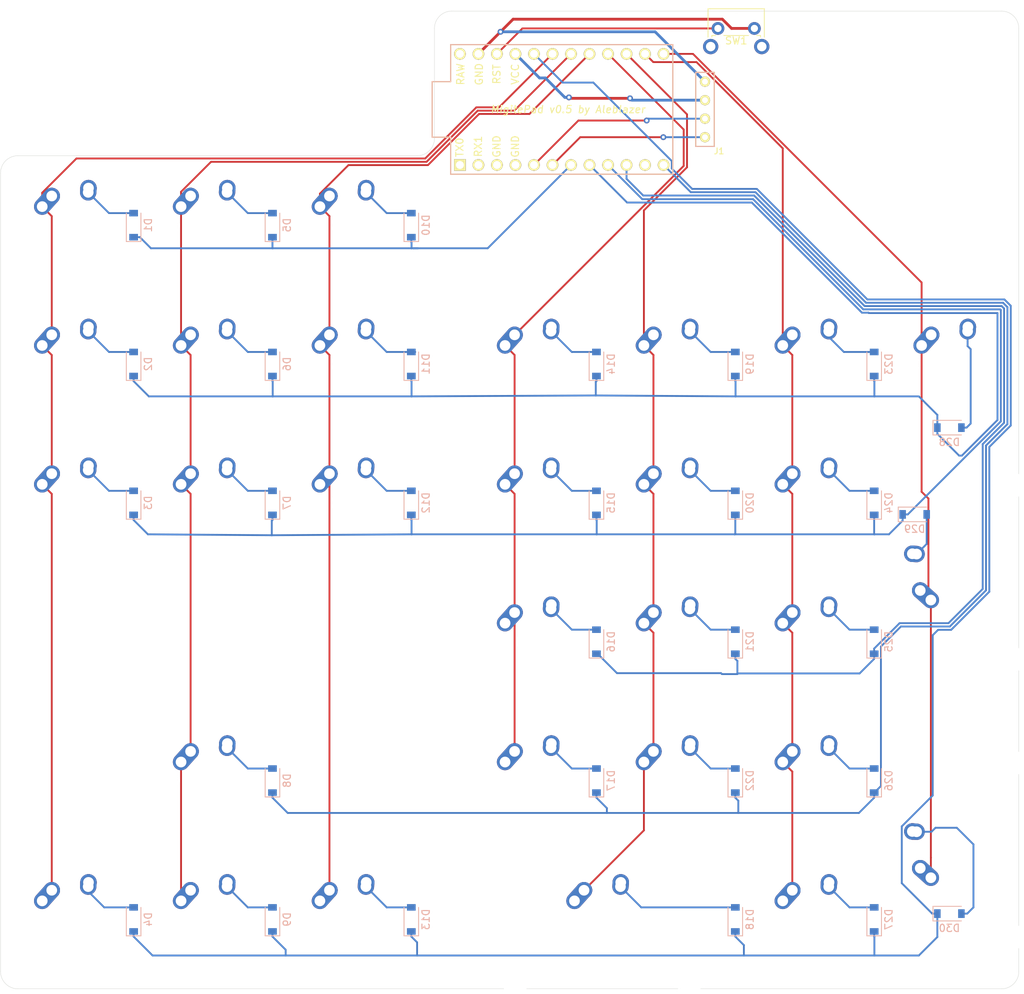
<source format=kicad_pcb>
(kicad_pcb (version 20171130) (host pcbnew "(5.1.5)-3")

  (general
    (thickness 1.6)
    (drawings 22)
    (tracks 372)
    (zones 0)
    (modules 63)
    (nets 53)
  )

  (page A4)
  (layers
    (0 F.Cu signal)
    (31 B.Cu signal)
    (32 B.Adhes user)
    (33 F.Adhes user)
    (34 B.Paste user)
    (35 F.Paste user)
    (36 B.SilkS user)
    (37 F.SilkS user)
    (38 B.Mask user)
    (39 F.Mask user)
    (40 Dwgs.User user)
    (41 Cmts.User user)
    (42 Eco1.User user)
    (43 Eco2.User user)
    (44 Edge.Cuts user)
    (45 Margin user)
    (46 B.CrtYd user)
    (47 F.CrtYd user)
    (48 B.Fab user)
    (49 F.Fab user)
  )

  (setup
    (last_trace_width 0.254)
    (trace_clearance 0.2)
    (zone_clearance 0.508)
    (zone_45_only no)
    (trace_min 0.2)
    (via_size 0.8)
    (via_drill 0.4)
    (via_min_size 0.4)
    (via_min_drill 0.3)
    (uvia_size 0.3)
    (uvia_drill 0.1)
    (uvias_allowed no)
    (uvia_min_size 0.2)
    (uvia_min_drill 0.1)
    (edge_width 0.05)
    (segment_width 0.2)
    (pcb_text_width 0.3)
    (pcb_text_size 1.5 1.5)
    (mod_edge_width 0.12)
    (mod_text_size 1 1)
    (mod_text_width 0.15)
    (pad_size 1.524 1.524)
    (pad_drill 0.762)
    (pad_to_mask_clearance 0.051)
    (solder_mask_min_width 0.25)
    (aux_axis_origin 0 0)
    (visible_elements 7FFFFFFF)
    (pcbplotparams
      (layerselection 0x010fc_ffffffff)
      (usegerberextensions false)
      (usegerberattributes false)
      (usegerberadvancedattributes false)
      (creategerberjobfile false)
      (excludeedgelayer true)
      (linewidth 0.100000)
      (plotframeref false)
      (viasonmask false)
      (mode 1)
      (useauxorigin false)
      (hpglpennumber 1)
      (hpglpenspeed 20)
      (hpglpendiameter 15.000000)
      (psnegative false)
      (psa4output false)
      (plotreference true)
      (plotvalue true)
      (plotinvisibletext false)
      (padsonsilk false)
      (subtractmaskfromsilk false)
      (outputformat 1)
      (mirror false)
      (drillshape 1)
      (scaleselection 1)
      (outputdirectory ""))
  )

  (net 0 "")
  (net 1 "Net-(D1-Pad2)")
  (net 2 ROW0)
  (net 3 "Net-(D2-Pad2)")
  (net 4 ROW1)
  (net 5 "Net-(D3-Pad2)")
  (net 6 ROW2)
  (net 7 "Net-(D4-Pad2)")
  (net 8 ROW5)
  (net 9 "Net-(D5-Pad2)")
  (net 10 "Net-(D6-Pad2)")
  (net 11 "Net-(D7-Pad2)")
  (net 12 "Net-(D8-Pad2)")
  (net 13 COL0)
  (net 14 "Net-(D9-Pad2)")
  (net 15 "Net-(D10-Pad2)")
  (net 16 "Net-(D11-Pad2)")
  (net 17 "Net-(D12-Pad2)")
  (net 18 "Net-(D13-Pad2)")
  (net 19 "Net-(D14-Pad2)")
  (net 20 "Net-(D15-Pad2)")
  (net 21 "Net-(D16-Pad2)")
  (net 22 "Net-(D17-Pad2)")
  (net 23 ROW4)
  (net 24 "Net-(D18-Pad2)")
  (net 25 "Net-(D19-Pad2)")
  (net 26 "Net-(D20-Pad2)")
  (net 27 "Net-(D21-Pad2)")
  (net 28 "Net-(D22-Pad2)")
  (net 29 "Net-(D23-Pad2)")
  (net 30 "Net-(D24-Pad2)")
  (net 31 "Net-(D25-Pad2)")
  (net 32 "Net-(D26-Pad2)")
  (net 33 "Net-(D27-Pad2)")
  (net 34 "Net-(D28-Pad2)")
  (net 35 "Net-(D29-Pad2)")
  (net 36 "Net-(D30-Pad2)")
  (net 37 COL1)
  (net 38 COL2)
  (net 39 COL3)
  (net 40 COL4)
  (net 41 COL5)
  (net 42 COL6)
  (net 43 "Net-(U1-Pad11)")
  (net 44 "Net-(U1-Pad1)")
  (net 45 ROW3)
  (net 46 "Net-(U1-Pad24)")
  (net 47 "Net-(U1-Pad2)")
  (net 48 "Net-(SW1-Pad1)")
  (net 49 GND)
  (net 50 VCC)
  (net 51 SCL)
  (net 52 SDA)

  (net_class Default "This is the default net class."
    (clearance 0.2)
    (trace_width 0.254)
    (via_dia 0.8)
    (via_drill 0.4)
    (uvia_dia 0.3)
    (uvia_drill 0.1)
    (add_net COL0)
    (add_net COL1)
    (add_net COL2)
    (add_net COL3)
    (add_net COL4)
    (add_net COL5)
    (add_net COL6)
    (add_net "Net-(D1-Pad2)")
    (add_net "Net-(D10-Pad2)")
    (add_net "Net-(D11-Pad2)")
    (add_net "Net-(D12-Pad2)")
    (add_net "Net-(D13-Pad2)")
    (add_net "Net-(D14-Pad2)")
    (add_net "Net-(D15-Pad2)")
    (add_net "Net-(D16-Pad2)")
    (add_net "Net-(D17-Pad2)")
    (add_net "Net-(D18-Pad2)")
    (add_net "Net-(D19-Pad2)")
    (add_net "Net-(D2-Pad2)")
    (add_net "Net-(D20-Pad2)")
    (add_net "Net-(D21-Pad2)")
    (add_net "Net-(D22-Pad2)")
    (add_net "Net-(D23-Pad2)")
    (add_net "Net-(D24-Pad2)")
    (add_net "Net-(D25-Pad2)")
    (add_net "Net-(D26-Pad2)")
    (add_net "Net-(D27-Pad2)")
    (add_net "Net-(D28-Pad2)")
    (add_net "Net-(D29-Pad2)")
    (add_net "Net-(D3-Pad2)")
    (add_net "Net-(D30-Pad2)")
    (add_net "Net-(D4-Pad2)")
    (add_net "Net-(D5-Pad2)")
    (add_net "Net-(D6-Pad2)")
    (add_net "Net-(D7-Pad2)")
    (add_net "Net-(D8-Pad2)")
    (add_net "Net-(D9-Pad2)")
    (add_net "Net-(SW1-Pad1)")
    (add_net "Net-(U1-Pad1)")
    (add_net "Net-(U1-Pad11)")
    (add_net "Net-(U1-Pad2)")
    (add_net "Net-(U1-Pad24)")
    (add_net ROW0)
    (add_net ROW1)
    (add_net ROW2)
    (add_net ROW3)
    (add_net ROW4)
    (add_net ROW5)
    (add_net SCL)
    (add_net SDA)
  )

  (net_class Power ""
    (clearance 0.2)
    (trace_width 0.381)
    (via_dia 0.8)
    (via_drill 0.4)
    (uvia_dia 0.3)
    (uvia_drill 0.1)
    (add_net GND)
    (add_net VCC)
  )

  (module Lily58-footprint:MY_SIL-4 (layer F.Cu) (tedit 59FC8837) (tstamp 5E5CF806)
    (at 160.655 47.498 90)
    (descr "Connecteur 6 pins")
    (tags "CONN DEV")
    (path /5E5D38C4)
    (fp_text reference J1 (at -1.915 1.93) (layer F.SilkS)
      (effects (font (size 0.8128 0.8128) (thickness 0.15)))
    )
    (fp_text value OLED (at 3.81 1.27 90) (layer F.SilkS) hide
      (effects (font (size 0.8128 0.8128) (thickness 0.15)))
    )
    (fp_line (start -1.27 1.27) (end -1.27 -1.27) (layer F.SilkS) (width 0.15))
    (fp_line (start 8.89 -1.27) (end 8.89 1.27) (layer F.SilkS) (width 0.15))
    (fp_line (start -1.27 -1.27) (end 8.89 -1.27) (layer F.SilkS) (width 0.15))
    (fp_line (start -1.27 1.27) (end 8.89 1.27) (layer F.SilkS) (width 0.15))
    (fp_line (start -1.27 1.27) (end -1.27 -1.27) (layer B.SilkS) (width 0.15))
    (fp_line (start 8.89 1.27) (end -1.27 1.27) (layer B.SilkS) (width 0.15))
    (fp_line (start 8.89 -1.27) (end 8.89 1.27) (layer B.SilkS) (width 0.15))
    (fp_line (start -1.27 -1.27) (end 8.89 -1.27) (layer B.SilkS) (width 0.15))
    (pad 4 thru_hole circle (at 7.62 0 90) (size 1.397 1.397) (drill 0.8128) (layers *.Cu *.Mask F.SilkS)
      (net 49 GND))
    (pad 3 thru_hole circle (at 5.08 0 90) (size 1.397 1.397) (drill 0.8128) (layers *.Cu *.Mask F.SilkS)
      (net 50 VCC))
    (pad 2 thru_hole circle (at 2.54 0 90) (size 1.397 1.397) (drill 0.8128) (layers *.Cu *.Mask F.SilkS)
      (net 51 SCL))
    (pad 1 thru_hole circle (at 0 0 90) (size 1.397 1.397) (drill 0.8128) (layers *.Cu *.Mask F.SilkS)
      (net 52 SDA))
  )

  (module Keebio-Parts:SW_Tactile_SPST_Angled_MJTP1117 (layer F.Cu) (tedit 5955E103) (tstamp 5E5C5D14)
    (at 162.433 32.5755)
    (descr "tactile switch SPST right angle, PTS645VL39-2 LFS")
    (tags "tactile switch SPST angled PTS645VL39-2 LFS C&K Button")
    (path /5E5D8DF5)
    (fp_text reference SW1 (at 2.5 1.68) (layer F.SilkS)
      (effects (font (size 1 1) (thickness 0.15)))
    )
    (fp_text value SW_Push (at 2.5 5.38988) (layer F.Fab)
      (effects (font (size 1 1) (thickness 0.15)))
    )
    (fp_line (start 0.8 0.97) (end 4.2 0.97) (layer F.SilkS) (width 0.12))
    (fp_line (start -0.84 0.97) (end -0.3 0.97) (layer F.SilkS) (width 0.12))
    (fp_line (start 5.3 0.97) (end 5.84 0.97) (layer F.SilkS) (width 0.12))
    (fp_line (start 5.84 0.97) (end 5.84 1.2) (layer F.SilkS) (width 0.12))
    (fp_line (start -0.95 3.6) (end -0.95 0.86) (layer F.Fab) (width 0.1))
    (fp_line (start 5.95 3.6) (end 6.25 3.6) (layer F.Fab) (width 0.1))
    (fp_line (start -1.25 3.6) (end -1.25 -2.59) (layer F.Fab) (width 0.1))
    (fp_line (start -1.25 -2.59) (end 6.25 -2.59) (layer F.Fab) (width 0.1))
    (fp_line (start -1.36 -2.7) (end -1.36 1.2) (layer F.SilkS) (width 0.12))
    (fp_line (start 6.36 -2.7) (end 6.36 1.2) (layer F.SilkS) (width 0.12))
    (fp_line (start -1.36 -2.7) (end 6.36 -2.7) (layer F.SilkS) (width 0.12))
    (fp_line (start -2.25 4.45) (end -2.25 -2.8) (layer F.CrtYd) (width 0.05))
    (fp_line (start 7.3 4.45) (end -2.25 4.45) (layer F.CrtYd) (width 0.05))
    (fp_line (start 7.3 -2.8) (end 7.3 4.45) (layer F.CrtYd) (width 0.05))
    (fp_line (start -2.25 -2.8) (end 7.3 -2.8) (layer F.CrtYd) (width 0.05))
    (fp_line (start 6.25 3.6) (end 6.25 -2.59) (layer F.Fab) (width 0.1))
    (fp_line (start -0.95 0.86) (end 5.95 0.86) (layer F.Fab) (width 0.1))
    (fp_line (start -1.25 3.6) (end -0.95 3.6) (layer F.Fab) (width 0.1))
    (fp_line (start 5.95 3.6) (end 5.95 0.86) (layer F.Fab) (width 0.1))
    (fp_line (start -0.84 0.97) (end -0.84 1.2) (layer F.SilkS) (width 0.12))
    (fp_line (start 1.05 -3.85) (end 3.95 -3.85) (layer F.Fab) (width 0.1))
    (fp_line (start 3.95 -3.85) (end 3.95 -2.59) (layer F.Fab) (width 0.1))
    (fp_line (start 1.05 -3.85) (end 1.05 -2.59) (layer F.Fab) (width 0.1))
    (pad "" np_thru_hole circle (at 2.5 -1.21) (size 1.2 1.2) (drill 1.2) (layers *.Cu *.Mask))
    (pad "" thru_hole circle (at -1 2.49) (size 2.1 2.1) (drill 1.3) (layers *.Cu *.Mask))
    (pad 1 thru_hole circle (at 0 0) (size 1.75 1.75) (drill 0.99) (layers *.Cu *.Mask)
      (net 48 "Net-(SW1-Pad1)"))
    (pad 2 thru_hole circle (at 5 0) (size 1.75 1.75) (drill 0.99) (layers *.Cu *.Mask)
      (net 49 GND))
    (pad "" thru_hole circle (at 6.01 2.49) (size 2.1 2.1) (drill 1.3) (layers *.Cu *.Mask))
    (model ${KISYS3DMOD}/Buttons_Switches_THT.3dshapes/SW_Tactile_SPST_Angled_PTS645Vx39-2LFS.wrl
      (at (xyz 0 0 0))
      (scale (xyz 1 1 1))
      (rotate (xyz 0 0 0))
    )
  )

  (module promicro:ProMicro (layer F.Cu) (tedit 5A06A962) (tstamp 5E5659E7)
    (at 141.00175 43.688)
    (descr "Pro Micro footprint")
    (tags "promicro ProMicro")
    (path /5E854480)
    (fp_text reference U1 (at 0 -10.16) (layer F.SilkS) hide
      (effects (font (size 1 1) (thickness 0.15)))
    )
    (fp_text value ProMicro (at 0 10.16) (layer F.Fab)
      (effects (font (size 1 1) (thickness 0.15)))
    )
    (fp_line (start 15.24 -8.89) (end 15.24 8.89) (layer F.SilkS) (width 0.15))
    (fp_line (start -15.24 -8.89) (end 15.24 -8.89) (layer F.SilkS) (width 0.15))
    (fp_line (start -15.24 -3.81) (end -15.24 -8.89) (layer F.SilkS) (width 0.15))
    (fp_line (start -17.78 -3.81) (end -15.24 -3.81) (layer F.SilkS) (width 0.15))
    (fp_line (start -17.78 3.81) (end -17.78 -3.81) (layer F.SilkS) (width 0.15))
    (fp_line (start -15.24 3.81) (end -17.78 3.81) (layer F.SilkS) (width 0.15))
    (fp_line (start -15.24 8.89) (end -15.24 3.81) (layer F.SilkS) (width 0.15))
    (fp_line (start -15.24 8.89) (end 15.24 8.89) (layer F.SilkS) (width 0.15))
    (fp_line (start -15.24 -8.89) (end 15.24 -8.89) (layer B.SilkS) (width 0.15))
    (fp_line (start -15.24 -3.81) (end -15.24 -8.89) (layer B.SilkS) (width 0.15))
    (fp_line (start -17.78 -3.81) (end -15.24 -3.81) (layer B.SilkS) (width 0.15))
    (fp_line (start -17.78 3.81) (end -17.78 -3.81) (layer B.SilkS) (width 0.15))
    (fp_line (start -15.24 3.81) (end -17.78 3.81) (layer B.SilkS) (width 0.15))
    (fp_line (start -15.24 8.89) (end -15.24 3.81) (layer B.SilkS) (width 0.15))
    (fp_line (start 15.24 8.89) (end -15.24 8.89) (layer B.SilkS) (width 0.15))
    (fp_line (start 15.24 -8.89) (end 15.24 8.89) (layer B.SilkS) (width 0.15))
    (pad 24 thru_hole circle (at -13.97 -7.62) (size 1.6 1.6) (drill 1.1) (layers *.Cu *.Mask F.SilkS)
      (net 46 "Net-(U1-Pad24)"))
    (pad 23 thru_hole circle (at -11.43 -7.62) (size 1.6 1.6) (drill 1.1) (layers *.Cu *.Mask F.SilkS)
      (net 49 GND))
    (pad 22 thru_hole circle (at -8.89 -7.62) (size 1.6 1.6) (drill 1.1) (layers *.Cu *.Mask F.SilkS)
      (net 48 "Net-(SW1-Pad1)"))
    (pad 21 thru_hole circle (at -6.35 -7.62) (size 1.6 1.6) (drill 1.1) (layers *.Cu *.Mask F.SilkS)
      (net 50 VCC))
    (pad 20 thru_hole circle (at -3.81 -7.62) (size 1.6 1.6) (drill 1.1) (layers *.Cu *.Mask F.SilkS)
      (net 8 ROW5))
    (pad 19 thru_hole circle (at -1.27 -7.62) (size 1.6 1.6) (drill 1.1) (layers *.Cu *.Mask F.SilkS)
      (net 13 COL0))
    (pad 18 thru_hole circle (at 1.27 -7.62) (size 1.6 1.6) (drill 1.1) (layers *.Cu *.Mask F.SilkS)
      (net 37 COL1))
    (pad 17 thru_hole circle (at 3.81 -7.62) (size 1.6 1.6) (drill 1.1) (layers *.Cu *.Mask F.SilkS)
      (net 38 COL2))
    (pad 16 thru_hole circle (at 6.35 -7.62) (size 1.6 1.6) (drill 1.1) (layers *.Cu *.Mask F.SilkS)
      (net 39 COL3))
    (pad 15 thru_hole circle (at 8.89 -7.62) (size 1.6 1.6) (drill 1.1) (layers *.Cu *.Mask F.SilkS)
      (net 40 COL4))
    (pad 14 thru_hole circle (at 11.43 -7.62) (size 1.6 1.6) (drill 1.1) (layers *.Cu *.Mask F.SilkS)
      (net 41 COL5))
    (pad 13 thru_hole circle (at 13.97 -7.62) (size 1.6 1.6) (drill 1.1) (layers *.Cu *.Mask F.SilkS)
      (net 42 COL6))
    (pad 12 thru_hole circle (at 13.97 7.62) (size 1.6 1.6) (drill 1.1) (layers *.Cu *.Mask F.SilkS)
      (net 23 ROW4))
    (pad 11 thru_hole circle (at 11.43 7.62) (size 1.6 1.6) (drill 1.1) (layers *.Cu *.Mask F.SilkS)
      (net 43 "Net-(U1-Pad11)"))
    (pad 10 thru_hole circle (at 8.89 7.62) (size 1.6 1.6) (drill 1.1) (layers *.Cu *.Mask F.SilkS)
      (net 45 ROW3))
    (pad 9 thru_hole circle (at 6.35 7.62) (size 1.6 1.6) (drill 1.1) (layers *.Cu *.Mask F.SilkS)
      (net 6 ROW2))
    (pad 8 thru_hole circle (at 3.81 7.62) (size 1.6 1.6) (drill 1.1) (layers *.Cu *.Mask F.SilkS)
      (net 4 ROW1))
    (pad 7 thru_hole circle (at 1.27 7.62) (size 1.6 1.6) (drill 1.1) (layers *.Cu *.Mask F.SilkS)
      (net 2 ROW0))
    (pad 6 thru_hole circle (at -1.27 7.62) (size 1.6 1.6) (drill 1.1) (layers *.Cu *.Mask F.SilkS)
      (net 52 SDA))
    (pad 5 thru_hole circle (at -3.81 7.62) (size 1.6 1.6) (drill 1.1) (layers *.Cu *.Mask F.SilkS)
      (net 51 SCL))
    (pad 4 thru_hole circle (at -6.35 7.62) (size 1.6 1.6) (drill 1.1) (layers *.Cu *.Mask F.SilkS)
      (net 49 GND))
    (pad 3 thru_hole circle (at -8.89 7.62) (size 1.6 1.6) (drill 1.1) (layers *.Cu *.Mask F.SilkS)
      (net 49 GND))
    (pad 2 thru_hole circle (at -11.43 7.62) (size 1.6 1.6) (drill 1.1) (layers *.Cu *.Mask F.SilkS)
      (net 47 "Net-(U1-Pad2)"))
    (pad 1 thru_hole rect (at -13.97 7.62) (size 1.6 1.6) (drill 1.1) (layers *.Cu *.Mask F.SilkS)
      (net 44 "Net-(U1-Pad1)"))
  )

  (module MX_Alps_Hybrid:MX-2U-NoLED (layer F.Cu) (tedit 5A9F522A) (tstamp 5E552459)
    (at 194.183 145.288 90)
    (path /5E5ABB04)
    (fp_text reference MX60-2u1 (at 0 3.175 90) (layer Dwgs.User)
      (effects (font (size 1 1) (thickness 0.15)))
    )
    (fp_text value MX-NoLED (at 0 -7.9375 90) (layer Dwgs.User)
      (effects (font (size 1 1) (thickness 0.15)))
    )
    (fp_line (start -19.05 9.525) (end -19.05 -9.525) (layer Dwgs.User) (width 0.15))
    (fp_line (start -19.05 9.525) (end 19.05 9.525) (layer Dwgs.User) (width 0.15))
    (fp_line (start 19.05 -9.525) (end 19.05 9.525) (layer Dwgs.User) (width 0.15))
    (fp_line (start -19.05 -9.525) (end 19.05 -9.525) (layer Dwgs.User) (width 0.15))
    (fp_line (start -7 -7) (end -7 -5) (layer Dwgs.User) (width 0.15))
    (fp_line (start -5 -7) (end -7 -7) (layer Dwgs.User) (width 0.15))
    (fp_line (start -7 7) (end -5 7) (layer Dwgs.User) (width 0.15))
    (fp_line (start -7 5) (end -7 7) (layer Dwgs.User) (width 0.15))
    (fp_line (start 7 7) (end 7 5) (layer Dwgs.User) (width 0.15))
    (fp_line (start 5 7) (end 7 7) (layer Dwgs.User) (width 0.15))
    (fp_line (start 7 -7) (end 7 -5) (layer Dwgs.User) (width 0.15))
    (fp_line (start 5 -7) (end 7 -7) (layer Dwgs.User) (width 0.15))
    (pad "" np_thru_hole circle (at 11.938 8.255 90) (size 3.9878 3.9878) (drill 3.9878) (layers *.Cu *.Mask))
    (pad "" np_thru_hole circle (at -11.938 8.255 90) (size 3.9878 3.9878) (drill 3.9878) (layers *.Cu *.Mask))
    (pad "" np_thru_hole circle (at 11.938 -6.985 90) (size 3.048 3.048) (drill 3.048) (layers *.Cu *.Mask))
    (pad "" np_thru_hole circle (at -11.938 -6.985 90) (size 3.048 3.048) (drill 3.048) (layers *.Cu *.Mask))
    (pad "" np_thru_hole circle (at 5.08 0 138.0996) (size 1.75 1.75) (drill 1.75) (layers *.Cu *.Mask))
    (pad "" np_thru_hole circle (at -5.08 0 138.0996) (size 1.75 1.75) (drill 1.75) (layers *.Cu *.Mask))
    (pad 1 thru_hole circle (at -2.5 -4 90) (size 2.25 2.25) (drill 1.47) (layers *.Cu B.Mask)
      (net 42 COL6))
    (pad "" np_thru_hole circle (at 0 0 90) (size 3.9878 3.9878) (drill 3.9878) (layers *.Cu *.Mask))
    (pad 1 thru_hole oval (at -3.81 -2.54 138.0996) (size 4.211556 2.25) (drill 1.47 (offset 0.980778 0)) (layers *.Cu B.Mask)
      (net 42 COL6))
    (pad 2 thru_hole circle (at 2.54 -5.08 90) (size 2.25 2.25) (drill 1.47) (layers *.Cu B.Mask)
      (net 36 "Net-(D30-Pad2)"))
    (pad 2 thru_hole oval (at 2.5 -4.5 176.0548) (size 2.831378 2.25) (drill 1.47 (offset 0.290689 0)) (layers *.Cu B.Mask)
      (net 36 "Net-(D30-Pad2)"))
  )

  (module MX_Alps_Hybrid:MX-2U-NoLED (layer F.Cu) (tedit 5A9F522A) (tstamp 5E55243E)
    (at 194.183 107.188 90)
    (path /5E591219)
    (fp_text reference MX58-2u1 (at 0 3.175 90) (layer Dwgs.User)
      (effects (font (size 1 1) (thickness 0.15)))
    )
    (fp_text value MX-NoLED (at 0 -7.9375 90) (layer Dwgs.User)
      (effects (font (size 1 1) (thickness 0.15)))
    )
    (fp_line (start -19.05 9.525) (end -19.05 -9.525) (layer Dwgs.User) (width 0.15))
    (fp_line (start -19.05 9.525) (end 19.05 9.525) (layer Dwgs.User) (width 0.15))
    (fp_line (start 19.05 -9.525) (end 19.05 9.525) (layer Dwgs.User) (width 0.15))
    (fp_line (start -19.05 -9.525) (end 19.05 -9.525) (layer Dwgs.User) (width 0.15))
    (fp_line (start -7 -7) (end -7 -5) (layer Dwgs.User) (width 0.15))
    (fp_line (start -5 -7) (end -7 -7) (layer Dwgs.User) (width 0.15))
    (fp_line (start -7 7) (end -5 7) (layer Dwgs.User) (width 0.15))
    (fp_line (start -7 5) (end -7 7) (layer Dwgs.User) (width 0.15))
    (fp_line (start 7 7) (end 7 5) (layer Dwgs.User) (width 0.15))
    (fp_line (start 5 7) (end 7 7) (layer Dwgs.User) (width 0.15))
    (fp_line (start 7 -7) (end 7 -5) (layer Dwgs.User) (width 0.15))
    (fp_line (start 5 -7) (end 7 -7) (layer Dwgs.User) (width 0.15))
    (pad "" np_thru_hole circle (at 11.938 8.255 90) (size 3.9878 3.9878) (drill 3.9878) (layers *.Cu *.Mask))
    (pad "" np_thru_hole circle (at -11.938 8.255 90) (size 3.9878 3.9878) (drill 3.9878) (layers *.Cu *.Mask))
    (pad "" np_thru_hole circle (at 11.938 -6.985 90) (size 3.048 3.048) (drill 3.048) (layers *.Cu *.Mask))
    (pad "" np_thru_hole circle (at -11.938 -6.985 90) (size 3.048 3.048) (drill 3.048) (layers *.Cu *.Mask))
    (pad "" np_thru_hole circle (at 5.08 0 138.0996) (size 1.75 1.75) (drill 1.75) (layers *.Cu *.Mask))
    (pad "" np_thru_hole circle (at -5.08 0 138.0996) (size 1.75 1.75) (drill 1.75) (layers *.Cu *.Mask))
    (pad 1 thru_hole circle (at -2.5 -4 90) (size 2.25 2.25) (drill 1.47) (layers *.Cu B.Mask)
      (net 42 COL6))
    (pad "" np_thru_hole circle (at 0 0 90) (size 3.9878 3.9878) (drill 3.9878) (layers *.Cu *.Mask))
    (pad 1 thru_hole oval (at -3.81 -2.54 138.0996) (size 4.211556 2.25) (drill 1.47 (offset 0.980778 0)) (layers *.Cu B.Mask)
      (net 42 COL6))
    (pad 2 thru_hole circle (at 2.54 -5.08 90) (size 2.25 2.25) (drill 1.47) (layers *.Cu B.Mask)
      (net 35 "Net-(D29-Pad2)"))
    (pad 2 thru_hole oval (at 2.5 -4.5 176.0548) (size 2.831378 2.25) (drill 1.47 (offset 0.290689 0)) (layers *.Cu B.Mask)
      (net 35 "Net-(D29-Pad2)"))
  )

  (module MX_Alps_Hybrid:MX-1U-NoLED (layer F.Cu) (tedit 5A9F5203) (tstamp 5E552423)
    (at 194.183 78.613)
    (path /5E588109)
    (fp_text reference MX56 (at 0 3.175) (layer Dwgs.User)
      (effects (font (size 1 1) (thickness 0.15)))
    )
    (fp_text value MX-NoLED (at 0 -7.9375) (layer Dwgs.User)
      (effects (font (size 1 1) (thickness 0.15)))
    )
    (fp_line (start -9.525 9.525) (end -9.525 -9.525) (layer Dwgs.User) (width 0.15))
    (fp_line (start 9.525 9.525) (end -9.525 9.525) (layer Dwgs.User) (width 0.15))
    (fp_line (start 9.525 -9.525) (end 9.525 9.525) (layer Dwgs.User) (width 0.15))
    (fp_line (start -9.525 -9.525) (end 9.525 -9.525) (layer Dwgs.User) (width 0.15))
    (fp_line (start -7 -7) (end -7 -5) (layer Dwgs.User) (width 0.15))
    (fp_line (start -5 -7) (end -7 -7) (layer Dwgs.User) (width 0.15))
    (fp_line (start -7 7) (end -5 7) (layer Dwgs.User) (width 0.15))
    (fp_line (start -7 5) (end -7 7) (layer Dwgs.User) (width 0.15))
    (fp_line (start 7 7) (end 7 5) (layer Dwgs.User) (width 0.15))
    (fp_line (start 5 7) (end 7 7) (layer Dwgs.User) (width 0.15))
    (fp_line (start 7 -7) (end 7 -5) (layer Dwgs.User) (width 0.15))
    (fp_line (start 5 -7) (end 7 -7) (layer Dwgs.User) (width 0.15))
    (pad "" np_thru_hole circle (at 5.08 0 48.0996) (size 1.75 1.75) (drill 1.75) (layers *.Cu *.Mask))
    (pad "" np_thru_hole circle (at -5.08 0 48.0996) (size 1.75 1.75) (drill 1.75) (layers *.Cu *.Mask))
    (pad 1 thru_hole circle (at -2.5 -4) (size 2.25 2.25) (drill 1.47) (layers *.Cu B.Mask)
      (net 42 COL6))
    (pad "" np_thru_hole circle (at 0 0) (size 3.9878 3.9878) (drill 3.9878) (layers *.Cu *.Mask))
    (pad 1 thru_hole oval (at -3.81 -2.54 48.0996) (size 4.211556 2.25) (drill 1.47 (offset 0.980778 0)) (layers *.Cu B.Mask)
      (net 42 COL6))
    (pad 2 thru_hole circle (at 2.54 -5.08) (size 2.25 2.25) (drill 1.47) (layers *.Cu B.Mask)
      (net 34 "Net-(D28-Pad2)"))
    (pad 2 thru_hole oval (at 2.5 -4.5 86.0548) (size 2.831378 2.25) (drill 1.47 (offset 0.290689 0)) (layers *.Cu B.Mask)
      (net 34 "Net-(D28-Pad2)"))
  )

  (module MX_Alps_Hybrid:MX-1U-NoLED (layer F.Cu) (tedit 5A9F5203) (tstamp 5E55240C)
    (at 175.133 154.813)
    (path /5E5A8C99)
    (fp_text reference MX54 (at 0 3.175) (layer Dwgs.User)
      (effects (font (size 1 1) (thickness 0.15)))
    )
    (fp_text value MX-NoLED (at 0 -7.9375) (layer Dwgs.User)
      (effects (font (size 1 1) (thickness 0.15)))
    )
    (fp_line (start -9.525 9.525) (end -9.525 -9.525) (layer Dwgs.User) (width 0.15))
    (fp_line (start 9.525 9.525) (end -9.525 9.525) (layer Dwgs.User) (width 0.15))
    (fp_line (start 9.525 -9.525) (end 9.525 9.525) (layer Dwgs.User) (width 0.15))
    (fp_line (start -9.525 -9.525) (end 9.525 -9.525) (layer Dwgs.User) (width 0.15))
    (fp_line (start -7 -7) (end -7 -5) (layer Dwgs.User) (width 0.15))
    (fp_line (start -5 -7) (end -7 -7) (layer Dwgs.User) (width 0.15))
    (fp_line (start -7 7) (end -5 7) (layer Dwgs.User) (width 0.15))
    (fp_line (start -7 5) (end -7 7) (layer Dwgs.User) (width 0.15))
    (fp_line (start 7 7) (end 7 5) (layer Dwgs.User) (width 0.15))
    (fp_line (start 5 7) (end 7 7) (layer Dwgs.User) (width 0.15))
    (fp_line (start 7 -7) (end 7 -5) (layer Dwgs.User) (width 0.15))
    (fp_line (start 5 -7) (end 7 -7) (layer Dwgs.User) (width 0.15))
    (pad "" np_thru_hole circle (at 5.08 0 48.0996) (size 1.75 1.75) (drill 1.75) (layers *.Cu *.Mask))
    (pad "" np_thru_hole circle (at -5.08 0 48.0996) (size 1.75 1.75) (drill 1.75) (layers *.Cu *.Mask))
    (pad 1 thru_hole circle (at -2.5 -4) (size 2.25 2.25) (drill 1.47) (layers *.Cu B.Mask)
      (net 41 COL5))
    (pad "" np_thru_hole circle (at 0 0) (size 3.9878 3.9878) (drill 3.9878) (layers *.Cu *.Mask))
    (pad 1 thru_hole oval (at -3.81 -2.54 48.0996) (size 4.211556 2.25) (drill 1.47 (offset 0.980778 0)) (layers *.Cu B.Mask)
      (net 41 COL5))
    (pad 2 thru_hole circle (at 2.54 -5.08) (size 2.25 2.25) (drill 1.47) (layers *.Cu B.Mask)
      (net 33 "Net-(D27-Pad2)"))
    (pad 2 thru_hole oval (at 2.5 -4.5 86.0548) (size 2.831378 2.25) (drill 1.47 (offset 0.290689 0)) (layers *.Cu B.Mask)
      (net 33 "Net-(D27-Pad2)"))
  )

  (module MX_Alps_Hybrid:MX-1U-NoLED (layer F.Cu) (tedit 5A9F5203) (tstamp 5E5523F5)
    (at 175.133 135.763)
    (path /5E59EBD0)
    (fp_text reference MX52 (at 0 3.175) (layer Dwgs.User)
      (effects (font (size 1 1) (thickness 0.15)))
    )
    (fp_text value MX-NoLED (at 0 -7.9375) (layer Dwgs.User)
      (effects (font (size 1 1) (thickness 0.15)))
    )
    (fp_line (start -9.525 9.525) (end -9.525 -9.525) (layer Dwgs.User) (width 0.15))
    (fp_line (start 9.525 9.525) (end -9.525 9.525) (layer Dwgs.User) (width 0.15))
    (fp_line (start 9.525 -9.525) (end 9.525 9.525) (layer Dwgs.User) (width 0.15))
    (fp_line (start -9.525 -9.525) (end 9.525 -9.525) (layer Dwgs.User) (width 0.15))
    (fp_line (start -7 -7) (end -7 -5) (layer Dwgs.User) (width 0.15))
    (fp_line (start -5 -7) (end -7 -7) (layer Dwgs.User) (width 0.15))
    (fp_line (start -7 7) (end -5 7) (layer Dwgs.User) (width 0.15))
    (fp_line (start -7 5) (end -7 7) (layer Dwgs.User) (width 0.15))
    (fp_line (start 7 7) (end 7 5) (layer Dwgs.User) (width 0.15))
    (fp_line (start 5 7) (end 7 7) (layer Dwgs.User) (width 0.15))
    (fp_line (start 7 -7) (end 7 -5) (layer Dwgs.User) (width 0.15))
    (fp_line (start 5 -7) (end 7 -7) (layer Dwgs.User) (width 0.15))
    (pad "" np_thru_hole circle (at 5.08 0 48.0996) (size 1.75 1.75) (drill 1.75) (layers *.Cu *.Mask))
    (pad "" np_thru_hole circle (at -5.08 0 48.0996) (size 1.75 1.75) (drill 1.75) (layers *.Cu *.Mask))
    (pad 1 thru_hole circle (at -2.5 -4) (size 2.25 2.25) (drill 1.47) (layers *.Cu B.Mask)
      (net 41 COL5))
    (pad "" np_thru_hole circle (at 0 0) (size 3.9878 3.9878) (drill 3.9878) (layers *.Cu *.Mask))
    (pad 1 thru_hole oval (at -3.81 -2.54 48.0996) (size 4.211556 2.25) (drill 1.47 (offset 0.980778 0)) (layers *.Cu B.Mask)
      (net 41 COL5))
    (pad 2 thru_hole circle (at 2.54 -5.08) (size 2.25 2.25) (drill 1.47) (layers *.Cu B.Mask)
      (net 32 "Net-(D26-Pad2)"))
    (pad 2 thru_hole oval (at 2.5 -4.5 86.0548) (size 2.831378 2.25) (drill 1.47 (offset 0.290689 0)) (layers *.Cu B.Mask)
      (net 32 "Net-(D26-Pad2)"))
  )

  (module MX_Alps_Hybrid:MX-1U-NoLED (layer F.Cu) (tedit 5A9F5203) (tstamp 5E5523DE)
    (at 175.133 116.713)
    (path /5E597E86)
    (fp_text reference MX50 (at 0 3.175) (layer Dwgs.User)
      (effects (font (size 1 1) (thickness 0.15)))
    )
    (fp_text value MX-NoLED (at 0 -7.9375) (layer Dwgs.User)
      (effects (font (size 1 1) (thickness 0.15)))
    )
    (fp_line (start -9.525 9.525) (end -9.525 -9.525) (layer Dwgs.User) (width 0.15))
    (fp_line (start 9.525 9.525) (end -9.525 9.525) (layer Dwgs.User) (width 0.15))
    (fp_line (start 9.525 -9.525) (end 9.525 9.525) (layer Dwgs.User) (width 0.15))
    (fp_line (start -9.525 -9.525) (end 9.525 -9.525) (layer Dwgs.User) (width 0.15))
    (fp_line (start -7 -7) (end -7 -5) (layer Dwgs.User) (width 0.15))
    (fp_line (start -5 -7) (end -7 -7) (layer Dwgs.User) (width 0.15))
    (fp_line (start -7 7) (end -5 7) (layer Dwgs.User) (width 0.15))
    (fp_line (start -7 5) (end -7 7) (layer Dwgs.User) (width 0.15))
    (fp_line (start 7 7) (end 7 5) (layer Dwgs.User) (width 0.15))
    (fp_line (start 5 7) (end 7 7) (layer Dwgs.User) (width 0.15))
    (fp_line (start 7 -7) (end 7 -5) (layer Dwgs.User) (width 0.15))
    (fp_line (start 5 -7) (end 7 -7) (layer Dwgs.User) (width 0.15))
    (pad "" np_thru_hole circle (at 5.08 0 48.0996) (size 1.75 1.75) (drill 1.75) (layers *.Cu *.Mask))
    (pad "" np_thru_hole circle (at -5.08 0 48.0996) (size 1.75 1.75) (drill 1.75) (layers *.Cu *.Mask))
    (pad 1 thru_hole circle (at -2.5 -4) (size 2.25 2.25) (drill 1.47) (layers *.Cu B.Mask)
      (net 41 COL5))
    (pad "" np_thru_hole circle (at 0 0) (size 3.9878 3.9878) (drill 3.9878) (layers *.Cu *.Mask))
    (pad 1 thru_hole oval (at -3.81 -2.54 48.0996) (size 4.211556 2.25) (drill 1.47 (offset 0.980778 0)) (layers *.Cu B.Mask)
      (net 41 COL5))
    (pad 2 thru_hole circle (at 2.54 -5.08) (size 2.25 2.25) (drill 1.47) (layers *.Cu B.Mask)
      (net 31 "Net-(D25-Pad2)"))
    (pad 2 thru_hole oval (at 2.5 -4.5 86.0548) (size 2.831378 2.25) (drill 1.47 (offset 0.290689 0)) (layers *.Cu B.Mask)
      (net 31 "Net-(D25-Pad2)"))
  )

  (module MX_Alps_Hybrid:MX-1U-NoLED (layer F.Cu) (tedit 5A9F5203) (tstamp 5E5523C7)
    (at 175.133 97.663)
    (path /5E58DEE3)
    (fp_text reference MX48 (at 0 3.175) (layer Dwgs.User)
      (effects (font (size 1 1) (thickness 0.15)))
    )
    (fp_text value MX-NoLED (at 0 -7.9375) (layer Dwgs.User)
      (effects (font (size 1 1) (thickness 0.15)))
    )
    (fp_line (start -9.525 9.525) (end -9.525 -9.525) (layer Dwgs.User) (width 0.15))
    (fp_line (start 9.525 9.525) (end -9.525 9.525) (layer Dwgs.User) (width 0.15))
    (fp_line (start 9.525 -9.525) (end 9.525 9.525) (layer Dwgs.User) (width 0.15))
    (fp_line (start -9.525 -9.525) (end 9.525 -9.525) (layer Dwgs.User) (width 0.15))
    (fp_line (start -7 -7) (end -7 -5) (layer Dwgs.User) (width 0.15))
    (fp_line (start -5 -7) (end -7 -7) (layer Dwgs.User) (width 0.15))
    (fp_line (start -7 7) (end -5 7) (layer Dwgs.User) (width 0.15))
    (fp_line (start -7 5) (end -7 7) (layer Dwgs.User) (width 0.15))
    (fp_line (start 7 7) (end 7 5) (layer Dwgs.User) (width 0.15))
    (fp_line (start 5 7) (end 7 7) (layer Dwgs.User) (width 0.15))
    (fp_line (start 7 -7) (end 7 -5) (layer Dwgs.User) (width 0.15))
    (fp_line (start 5 -7) (end 7 -7) (layer Dwgs.User) (width 0.15))
    (pad "" np_thru_hole circle (at 5.08 0 48.0996) (size 1.75 1.75) (drill 1.75) (layers *.Cu *.Mask))
    (pad "" np_thru_hole circle (at -5.08 0 48.0996) (size 1.75 1.75) (drill 1.75) (layers *.Cu *.Mask))
    (pad 1 thru_hole circle (at -2.5 -4) (size 2.25 2.25) (drill 1.47) (layers *.Cu B.Mask)
      (net 41 COL5))
    (pad "" np_thru_hole circle (at 0 0) (size 3.9878 3.9878) (drill 3.9878) (layers *.Cu *.Mask))
    (pad 1 thru_hole oval (at -3.81 -2.54 48.0996) (size 4.211556 2.25) (drill 1.47 (offset 0.980778 0)) (layers *.Cu B.Mask)
      (net 41 COL5))
    (pad 2 thru_hole circle (at 2.54 -5.08) (size 2.25 2.25) (drill 1.47) (layers *.Cu B.Mask)
      (net 30 "Net-(D24-Pad2)"))
    (pad 2 thru_hole oval (at 2.5 -4.5 86.0548) (size 2.831378 2.25) (drill 1.47 (offset 0.290689 0)) (layers *.Cu B.Mask)
      (net 30 "Net-(D24-Pad2)"))
  )

  (module MX_Alps_Hybrid:MX-1U-NoLED (layer F.Cu) (tedit 5A9F5203) (tstamp 5E5523B0)
    (at 175.133 78.613)
    (path /5E57DAEE)
    (fp_text reference MX46 (at 0 3.175) (layer Dwgs.User)
      (effects (font (size 1 1) (thickness 0.15)))
    )
    (fp_text value MX-NoLED (at 0 -7.9375) (layer Dwgs.User)
      (effects (font (size 1 1) (thickness 0.15)))
    )
    (fp_line (start -9.525 9.525) (end -9.525 -9.525) (layer Dwgs.User) (width 0.15))
    (fp_line (start 9.525 9.525) (end -9.525 9.525) (layer Dwgs.User) (width 0.15))
    (fp_line (start 9.525 -9.525) (end 9.525 9.525) (layer Dwgs.User) (width 0.15))
    (fp_line (start -9.525 -9.525) (end 9.525 -9.525) (layer Dwgs.User) (width 0.15))
    (fp_line (start -7 -7) (end -7 -5) (layer Dwgs.User) (width 0.15))
    (fp_line (start -5 -7) (end -7 -7) (layer Dwgs.User) (width 0.15))
    (fp_line (start -7 7) (end -5 7) (layer Dwgs.User) (width 0.15))
    (fp_line (start -7 5) (end -7 7) (layer Dwgs.User) (width 0.15))
    (fp_line (start 7 7) (end 7 5) (layer Dwgs.User) (width 0.15))
    (fp_line (start 5 7) (end 7 7) (layer Dwgs.User) (width 0.15))
    (fp_line (start 7 -7) (end 7 -5) (layer Dwgs.User) (width 0.15))
    (fp_line (start 5 -7) (end 7 -7) (layer Dwgs.User) (width 0.15))
    (pad "" np_thru_hole circle (at 5.08 0 48.0996) (size 1.75 1.75) (drill 1.75) (layers *.Cu *.Mask))
    (pad "" np_thru_hole circle (at -5.08 0 48.0996) (size 1.75 1.75) (drill 1.75) (layers *.Cu *.Mask))
    (pad 1 thru_hole circle (at -2.5 -4) (size 2.25 2.25) (drill 1.47) (layers *.Cu B.Mask)
      (net 41 COL5))
    (pad "" np_thru_hole circle (at 0 0) (size 3.9878 3.9878) (drill 3.9878) (layers *.Cu *.Mask))
    (pad 1 thru_hole oval (at -3.81 -2.54 48.0996) (size 4.211556 2.25) (drill 1.47 (offset 0.980778 0)) (layers *.Cu B.Mask)
      (net 41 COL5))
    (pad 2 thru_hole circle (at 2.54 -5.08) (size 2.25 2.25) (drill 1.47) (layers *.Cu B.Mask)
      (net 29 "Net-(D23-Pad2)"))
    (pad 2 thru_hole oval (at 2.5 -4.5 86.0548) (size 2.831378 2.25) (drill 1.47 (offset 0.290689 0)) (layers *.Cu B.Mask)
      (net 29 "Net-(D23-Pad2)"))
  )

  (module MX_Alps_Hybrid:MX-1U-NoLED (layer F.Cu) (tedit 5A9F5203) (tstamp 5E552399)
    (at 156.083 135.763)
    (path /5E59C61F)
    (fp_text reference MX44 (at 0 3.175) (layer Dwgs.User)
      (effects (font (size 1 1) (thickness 0.15)))
    )
    (fp_text value MX-NoLED (at 0 -7.9375) (layer Dwgs.User)
      (effects (font (size 1 1) (thickness 0.15)))
    )
    (fp_line (start -9.525 9.525) (end -9.525 -9.525) (layer Dwgs.User) (width 0.15))
    (fp_line (start 9.525 9.525) (end -9.525 9.525) (layer Dwgs.User) (width 0.15))
    (fp_line (start 9.525 -9.525) (end 9.525 9.525) (layer Dwgs.User) (width 0.15))
    (fp_line (start -9.525 -9.525) (end 9.525 -9.525) (layer Dwgs.User) (width 0.15))
    (fp_line (start -7 -7) (end -7 -5) (layer Dwgs.User) (width 0.15))
    (fp_line (start -5 -7) (end -7 -7) (layer Dwgs.User) (width 0.15))
    (fp_line (start -7 7) (end -5 7) (layer Dwgs.User) (width 0.15))
    (fp_line (start -7 5) (end -7 7) (layer Dwgs.User) (width 0.15))
    (fp_line (start 7 7) (end 7 5) (layer Dwgs.User) (width 0.15))
    (fp_line (start 5 7) (end 7 7) (layer Dwgs.User) (width 0.15))
    (fp_line (start 7 -7) (end 7 -5) (layer Dwgs.User) (width 0.15))
    (fp_line (start 5 -7) (end 7 -7) (layer Dwgs.User) (width 0.15))
    (pad "" np_thru_hole circle (at 5.08 0 48.0996) (size 1.75 1.75) (drill 1.75) (layers *.Cu *.Mask))
    (pad "" np_thru_hole circle (at -5.08 0 48.0996) (size 1.75 1.75) (drill 1.75) (layers *.Cu *.Mask))
    (pad 1 thru_hole circle (at -2.5 -4) (size 2.25 2.25) (drill 1.47) (layers *.Cu B.Mask)
      (net 40 COL4))
    (pad "" np_thru_hole circle (at 0 0) (size 3.9878 3.9878) (drill 3.9878) (layers *.Cu *.Mask))
    (pad 1 thru_hole oval (at -3.81 -2.54 48.0996) (size 4.211556 2.25) (drill 1.47 (offset 0.980778 0)) (layers *.Cu B.Mask)
      (net 40 COL4))
    (pad 2 thru_hole circle (at 2.54 -5.08) (size 2.25 2.25) (drill 1.47) (layers *.Cu B.Mask)
      (net 28 "Net-(D22-Pad2)"))
    (pad 2 thru_hole oval (at 2.5 -4.5 86.0548) (size 2.831378 2.25) (drill 1.47 (offset 0.290689 0)) (layers *.Cu B.Mask)
      (net 28 "Net-(D22-Pad2)"))
  )

  (module MX_Alps_Hybrid:MX-1U-NoLED (layer F.Cu) (tedit 5A9F5203) (tstamp 5E552382)
    (at 156.083 116.713)
    (path /5E595A34)
    (fp_text reference MX42 (at 0 3.175) (layer Dwgs.User)
      (effects (font (size 1 1) (thickness 0.15)))
    )
    (fp_text value MX-NoLED (at 0 -7.9375) (layer Dwgs.User)
      (effects (font (size 1 1) (thickness 0.15)))
    )
    (fp_line (start -9.525 9.525) (end -9.525 -9.525) (layer Dwgs.User) (width 0.15))
    (fp_line (start 9.525 9.525) (end -9.525 9.525) (layer Dwgs.User) (width 0.15))
    (fp_line (start 9.525 -9.525) (end 9.525 9.525) (layer Dwgs.User) (width 0.15))
    (fp_line (start -9.525 -9.525) (end 9.525 -9.525) (layer Dwgs.User) (width 0.15))
    (fp_line (start -7 -7) (end -7 -5) (layer Dwgs.User) (width 0.15))
    (fp_line (start -5 -7) (end -7 -7) (layer Dwgs.User) (width 0.15))
    (fp_line (start -7 7) (end -5 7) (layer Dwgs.User) (width 0.15))
    (fp_line (start -7 5) (end -7 7) (layer Dwgs.User) (width 0.15))
    (fp_line (start 7 7) (end 7 5) (layer Dwgs.User) (width 0.15))
    (fp_line (start 5 7) (end 7 7) (layer Dwgs.User) (width 0.15))
    (fp_line (start 7 -7) (end 7 -5) (layer Dwgs.User) (width 0.15))
    (fp_line (start 5 -7) (end 7 -7) (layer Dwgs.User) (width 0.15))
    (pad "" np_thru_hole circle (at 5.08 0 48.0996) (size 1.75 1.75) (drill 1.75) (layers *.Cu *.Mask))
    (pad "" np_thru_hole circle (at -5.08 0 48.0996) (size 1.75 1.75) (drill 1.75) (layers *.Cu *.Mask))
    (pad 1 thru_hole circle (at -2.5 -4) (size 2.25 2.25) (drill 1.47) (layers *.Cu B.Mask)
      (net 40 COL4))
    (pad "" np_thru_hole circle (at 0 0) (size 3.9878 3.9878) (drill 3.9878) (layers *.Cu *.Mask))
    (pad 1 thru_hole oval (at -3.81 -2.54 48.0996) (size 4.211556 2.25) (drill 1.47 (offset 0.980778 0)) (layers *.Cu B.Mask)
      (net 40 COL4))
    (pad 2 thru_hole circle (at 2.54 -5.08) (size 2.25 2.25) (drill 1.47) (layers *.Cu B.Mask)
      (net 27 "Net-(D21-Pad2)"))
    (pad 2 thru_hole oval (at 2.5 -4.5 86.0548) (size 2.831378 2.25) (drill 1.47 (offset 0.290689 0)) (layers *.Cu B.Mask)
      (net 27 "Net-(D21-Pad2)"))
  )

  (module MX_Alps_Hybrid:MX-1U-NoLED (layer F.Cu) (tedit 5A9F5203) (tstamp 5E55236B)
    (at 156.083 97.663)
    (path /5E58BD19)
    (fp_text reference MX40 (at 0 3.175) (layer Dwgs.User)
      (effects (font (size 1 1) (thickness 0.15)))
    )
    (fp_text value MX-NoLED (at 0 -7.9375) (layer Dwgs.User)
      (effects (font (size 1 1) (thickness 0.15)))
    )
    (fp_line (start -9.525 9.525) (end -9.525 -9.525) (layer Dwgs.User) (width 0.15))
    (fp_line (start 9.525 9.525) (end -9.525 9.525) (layer Dwgs.User) (width 0.15))
    (fp_line (start 9.525 -9.525) (end 9.525 9.525) (layer Dwgs.User) (width 0.15))
    (fp_line (start -9.525 -9.525) (end 9.525 -9.525) (layer Dwgs.User) (width 0.15))
    (fp_line (start -7 -7) (end -7 -5) (layer Dwgs.User) (width 0.15))
    (fp_line (start -5 -7) (end -7 -7) (layer Dwgs.User) (width 0.15))
    (fp_line (start -7 7) (end -5 7) (layer Dwgs.User) (width 0.15))
    (fp_line (start -7 5) (end -7 7) (layer Dwgs.User) (width 0.15))
    (fp_line (start 7 7) (end 7 5) (layer Dwgs.User) (width 0.15))
    (fp_line (start 5 7) (end 7 7) (layer Dwgs.User) (width 0.15))
    (fp_line (start 7 -7) (end 7 -5) (layer Dwgs.User) (width 0.15))
    (fp_line (start 5 -7) (end 7 -7) (layer Dwgs.User) (width 0.15))
    (pad "" np_thru_hole circle (at 5.08 0 48.0996) (size 1.75 1.75) (drill 1.75) (layers *.Cu *.Mask))
    (pad "" np_thru_hole circle (at -5.08 0 48.0996) (size 1.75 1.75) (drill 1.75) (layers *.Cu *.Mask))
    (pad 1 thru_hole circle (at -2.5 -4) (size 2.25 2.25) (drill 1.47) (layers *.Cu B.Mask)
      (net 40 COL4))
    (pad "" np_thru_hole circle (at 0 0) (size 3.9878 3.9878) (drill 3.9878) (layers *.Cu *.Mask))
    (pad 1 thru_hole oval (at -3.81 -2.54 48.0996) (size 4.211556 2.25) (drill 1.47 (offset 0.980778 0)) (layers *.Cu B.Mask)
      (net 40 COL4))
    (pad 2 thru_hole circle (at 2.54 -5.08) (size 2.25 2.25) (drill 1.47) (layers *.Cu B.Mask)
      (net 26 "Net-(D20-Pad2)"))
    (pad 2 thru_hole oval (at 2.5 -4.5 86.0548) (size 2.831378 2.25) (drill 1.47 (offset 0.290689 0)) (layers *.Cu B.Mask)
      (net 26 "Net-(D20-Pad2)"))
  )

  (module MX_Alps_Hybrid:MX-1U-NoLED (layer F.Cu) (tedit 5A9F5203) (tstamp 5E552354)
    (at 156.083 78.613)
    (path /5E57BCE8)
    (fp_text reference MX38 (at 0 3.175) (layer Dwgs.User)
      (effects (font (size 1 1) (thickness 0.15)))
    )
    (fp_text value MX-NoLED (at 0 -7.9375) (layer Dwgs.User)
      (effects (font (size 1 1) (thickness 0.15)))
    )
    (fp_line (start -9.525 9.525) (end -9.525 -9.525) (layer Dwgs.User) (width 0.15))
    (fp_line (start 9.525 9.525) (end -9.525 9.525) (layer Dwgs.User) (width 0.15))
    (fp_line (start 9.525 -9.525) (end 9.525 9.525) (layer Dwgs.User) (width 0.15))
    (fp_line (start -9.525 -9.525) (end 9.525 -9.525) (layer Dwgs.User) (width 0.15))
    (fp_line (start -7 -7) (end -7 -5) (layer Dwgs.User) (width 0.15))
    (fp_line (start -5 -7) (end -7 -7) (layer Dwgs.User) (width 0.15))
    (fp_line (start -7 7) (end -5 7) (layer Dwgs.User) (width 0.15))
    (fp_line (start -7 5) (end -7 7) (layer Dwgs.User) (width 0.15))
    (fp_line (start 7 7) (end 7 5) (layer Dwgs.User) (width 0.15))
    (fp_line (start 5 7) (end 7 7) (layer Dwgs.User) (width 0.15))
    (fp_line (start 7 -7) (end 7 -5) (layer Dwgs.User) (width 0.15))
    (fp_line (start 5 -7) (end 7 -7) (layer Dwgs.User) (width 0.15))
    (pad "" np_thru_hole circle (at 5.08 0 48.0996) (size 1.75 1.75) (drill 1.75) (layers *.Cu *.Mask))
    (pad "" np_thru_hole circle (at -5.08 0 48.0996) (size 1.75 1.75) (drill 1.75) (layers *.Cu *.Mask))
    (pad 1 thru_hole circle (at -2.5 -4) (size 2.25 2.25) (drill 1.47) (layers *.Cu B.Mask)
      (net 40 COL4))
    (pad "" np_thru_hole circle (at 0 0) (size 3.9878 3.9878) (drill 3.9878) (layers *.Cu *.Mask))
    (pad 1 thru_hole oval (at -3.81 -2.54 48.0996) (size 4.211556 2.25) (drill 1.47 (offset 0.980778 0)) (layers *.Cu B.Mask)
      (net 40 COL4))
    (pad 2 thru_hole circle (at 2.54 -5.08) (size 2.25 2.25) (drill 1.47) (layers *.Cu B.Mask)
      (net 25 "Net-(D19-Pad2)"))
    (pad 2 thru_hole oval (at 2.5 -4.5 86.0548) (size 2.831378 2.25) (drill 1.47 (offset 0.290689 0)) (layers *.Cu B.Mask)
      (net 25 "Net-(D19-Pad2)"))
  )

  (module MX_Alps_Hybrid:MX-2U-NoLED (layer F.Cu) (tedit 5A9F522A) (tstamp 5E55233D)
    (at 146.558 154.813)
    (path /5E5B56AF)
    (fp_text reference MX36 (at 0 3.175) (layer Dwgs.User)
      (effects (font (size 1 1) (thickness 0.15)))
    )
    (fp_text value MX-NoLED (at 0 -7.9375) (layer Dwgs.User)
      (effects (font (size 1 1) (thickness 0.15)))
    )
    (fp_line (start -19.05 9.525) (end -19.05 -9.525) (layer Dwgs.User) (width 0.15))
    (fp_line (start -19.05 9.525) (end 19.05 9.525) (layer Dwgs.User) (width 0.15))
    (fp_line (start 19.05 -9.525) (end 19.05 9.525) (layer Dwgs.User) (width 0.15))
    (fp_line (start -19.05 -9.525) (end 19.05 -9.525) (layer Dwgs.User) (width 0.15))
    (fp_line (start -7 -7) (end -7 -5) (layer Dwgs.User) (width 0.15))
    (fp_line (start -5 -7) (end -7 -7) (layer Dwgs.User) (width 0.15))
    (fp_line (start -7 7) (end -5 7) (layer Dwgs.User) (width 0.15))
    (fp_line (start -7 5) (end -7 7) (layer Dwgs.User) (width 0.15))
    (fp_line (start 7 7) (end 7 5) (layer Dwgs.User) (width 0.15))
    (fp_line (start 5 7) (end 7 7) (layer Dwgs.User) (width 0.15))
    (fp_line (start 7 -7) (end 7 -5) (layer Dwgs.User) (width 0.15))
    (fp_line (start 5 -7) (end 7 -7) (layer Dwgs.User) (width 0.15))
    (pad "" np_thru_hole circle (at 11.938 8.255) (size 3.9878 3.9878) (drill 3.9878) (layers *.Cu *.Mask))
    (pad "" np_thru_hole circle (at -11.938 8.255) (size 3.9878 3.9878) (drill 3.9878) (layers *.Cu *.Mask))
    (pad "" np_thru_hole circle (at 11.938 -6.985) (size 3.048 3.048) (drill 3.048) (layers *.Cu *.Mask))
    (pad "" np_thru_hole circle (at -11.938 -6.985) (size 3.048 3.048) (drill 3.048) (layers *.Cu *.Mask))
    (pad "" np_thru_hole circle (at 5.08 0 48.0996) (size 1.75 1.75) (drill 1.75) (layers *.Cu *.Mask))
    (pad "" np_thru_hole circle (at -5.08 0 48.0996) (size 1.75 1.75) (drill 1.75) (layers *.Cu *.Mask))
    (pad 1 thru_hole circle (at -2.5 -4) (size 2.25 2.25) (drill 1.47) (layers *.Cu B.Mask)
      (net 40 COL4))
    (pad "" np_thru_hole circle (at 0 0) (size 3.9878 3.9878) (drill 3.9878) (layers *.Cu *.Mask))
    (pad 1 thru_hole oval (at -3.81 -2.54 48.0996) (size 4.211556 2.25) (drill 1.47 (offset 0.980778 0)) (layers *.Cu B.Mask)
      (net 40 COL4))
    (pad 2 thru_hole circle (at 2.54 -5.08) (size 2.25 2.25) (drill 1.47) (layers *.Cu B.Mask)
      (net 24 "Net-(D18-Pad2)"))
    (pad 2 thru_hole oval (at 2.5 -4.5 86.0548) (size 2.831378 2.25) (drill 1.47 (offset 0.290689 0)) (layers *.Cu B.Mask)
      (net 24 "Net-(D18-Pad2)"))
  )

  (module MX_Alps_Hybrid:MX-1U-NoLED (layer F.Cu) (tedit 5A9F5203) (tstamp 5E552322)
    (at 137.033 135.763)
    (path /5E59A1F5)
    (fp_text reference MX34 (at 0 3.175) (layer Dwgs.User)
      (effects (font (size 1 1) (thickness 0.15)))
    )
    (fp_text value MX-NoLED (at 0 -7.9375) (layer Dwgs.User)
      (effects (font (size 1 1) (thickness 0.15)))
    )
    (fp_line (start -9.525 9.525) (end -9.525 -9.525) (layer Dwgs.User) (width 0.15))
    (fp_line (start 9.525 9.525) (end -9.525 9.525) (layer Dwgs.User) (width 0.15))
    (fp_line (start 9.525 -9.525) (end 9.525 9.525) (layer Dwgs.User) (width 0.15))
    (fp_line (start -9.525 -9.525) (end 9.525 -9.525) (layer Dwgs.User) (width 0.15))
    (fp_line (start -7 -7) (end -7 -5) (layer Dwgs.User) (width 0.15))
    (fp_line (start -5 -7) (end -7 -7) (layer Dwgs.User) (width 0.15))
    (fp_line (start -7 7) (end -5 7) (layer Dwgs.User) (width 0.15))
    (fp_line (start -7 5) (end -7 7) (layer Dwgs.User) (width 0.15))
    (fp_line (start 7 7) (end 7 5) (layer Dwgs.User) (width 0.15))
    (fp_line (start 5 7) (end 7 7) (layer Dwgs.User) (width 0.15))
    (fp_line (start 7 -7) (end 7 -5) (layer Dwgs.User) (width 0.15))
    (fp_line (start 5 -7) (end 7 -7) (layer Dwgs.User) (width 0.15))
    (pad "" np_thru_hole circle (at 5.08 0 48.0996) (size 1.75 1.75) (drill 1.75) (layers *.Cu *.Mask))
    (pad "" np_thru_hole circle (at -5.08 0 48.0996) (size 1.75 1.75) (drill 1.75) (layers *.Cu *.Mask))
    (pad 1 thru_hole circle (at -2.5 -4) (size 2.25 2.25) (drill 1.47) (layers *.Cu B.Mask)
      (net 39 COL3))
    (pad "" np_thru_hole circle (at 0 0) (size 3.9878 3.9878) (drill 3.9878) (layers *.Cu *.Mask))
    (pad 1 thru_hole oval (at -3.81 -2.54 48.0996) (size 4.211556 2.25) (drill 1.47 (offset 0.980778 0)) (layers *.Cu B.Mask)
      (net 39 COL3))
    (pad 2 thru_hole circle (at 2.54 -5.08) (size 2.25 2.25) (drill 1.47) (layers *.Cu B.Mask)
      (net 22 "Net-(D17-Pad2)"))
    (pad 2 thru_hole oval (at 2.5 -4.5 86.0548) (size 2.831378 2.25) (drill 1.47 (offset 0.290689 0)) (layers *.Cu B.Mask)
      (net 22 "Net-(D17-Pad2)"))
  )

  (module MX_Alps_Hybrid:MX-1U-NoLED (layer F.Cu) (tedit 5A9F5203) (tstamp 5E55230B)
    (at 137.033 116.713)
    (path /5E593957)
    (fp_text reference MX32 (at 0 3.175) (layer Dwgs.User)
      (effects (font (size 1 1) (thickness 0.15)))
    )
    (fp_text value MX-NoLED (at 0 -7.9375) (layer Dwgs.User)
      (effects (font (size 1 1) (thickness 0.15)))
    )
    (fp_line (start -9.525 9.525) (end -9.525 -9.525) (layer Dwgs.User) (width 0.15))
    (fp_line (start 9.525 9.525) (end -9.525 9.525) (layer Dwgs.User) (width 0.15))
    (fp_line (start 9.525 -9.525) (end 9.525 9.525) (layer Dwgs.User) (width 0.15))
    (fp_line (start -9.525 -9.525) (end 9.525 -9.525) (layer Dwgs.User) (width 0.15))
    (fp_line (start -7 -7) (end -7 -5) (layer Dwgs.User) (width 0.15))
    (fp_line (start -5 -7) (end -7 -7) (layer Dwgs.User) (width 0.15))
    (fp_line (start -7 7) (end -5 7) (layer Dwgs.User) (width 0.15))
    (fp_line (start -7 5) (end -7 7) (layer Dwgs.User) (width 0.15))
    (fp_line (start 7 7) (end 7 5) (layer Dwgs.User) (width 0.15))
    (fp_line (start 5 7) (end 7 7) (layer Dwgs.User) (width 0.15))
    (fp_line (start 7 -7) (end 7 -5) (layer Dwgs.User) (width 0.15))
    (fp_line (start 5 -7) (end 7 -7) (layer Dwgs.User) (width 0.15))
    (pad "" np_thru_hole circle (at 5.08 0 48.0996) (size 1.75 1.75) (drill 1.75) (layers *.Cu *.Mask))
    (pad "" np_thru_hole circle (at -5.08 0 48.0996) (size 1.75 1.75) (drill 1.75) (layers *.Cu *.Mask))
    (pad 1 thru_hole circle (at -2.5 -4) (size 2.25 2.25) (drill 1.47) (layers *.Cu B.Mask)
      (net 39 COL3))
    (pad "" np_thru_hole circle (at 0 0) (size 3.9878 3.9878) (drill 3.9878) (layers *.Cu *.Mask))
    (pad 1 thru_hole oval (at -3.81 -2.54 48.0996) (size 4.211556 2.25) (drill 1.47 (offset 0.980778 0)) (layers *.Cu B.Mask)
      (net 39 COL3))
    (pad 2 thru_hole circle (at 2.54 -5.08) (size 2.25 2.25) (drill 1.47) (layers *.Cu B.Mask)
      (net 21 "Net-(D16-Pad2)"))
    (pad 2 thru_hole oval (at 2.5 -4.5 86.0548) (size 2.831378 2.25) (drill 1.47 (offset 0.290689 0)) (layers *.Cu B.Mask)
      (net 21 "Net-(D16-Pad2)"))
  )

  (module MX_Alps_Hybrid:MX-1U-NoLED (layer F.Cu) (tedit 5A9F5203) (tstamp 5E5522F4)
    (at 137.033 97.663)
    (path /5E589F02)
    (fp_text reference MX30 (at 0 3.175) (layer Dwgs.User)
      (effects (font (size 1 1) (thickness 0.15)))
    )
    (fp_text value MX-NoLED (at 0 -7.9375) (layer Dwgs.User)
      (effects (font (size 1 1) (thickness 0.15)))
    )
    (fp_line (start -9.525 9.525) (end -9.525 -9.525) (layer Dwgs.User) (width 0.15))
    (fp_line (start 9.525 9.525) (end -9.525 9.525) (layer Dwgs.User) (width 0.15))
    (fp_line (start 9.525 -9.525) (end 9.525 9.525) (layer Dwgs.User) (width 0.15))
    (fp_line (start -9.525 -9.525) (end 9.525 -9.525) (layer Dwgs.User) (width 0.15))
    (fp_line (start -7 -7) (end -7 -5) (layer Dwgs.User) (width 0.15))
    (fp_line (start -5 -7) (end -7 -7) (layer Dwgs.User) (width 0.15))
    (fp_line (start -7 7) (end -5 7) (layer Dwgs.User) (width 0.15))
    (fp_line (start -7 5) (end -7 7) (layer Dwgs.User) (width 0.15))
    (fp_line (start 7 7) (end 7 5) (layer Dwgs.User) (width 0.15))
    (fp_line (start 5 7) (end 7 7) (layer Dwgs.User) (width 0.15))
    (fp_line (start 7 -7) (end 7 -5) (layer Dwgs.User) (width 0.15))
    (fp_line (start 5 -7) (end 7 -7) (layer Dwgs.User) (width 0.15))
    (pad "" np_thru_hole circle (at 5.08 0 48.0996) (size 1.75 1.75) (drill 1.75) (layers *.Cu *.Mask))
    (pad "" np_thru_hole circle (at -5.08 0 48.0996) (size 1.75 1.75) (drill 1.75) (layers *.Cu *.Mask))
    (pad 1 thru_hole circle (at -2.5 -4) (size 2.25 2.25) (drill 1.47) (layers *.Cu B.Mask)
      (net 39 COL3))
    (pad "" np_thru_hole circle (at 0 0) (size 3.9878 3.9878) (drill 3.9878) (layers *.Cu *.Mask))
    (pad 1 thru_hole oval (at -3.81 -2.54 48.0996) (size 4.211556 2.25) (drill 1.47 (offset 0.980778 0)) (layers *.Cu B.Mask)
      (net 39 COL3))
    (pad 2 thru_hole circle (at 2.54 -5.08) (size 2.25 2.25) (drill 1.47) (layers *.Cu B.Mask)
      (net 20 "Net-(D15-Pad2)"))
    (pad 2 thru_hole oval (at 2.5 -4.5 86.0548) (size 2.831378 2.25) (drill 1.47 (offset 0.290689 0)) (layers *.Cu B.Mask)
      (net 20 "Net-(D15-Pad2)"))
  )

  (module MX_Alps_Hybrid:MX-1U-NoLED (layer F.Cu) (tedit 5A9F5203) (tstamp 5E5522DD)
    (at 137.033 78.613)
    (path /5E579969)
    (fp_text reference MX28 (at 0 3.175) (layer Dwgs.User)
      (effects (font (size 1 1) (thickness 0.15)))
    )
    (fp_text value MX-NoLED (at 0 -7.9375) (layer Dwgs.User)
      (effects (font (size 1 1) (thickness 0.15)))
    )
    (fp_line (start -9.525 9.525) (end -9.525 -9.525) (layer Dwgs.User) (width 0.15))
    (fp_line (start 9.525 9.525) (end -9.525 9.525) (layer Dwgs.User) (width 0.15))
    (fp_line (start 9.525 -9.525) (end 9.525 9.525) (layer Dwgs.User) (width 0.15))
    (fp_line (start -9.525 -9.525) (end 9.525 -9.525) (layer Dwgs.User) (width 0.15))
    (fp_line (start -7 -7) (end -7 -5) (layer Dwgs.User) (width 0.15))
    (fp_line (start -5 -7) (end -7 -7) (layer Dwgs.User) (width 0.15))
    (fp_line (start -7 7) (end -5 7) (layer Dwgs.User) (width 0.15))
    (fp_line (start -7 5) (end -7 7) (layer Dwgs.User) (width 0.15))
    (fp_line (start 7 7) (end 7 5) (layer Dwgs.User) (width 0.15))
    (fp_line (start 5 7) (end 7 7) (layer Dwgs.User) (width 0.15))
    (fp_line (start 7 -7) (end 7 -5) (layer Dwgs.User) (width 0.15))
    (fp_line (start 5 -7) (end 7 -7) (layer Dwgs.User) (width 0.15))
    (pad "" np_thru_hole circle (at 5.08 0 48.0996) (size 1.75 1.75) (drill 1.75) (layers *.Cu *.Mask))
    (pad "" np_thru_hole circle (at -5.08 0 48.0996) (size 1.75 1.75) (drill 1.75) (layers *.Cu *.Mask))
    (pad 1 thru_hole circle (at -2.5 -4) (size 2.25 2.25) (drill 1.47) (layers *.Cu B.Mask)
      (net 39 COL3))
    (pad "" np_thru_hole circle (at 0 0) (size 3.9878 3.9878) (drill 3.9878) (layers *.Cu *.Mask))
    (pad 1 thru_hole oval (at -3.81 -2.54 48.0996) (size 4.211556 2.25) (drill 1.47 (offset 0.980778 0)) (layers *.Cu B.Mask)
      (net 39 COL3))
    (pad 2 thru_hole circle (at 2.54 -5.08) (size 2.25 2.25) (drill 1.47) (layers *.Cu B.Mask)
      (net 19 "Net-(D14-Pad2)"))
    (pad 2 thru_hole oval (at 2.5 -4.5 86.0548) (size 2.831378 2.25) (drill 1.47 (offset 0.290689 0)) (layers *.Cu B.Mask)
      (net 19 "Net-(D14-Pad2)"))
  )

  (module MX_Alps_Hybrid:MX-1U-NoLED (layer F.Cu) (tedit 5A9F5203) (tstamp 5E5522C6)
    (at 111.633 154.813)
    (path /5E576B06)
    (fp_text reference MX26 (at 0 3.175) (layer Dwgs.User)
      (effects (font (size 1 1) (thickness 0.15)))
    )
    (fp_text value MX-NoLED (at 0 -7.9375) (layer Dwgs.User)
      (effects (font (size 1 1) (thickness 0.15)))
    )
    (fp_line (start -9.525 9.525) (end -9.525 -9.525) (layer Dwgs.User) (width 0.15))
    (fp_line (start 9.525 9.525) (end -9.525 9.525) (layer Dwgs.User) (width 0.15))
    (fp_line (start 9.525 -9.525) (end 9.525 9.525) (layer Dwgs.User) (width 0.15))
    (fp_line (start -9.525 -9.525) (end 9.525 -9.525) (layer Dwgs.User) (width 0.15))
    (fp_line (start -7 -7) (end -7 -5) (layer Dwgs.User) (width 0.15))
    (fp_line (start -5 -7) (end -7 -7) (layer Dwgs.User) (width 0.15))
    (fp_line (start -7 7) (end -5 7) (layer Dwgs.User) (width 0.15))
    (fp_line (start -7 5) (end -7 7) (layer Dwgs.User) (width 0.15))
    (fp_line (start 7 7) (end 7 5) (layer Dwgs.User) (width 0.15))
    (fp_line (start 5 7) (end 7 7) (layer Dwgs.User) (width 0.15))
    (fp_line (start 7 -7) (end 7 -5) (layer Dwgs.User) (width 0.15))
    (fp_line (start 5 -7) (end 7 -7) (layer Dwgs.User) (width 0.15))
    (pad "" np_thru_hole circle (at 5.08 0 48.0996) (size 1.75 1.75) (drill 1.75) (layers *.Cu *.Mask))
    (pad "" np_thru_hole circle (at -5.08 0 48.0996) (size 1.75 1.75) (drill 1.75) (layers *.Cu *.Mask))
    (pad 1 thru_hole circle (at -2.5 -4) (size 2.25 2.25) (drill 1.47) (layers *.Cu B.Mask)
      (net 38 COL2))
    (pad "" np_thru_hole circle (at 0 0) (size 3.9878 3.9878) (drill 3.9878) (layers *.Cu *.Mask))
    (pad 1 thru_hole oval (at -3.81 -2.54 48.0996) (size 4.211556 2.25) (drill 1.47 (offset 0.980778 0)) (layers *.Cu B.Mask)
      (net 38 COL2))
    (pad 2 thru_hole circle (at 2.54 -5.08) (size 2.25 2.25) (drill 1.47) (layers *.Cu B.Mask)
      (net 18 "Net-(D13-Pad2)"))
    (pad 2 thru_hole oval (at 2.5 -4.5 86.0548) (size 2.831378 2.25) (drill 1.47 (offset 0.290689 0)) (layers *.Cu B.Mask)
      (net 18 "Net-(D13-Pad2)"))
  )

  (module MX_Alps_Hybrid:MX-1U-NoLED (layer F.Cu) (tedit 5A9F5203) (tstamp 5E5522AF)
    (at 111.633 97.663)
    (path /5E56FFC5)
    (fp_text reference MX24 (at 0 3.175) (layer Dwgs.User)
      (effects (font (size 1 1) (thickness 0.15)))
    )
    (fp_text value MX-NoLED (at 0 -7.9375) (layer Dwgs.User)
      (effects (font (size 1 1) (thickness 0.15)))
    )
    (fp_line (start -9.525 9.525) (end -9.525 -9.525) (layer Dwgs.User) (width 0.15))
    (fp_line (start 9.525 9.525) (end -9.525 9.525) (layer Dwgs.User) (width 0.15))
    (fp_line (start 9.525 -9.525) (end 9.525 9.525) (layer Dwgs.User) (width 0.15))
    (fp_line (start -9.525 -9.525) (end 9.525 -9.525) (layer Dwgs.User) (width 0.15))
    (fp_line (start -7 -7) (end -7 -5) (layer Dwgs.User) (width 0.15))
    (fp_line (start -5 -7) (end -7 -7) (layer Dwgs.User) (width 0.15))
    (fp_line (start -7 7) (end -5 7) (layer Dwgs.User) (width 0.15))
    (fp_line (start -7 5) (end -7 7) (layer Dwgs.User) (width 0.15))
    (fp_line (start 7 7) (end 7 5) (layer Dwgs.User) (width 0.15))
    (fp_line (start 5 7) (end 7 7) (layer Dwgs.User) (width 0.15))
    (fp_line (start 7 -7) (end 7 -5) (layer Dwgs.User) (width 0.15))
    (fp_line (start 5 -7) (end 7 -7) (layer Dwgs.User) (width 0.15))
    (pad "" np_thru_hole circle (at 5.08 0 48.0996) (size 1.75 1.75) (drill 1.75) (layers *.Cu *.Mask))
    (pad "" np_thru_hole circle (at -5.08 0 48.0996) (size 1.75 1.75) (drill 1.75) (layers *.Cu *.Mask))
    (pad 1 thru_hole circle (at -2.5 -4) (size 2.25 2.25) (drill 1.47) (layers *.Cu B.Mask)
      (net 38 COL2))
    (pad "" np_thru_hole circle (at 0 0) (size 3.9878 3.9878) (drill 3.9878) (layers *.Cu *.Mask))
    (pad 1 thru_hole oval (at -3.81 -2.54 48.0996) (size 4.211556 2.25) (drill 1.47 (offset 0.980778 0)) (layers *.Cu B.Mask)
      (net 38 COL2))
    (pad 2 thru_hole circle (at 2.54 -5.08) (size 2.25 2.25) (drill 1.47) (layers *.Cu B.Mask)
      (net 17 "Net-(D12-Pad2)"))
    (pad 2 thru_hole oval (at 2.5 -4.5 86.0548) (size 2.831378 2.25) (drill 1.47 (offset 0.290689 0)) (layers *.Cu B.Mask)
      (net 17 "Net-(D12-Pad2)"))
  )

  (module MX_Alps_Hybrid:MX-1U-NoLED (layer F.Cu) (tedit 5A9F5203) (tstamp 5E552298)
    (at 111.633 78.613)
    (path /5E5697A9)
    (fp_text reference MX22 (at 0 3.175) (layer Dwgs.User)
      (effects (font (size 1 1) (thickness 0.15)))
    )
    (fp_text value MX-NoLED (at 0 -7.9375) (layer Dwgs.User)
      (effects (font (size 1 1) (thickness 0.15)))
    )
    (fp_line (start -9.525 9.525) (end -9.525 -9.525) (layer Dwgs.User) (width 0.15))
    (fp_line (start 9.525 9.525) (end -9.525 9.525) (layer Dwgs.User) (width 0.15))
    (fp_line (start 9.525 -9.525) (end 9.525 9.525) (layer Dwgs.User) (width 0.15))
    (fp_line (start -9.525 -9.525) (end 9.525 -9.525) (layer Dwgs.User) (width 0.15))
    (fp_line (start -7 -7) (end -7 -5) (layer Dwgs.User) (width 0.15))
    (fp_line (start -5 -7) (end -7 -7) (layer Dwgs.User) (width 0.15))
    (fp_line (start -7 7) (end -5 7) (layer Dwgs.User) (width 0.15))
    (fp_line (start -7 5) (end -7 7) (layer Dwgs.User) (width 0.15))
    (fp_line (start 7 7) (end 7 5) (layer Dwgs.User) (width 0.15))
    (fp_line (start 5 7) (end 7 7) (layer Dwgs.User) (width 0.15))
    (fp_line (start 7 -7) (end 7 -5) (layer Dwgs.User) (width 0.15))
    (fp_line (start 5 -7) (end 7 -7) (layer Dwgs.User) (width 0.15))
    (pad "" np_thru_hole circle (at 5.08 0 48.0996) (size 1.75 1.75) (drill 1.75) (layers *.Cu *.Mask))
    (pad "" np_thru_hole circle (at -5.08 0 48.0996) (size 1.75 1.75) (drill 1.75) (layers *.Cu *.Mask))
    (pad 1 thru_hole circle (at -2.5 -4) (size 2.25 2.25) (drill 1.47) (layers *.Cu B.Mask)
      (net 38 COL2))
    (pad "" np_thru_hole circle (at 0 0) (size 3.9878 3.9878) (drill 3.9878) (layers *.Cu *.Mask))
    (pad 1 thru_hole oval (at -3.81 -2.54 48.0996) (size 4.211556 2.25) (drill 1.47 (offset 0.980778 0)) (layers *.Cu B.Mask)
      (net 38 COL2))
    (pad 2 thru_hole circle (at 2.54 -5.08) (size 2.25 2.25) (drill 1.47) (layers *.Cu B.Mask)
      (net 16 "Net-(D11-Pad2)"))
    (pad 2 thru_hole oval (at 2.5 -4.5 86.0548) (size 2.831378 2.25) (drill 1.47 (offset 0.290689 0)) (layers *.Cu B.Mask)
      (net 16 "Net-(D11-Pad2)"))
  )

  (module MX_Alps_Hybrid:MX-1U-NoLED (layer F.Cu) (tedit 5A9F5203) (tstamp 5E552281)
    (at 111.633 59.563)
    (path /5E586342)
    (fp_text reference MX20 (at 0 3.175) (layer Dwgs.User)
      (effects (font (size 1 1) (thickness 0.15)))
    )
    (fp_text value MX-NoLED (at 0 -7.9375) (layer Dwgs.User)
      (effects (font (size 1 1) (thickness 0.15)))
    )
    (fp_line (start -9.525 9.525) (end -9.525 -9.525) (layer Dwgs.User) (width 0.15))
    (fp_line (start 9.525 9.525) (end -9.525 9.525) (layer Dwgs.User) (width 0.15))
    (fp_line (start 9.525 -9.525) (end 9.525 9.525) (layer Dwgs.User) (width 0.15))
    (fp_line (start -9.525 -9.525) (end 9.525 -9.525) (layer Dwgs.User) (width 0.15))
    (fp_line (start -7 -7) (end -7 -5) (layer Dwgs.User) (width 0.15))
    (fp_line (start -5 -7) (end -7 -7) (layer Dwgs.User) (width 0.15))
    (fp_line (start -7 7) (end -5 7) (layer Dwgs.User) (width 0.15))
    (fp_line (start -7 5) (end -7 7) (layer Dwgs.User) (width 0.15))
    (fp_line (start 7 7) (end 7 5) (layer Dwgs.User) (width 0.15))
    (fp_line (start 5 7) (end 7 7) (layer Dwgs.User) (width 0.15))
    (fp_line (start 7 -7) (end 7 -5) (layer Dwgs.User) (width 0.15))
    (fp_line (start 5 -7) (end 7 -7) (layer Dwgs.User) (width 0.15))
    (pad "" np_thru_hole circle (at 5.08 0 48.0996) (size 1.75 1.75) (drill 1.75) (layers *.Cu *.Mask))
    (pad "" np_thru_hole circle (at -5.08 0 48.0996) (size 1.75 1.75) (drill 1.75) (layers *.Cu *.Mask))
    (pad 1 thru_hole circle (at -2.5 -4) (size 2.25 2.25) (drill 1.47) (layers *.Cu B.Mask)
      (net 38 COL2))
    (pad "" np_thru_hole circle (at 0 0) (size 3.9878 3.9878) (drill 3.9878) (layers *.Cu *.Mask))
    (pad 1 thru_hole oval (at -3.81 -2.54 48.0996) (size 4.211556 2.25) (drill 1.47 (offset 0.980778 0)) (layers *.Cu B.Mask)
      (net 38 COL2))
    (pad 2 thru_hole circle (at 2.54 -5.08) (size 2.25 2.25) (drill 1.47) (layers *.Cu B.Mask)
      (net 15 "Net-(D10-Pad2)"))
    (pad 2 thru_hole oval (at 2.5 -4.5 86.0548) (size 2.831378 2.25) (drill 1.47 (offset 0.290689 0)) (layers *.Cu B.Mask)
      (net 15 "Net-(D10-Pad2)"))
  )

  (module MX_Alps_Hybrid:MX-1U-NoLED (layer F.Cu) (tedit 5A9F5203) (tstamp 5E55226A)
    (at 92.583 154.813)
    (path /5E574C93)
    (fp_text reference MX18 (at 0 3.175) (layer Dwgs.User)
      (effects (font (size 1 1) (thickness 0.15)))
    )
    (fp_text value MX-NoLED (at 0 -7.9375) (layer Dwgs.User)
      (effects (font (size 1 1) (thickness 0.15)))
    )
    (fp_line (start -9.525 9.525) (end -9.525 -9.525) (layer Dwgs.User) (width 0.15))
    (fp_line (start 9.525 9.525) (end -9.525 9.525) (layer Dwgs.User) (width 0.15))
    (fp_line (start 9.525 -9.525) (end 9.525 9.525) (layer Dwgs.User) (width 0.15))
    (fp_line (start -9.525 -9.525) (end 9.525 -9.525) (layer Dwgs.User) (width 0.15))
    (fp_line (start -7 -7) (end -7 -5) (layer Dwgs.User) (width 0.15))
    (fp_line (start -5 -7) (end -7 -7) (layer Dwgs.User) (width 0.15))
    (fp_line (start -7 7) (end -5 7) (layer Dwgs.User) (width 0.15))
    (fp_line (start -7 5) (end -7 7) (layer Dwgs.User) (width 0.15))
    (fp_line (start 7 7) (end 7 5) (layer Dwgs.User) (width 0.15))
    (fp_line (start 5 7) (end 7 7) (layer Dwgs.User) (width 0.15))
    (fp_line (start 7 -7) (end 7 -5) (layer Dwgs.User) (width 0.15))
    (fp_line (start 5 -7) (end 7 -7) (layer Dwgs.User) (width 0.15))
    (pad "" np_thru_hole circle (at 5.08 0 48.0996) (size 1.75 1.75) (drill 1.75) (layers *.Cu *.Mask))
    (pad "" np_thru_hole circle (at -5.08 0 48.0996) (size 1.75 1.75) (drill 1.75) (layers *.Cu *.Mask))
    (pad 1 thru_hole circle (at -2.5 -4) (size 2.25 2.25) (drill 1.47) (layers *.Cu B.Mask)
      (net 37 COL1))
    (pad "" np_thru_hole circle (at 0 0) (size 3.9878 3.9878) (drill 3.9878) (layers *.Cu *.Mask))
    (pad 1 thru_hole oval (at -3.81 -2.54 48.0996) (size 4.211556 2.25) (drill 1.47 (offset 0.980778 0)) (layers *.Cu B.Mask)
      (net 37 COL1))
    (pad 2 thru_hole circle (at 2.54 -5.08) (size 2.25 2.25) (drill 1.47) (layers *.Cu B.Mask)
      (net 14 "Net-(D9-Pad2)"))
    (pad 2 thru_hole oval (at 2.5 -4.5 86.0548) (size 2.831378 2.25) (drill 1.47 (offset 0.290689 0)) (layers *.Cu B.Mask)
      (net 14 "Net-(D9-Pad2)"))
  )

  (module MX_Alps_Hybrid:MX-1U-NoLED (layer F.Cu) (tedit 5A9F5203) (tstamp 5E552253)
    (at 92.583 135.763)
    (path /5E57255B)
    (fp_text reference MX16 (at 0 3.175) (layer Dwgs.User)
      (effects (font (size 1 1) (thickness 0.15)))
    )
    (fp_text value MX-NoLED (at 0 -7.9375) (layer Dwgs.User)
      (effects (font (size 1 1) (thickness 0.15)))
    )
    (fp_line (start -9.525 9.525) (end -9.525 -9.525) (layer Dwgs.User) (width 0.15))
    (fp_line (start 9.525 9.525) (end -9.525 9.525) (layer Dwgs.User) (width 0.15))
    (fp_line (start 9.525 -9.525) (end 9.525 9.525) (layer Dwgs.User) (width 0.15))
    (fp_line (start -9.525 -9.525) (end 9.525 -9.525) (layer Dwgs.User) (width 0.15))
    (fp_line (start -7 -7) (end -7 -5) (layer Dwgs.User) (width 0.15))
    (fp_line (start -5 -7) (end -7 -7) (layer Dwgs.User) (width 0.15))
    (fp_line (start -7 7) (end -5 7) (layer Dwgs.User) (width 0.15))
    (fp_line (start -7 5) (end -7 7) (layer Dwgs.User) (width 0.15))
    (fp_line (start 7 7) (end 7 5) (layer Dwgs.User) (width 0.15))
    (fp_line (start 5 7) (end 7 7) (layer Dwgs.User) (width 0.15))
    (fp_line (start 7 -7) (end 7 -5) (layer Dwgs.User) (width 0.15))
    (fp_line (start 5 -7) (end 7 -7) (layer Dwgs.User) (width 0.15))
    (pad "" np_thru_hole circle (at 5.08 0 48.0996) (size 1.75 1.75) (drill 1.75) (layers *.Cu *.Mask))
    (pad "" np_thru_hole circle (at -5.08 0 48.0996) (size 1.75 1.75) (drill 1.75) (layers *.Cu *.Mask))
    (pad 1 thru_hole circle (at -2.5 -4) (size 2.25 2.25) (drill 1.47) (layers *.Cu B.Mask)
      (net 37 COL1))
    (pad "" np_thru_hole circle (at 0 0) (size 3.9878 3.9878) (drill 3.9878) (layers *.Cu *.Mask))
    (pad 1 thru_hole oval (at -3.81 -2.54 48.0996) (size 4.211556 2.25) (drill 1.47 (offset 0.980778 0)) (layers *.Cu B.Mask)
      (net 37 COL1))
    (pad 2 thru_hole circle (at 2.54 -5.08) (size 2.25 2.25) (drill 1.47) (layers *.Cu B.Mask)
      (net 12 "Net-(D8-Pad2)"))
    (pad 2 thru_hole oval (at 2.5 -4.5 86.0548) (size 2.831378 2.25) (drill 1.47 (offset 0.290689 0)) (layers *.Cu B.Mask)
      (net 12 "Net-(D8-Pad2)"))
  )

  (module MX_Alps_Hybrid:MX-1U-NoLED (layer F.Cu) (tedit 5A9F5203) (tstamp 5E55223C)
    (at 92.583 97.663)
    (path /5E56E094)
    (fp_text reference MX14 (at 0 3.175) (layer Dwgs.User)
      (effects (font (size 1 1) (thickness 0.15)))
    )
    (fp_text value MX-NoLED (at 0 -7.9375) (layer Dwgs.User)
      (effects (font (size 1 1) (thickness 0.15)))
    )
    (fp_line (start -9.525 9.525) (end -9.525 -9.525) (layer Dwgs.User) (width 0.15))
    (fp_line (start 9.525 9.525) (end -9.525 9.525) (layer Dwgs.User) (width 0.15))
    (fp_line (start 9.525 -9.525) (end 9.525 9.525) (layer Dwgs.User) (width 0.15))
    (fp_line (start -9.525 -9.525) (end 9.525 -9.525) (layer Dwgs.User) (width 0.15))
    (fp_line (start -7 -7) (end -7 -5) (layer Dwgs.User) (width 0.15))
    (fp_line (start -5 -7) (end -7 -7) (layer Dwgs.User) (width 0.15))
    (fp_line (start -7 7) (end -5 7) (layer Dwgs.User) (width 0.15))
    (fp_line (start -7 5) (end -7 7) (layer Dwgs.User) (width 0.15))
    (fp_line (start 7 7) (end 7 5) (layer Dwgs.User) (width 0.15))
    (fp_line (start 5 7) (end 7 7) (layer Dwgs.User) (width 0.15))
    (fp_line (start 7 -7) (end 7 -5) (layer Dwgs.User) (width 0.15))
    (fp_line (start 5 -7) (end 7 -7) (layer Dwgs.User) (width 0.15))
    (pad "" np_thru_hole circle (at 5.08 0 48.0996) (size 1.75 1.75) (drill 1.75) (layers *.Cu *.Mask))
    (pad "" np_thru_hole circle (at -5.08 0 48.0996) (size 1.75 1.75) (drill 1.75) (layers *.Cu *.Mask))
    (pad 1 thru_hole circle (at -2.5 -4) (size 2.25 2.25) (drill 1.47) (layers *.Cu B.Mask)
      (net 37 COL1))
    (pad "" np_thru_hole circle (at 0 0) (size 3.9878 3.9878) (drill 3.9878) (layers *.Cu *.Mask))
    (pad 1 thru_hole oval (at -3.81 -2.54 48.0996) (size 4.211556 2.25) (drill 1.47 (offset 0.980778 0)) (layers *.Cu B.Mask)
      (net 37 COL1))
    (pad 2 thru_hole circle (at 2.54 -5.08) (size 2.25 2.25) (drill 1.47) (layers *.Cu B.Mask)
      (net 11 "Net-(D7-Pad2)"))
    (pad 2 thru_hole oval (at 2.5 -4.5 86.0548) (size 2.831378 2.25) (drill 1.47 (offset 0.290689 0)) (layers *.Cu B.Mask)
      (net 11 "Net-(D7-Pad2)"))
  )

  (module MX_Alps_Hybrid:MX-1U-NoLED (layer F.Cu) (tedit 5A9F5203) (tstamp 5E552225)
    (at 92.583 78.613)
    (path /5E567704)
    (fp_text reference MX12 (at 0 3.175) (layer Dwgs.User)
      (effects (font (size 1 1) (thickness 0.15)))
    )
    (fp_text value MX-NoLED (at 0 -7.9375) (layer Dwgs.User)
      (effects (font (size 1 1) (thickness 0.15)))
    )
    (fp_line (start -9.525 9.525) (end -9.525 -9.525) (layer Dwgs.User) (width 0.15))
    (fp_line (start 9.525 9.525) (end -9.525 9.525) (layer Dwgs.User) (width 0.15))
    (fp_line (start 9.525 -9.525) (end 9.525 9.525) (layer Dwgs.User) (width 0.15))
    (fp_line (start -9.525 -9.525) (end 9.525 -9.525) (layer Dwgs.User) (width 0.15))
    (fp_line (start -7 -7) (end -7 -5) (layer Dwgs.User) (width 0.15))
    (fp_line (start -5 -7) (end -7 -7) (layer Dwgs.User) (width 0.15))
    (fp_line (start -7 7) (end -5 7) (layer Dwgs.User) (width 0.15))
    (fp_line (start -7 5) (end -7 7) (layer Dwgs.User) (width 0.15))
    (fp_line (start 7 7) (end 7 5) (layer Dwgs.User) (width 0.15))
    (fp_line (start 5 7) (end 7 7) (layer Dwgs.User) (width 0.15))
    (fp_line (start 7 -7) (end 7 -5) (layer Dwgs.User) (width 0.15))
    (fp_line (start 5 -7) (end 7 -7) (layer Dwgs.User) (width 0.15))
    (pad "" np_thru_hole circle (at 5.08 0 48.0996) (size 1.75 1.75) (drill 1.75) (layers *.Cu *.Mask))
    (pad "" np_thru_hole circle (at -5.08 0 48.0996) (size 1.75 1.75) (drill 1.75) (layers *.Cu *.Mask))
    (pad 1 thru_hole circle (at -2.5 -4) (size 2.25 2.25) (drill 1.47) (layers *.Cu B.Mask)
      (net 37 COL1))
    (pad "" np_thru_hole circle (at 0 0) (size 3.9878 3.9878) (drill 3.9878) (layers *.Cu *.Mask))
    (pad 1 thru_hole oval (at -3.81 -2.54 48.0996) (size 4.211556 2.25) (drill 1.47 (offset 0.980778 0)) (layers *.Cu B.Mask)
      (net 37 COL1))
    (pad 2 thru_hole circle (at 2.54 -5.08) (size 2.25 2.25) (drill 1.47) (layers *.Cu B.Mask)
      (net 10 "Net-(D6-Pad2)"))
    (pad 2 thru_hole oval (at 2.5 -4.5 86.0548) (size 2.831378 2.25) (drill 1.47 (offset 0.290689 0)) (layers *.Cu B.Mask)
      (net 10 "Net-(D6-Pad2)"))
  )

  (module MX_Alps_Hybrid:MX-1U-NoLED (layer F.Cu) (tedit 5A9F5203) (tstamp 5E55220E)
    (at 92.583 59.563)
    (path /5E584512)
    (fp_text reference MX10 (at 0 3.175) (layer Dwgs.User)
      (effects (font (size 1 1) (thickness 0.15)))
    )
    (fp_text value MX-NoLED (at 0 -7.9375) (layer Dwgs.User)
      (effects (font (size 1 1) (thickness 0.15)))
    )
    (fp_line (start -9.525 9.525) (end -9.525 -9.525) (layer Dwgs.User) (width 0.15))
    (fp_line (start 9.525 9.525) (end -9.525 9.525) (layer Dwgs.User) (width 0.15))
    (fp_line (start 9.525 -9.525) (end 9.525 9.525) (layer Dwgs.User) (width 0.15))
    (fp_line (start -9.525 -9.525) (end 9.525 -9.525) (layer Dwgs.User) (width 0.15))
    (fp_line (start -7 -7) (end -7 -5) (layer Dwgs.User) (width 0.15))
    (fp_line (start -5 -7) (end -7 -7) (layer Dwgs.User) (width 0.15))
    (fp_line (start -7 7) (end -5 7) (layer Dwgs.User) (width 0.15))
    (fp_line (start -7 5) (end -7 7) (layer Dwgs.User) (width 0.15))
    (fp_line (start 7 7) (end 7 5) (layer Dwgs.User) (width 0.15))
    (fp_line (start 5 7) (end 7 7) (layer Dwgs.User) (width 0.15))
    (fp_line (start 7 -7) (end 7 -5) (layer Dwgs.User) (width 0.15))
    (fp_line (start 5 -7) (end 7 -7) (layer Dwgs.User) (width 0.15))
    (pad "" np_thru_hole circle (at 5.08 0 48.0996) (size 1.75 1.75) (drill 1.75) (layers *.Cu *.Mask))
    (pad "" np_thru_hole circle (at -5.08 0 48.0996) (size 1.75 1.75) (drill 1.75) (layers *.Cu *.Mask))
    (pad 1 thru_hole circle (at -2.5 -4) (size 2.25 2.25) (drill 1.47) (layers *.Cu B.Mask)
      (net 37 COL1))
    (pad "" np_thru_hole circle (at 0 0) (size 3.9878 3.9878) (drill 3.9878) (layers *.Cu *.Mask))
    (pad 1 thru_hole oval (at -3.81 -2.54 48.0996) (size 4.211556 2.25) (drill 1.47 (offset 0.980778 0)) (layers *.Cu B.Mask)
      (net 37 COL1))
    (pad 2 thru_hole circle (at 2.54 -5.08) (size 2.25 2.25) (drill 1.47) (layers *.Cu B.Mask)
      (net 9 "Net-(D5-Pad2)"))
    (pad 2 thru_hole oval (at 2.5 -4.5 86.0548) (size 2.831378 2.25) (drill 1.47 (offset 0.290689 0)) (layers *.Cu B.Mask)
      (net 9 "Net-(D5-Pad2)"))
  )

  (module MX_Alps_Hybrid:MX-1U-NoLED (layer F.Cu) (tedit 5A9F5203) (tstamp 5E5521F7)
    (at 73.533 154.813)
    (path /5E573576)
    (fp_text reference MX8 (at 0 3.175) (layer Dwgs.User)
      (effects (font (size 1 1) (thickness 0.15)))
    )
    (fp_text value MX-NoLED (at 0 -7.9375) (layer Dwgs.User)
      (effects (font (size 1 1) (thickness 0.15)))
    )
    (fp_line (start -9.525 9.525) (end -9.525 -9.525) (layer Dwgs.User) (width 0.15))
    (fp_line (start 9.525 9.525) (end -9.525 9.525) (layer Dwgs.User) (width 0.15))
    (fp_line (start 9.525 -9.525) (end 9.525 9.525) (layer Dwgs.User) (width 0.15))
    (fp_line (start -9.525 -9.525) (end 9.525 -9.525) (layer Dwgs.User) (width 0.15))
    (fp_line (start -7 -7) (end -7 -5) (layer Dwgs.User) (width 0.15))
    (fp_line (start -5 -7) (end -7 -7) (layer Dwgs.User) (width 0.15))
    (fp_line (start -7 7) (end -5 7) (layer Dwgs.User) (width 0.15))
    (fp_line (start -7 5) (end -7 7) (layer Dwgs.User) (width 0.15))
    (fp_line (start 7 7) (end 7 5) (layer Dwgs.User) (width 0.15))
    (fp_line (start 5 7) (end 7 7) (layer Dwgs.User) (width 0.15))
    (fp_line (start 7 -7) (end 7 -5) (layer Dwgs.User) (width 0.15))
    (fp_line (start 5 -7) (end 7 -7) (layer Dwgs.User) (width 0.15))
    (pad "" np_thru_hole circle (at 5.08 0 48.0996) (size 1.75 1.75) (drill 1.75) (layers *.Cu *.Mask))
    (pad "" np_thru_hole circle (at -5.08 0 48.0996) (size 1.75 1.75) (drill 1.75) (layers *.Cu *.Mask))
    (pad 1 thru_hole circle (at -2.5 -4) (size 2.25 2.25) (drill 1.47) (layers *.Cu B.Mask)
      (net 13 COL0))
    (pad "" np_thru_hole circle (at 0 0) (size 3.9878 3.9878) (drill 3.9878) (layers *.Cu *.Mask))
    (pad 1 thru_hole oval (at -3.81 -2.54 48.0996) (size 4.211556 2.25) (drill 1.47 (offset 0.980778 0)) (layers *.Cu B.Mask)
      (net 13 COL0))
    (pad 2 thru_hole circle (at 2.54 -5.08) (size 2.25 2.25) (drill 1.47) (layers *.Cu B.Mask)
      (net 7 "Net-(D4-Pad2)"))
    (pad 2 thru_hole oval (at 2.5 -4.5 86.0548) (size 2.831378 2.25) (drill 1.47 (offset 0.290689 0)) (layers *.Cu B.Mask)
      (net 7 "Net-(D4-Pad2)"))
  )

  (module MX_Alps_Hybrid:MX-1U-NoLED (layer F.Cu) (tedit 5A9F5203) (tstamp 5E5521E0)
    (at 73.533 97.663)
    (path /5E56B757)
    (fp_text reference MX6 (at 0 3.175) (layer Dwgs.User)
      (effects (font (size 1 1) (thickness 0.15)))
    )
    (fp_text value MX-NoLED (at 0 -7.9375) (layer Dwgs.User)
      (effects (font (size 1 1) (thickness 0.15)))
    )
    (fp_line (start -9.525 9.525) (end -9.525 -9.525) (layer Dwgs.User) (width 0.15))
    (fp_line (start 9.525 9.525) (end -9.525 9.525) (layer Dwgs.User) (width 0.15))
    (fp_line (start 9.525 -9.525) (end 9.525 9.525) (layer Dwgs.User) (width 0.15))
    (fp_line (start -9.525 -9.525) (end 9.525 -9.525) (layer Dwgs.User) (width 0.15))
    (fp_line (start -7 -7) (end -7 -5) (layer Dwgs.User) (width 0.15))
    (fp_line (start -5 -7) (end -7 -7) (layer Dwgs.User) (width 0.15))
    (fp_line (start -7 7) (end -5 7) (layer Dwgs.User) (width 0.15))
    (fp_line (start -7 5) (end -7 7) (layer Dwgs.User) (width 0.15))
    (fp_line (start 7 7) (end 7 5) (layer Dwgs.User) (width 0.15))
    (fp_line (start 5 7) (end 7 7) (layer Dwgs.User) (width 0.15))
    (fp_line (start 7 -7) (end 7 -5) (layer Dwgs.User) (width 0.15))
    (fp_line (start 5 -7) (end 7 -7) (layer Dwgs.User) (width 0.15))
    (pad "" np_thru_hole circle (at 5.08 0 48.0996) (size 1.75 1.75) (drill 1.75) (layers *.Cu *.Mask))
    (pad "" np_thru_hole circle (at -5.08 0 48.0996) (size 1.75 1.75) (drill 1.75) (layers *.Cu *.Mask))
    (pad 1 thru_hole circle (at -2.5 -4) (size 2.25 2.25) (drill 1.47) (layers *.Cu B.Mask)
      (net 13 COL0))
    (pad "" np_thru_hole circle (at 0 0) (size 3.9878 3.9878) (drill 3.9878) (layers *.Cu *.Mask))
    (pad 1 thru_hole oval (at -3.81 -2.54 48.0996) (size 4.211556 2.25) (drill 1.47 (offset 0.980778 0)) (layers *.Cu B.Mask)
      (net 13 COL0))
    (pad 2 thru_hole circle (at 2.54 -5.08) (size 2.25 2.25) (drill 1.47) (layers *.Cu B.Mask)
      (net 5 "Net-(D3-Pad2)"))
    (pad 2 thru_hole oval (at 2.5 -4.5 86.0548) (size 2.831378 2.25) (drill 1.47 (offset 0.290689 0)) (layers *.Cu B.Mask)
      (net 5 "Net-(D3-Pad2)"))
  )

  (module MX_Alps_Hybrid:MX-1U-NoLED (layer F.Cu) (tedit 5A9F5203) (tstamp 5E5521C9)
    (at 73.533 78.613)
    (path /5E55FEB5)
    (fp_text reference MX4 (at 0 3.175) (layer Dwgs.User)
      (effects (font (size 1 1) (thickness 0.15)))
    )
    (fp_text value MX-NoLED (at 0 -7.9375) (layer Dwgs.User)
      (effects (font (size 1 1) (thickness 0.15)))
    )
    (fp_line (start -9.525 9.525) (end -9.525 -9.525) (layer Dwgs.User) (width 0.15))
    (fp_line (start 9.525 9.525) (end -9.525 9.525) (layer Dwgs.User) (width 0.15))
    (fp_line (start 9.525 -9.525) (end 9.525 9.525) (layer Dwgs.User) (width 0.15))
    (fp_line (start -9.525 -9.525) (end 9.525 -9.525) (layer Dwgs.User) (width 0.15))
    (fp_line (start -7 -7) (end -7 -5) (layer Dwgs.User) (width 0.15))
    (fp_line (start -5 -7) (end -7 -7) (layer Dwgs.User) (width 0.15))
    (fp_line (start -7 7) (end -5 7) (layer Dwgs.User) (width 0.15))
    (fp_line (start -7 5) (end -7 7) (layer Dwgs.User) (width 0.15))
    (fp_line (start 7 7) (end 7 5) (layer Dwgs.User) (width 0.15))
    (fp_line (start 5 7) (end 7 7) (layer Dwgs.User) (width 0.15))
    (fp_line (start 7 -7) (end 7 -5) (layer Dwgs.User) (width 0.15))
    (fp_line (start 5 -7) (end 7 -7) (layer Dwgs.User) (width 0.15))
    (pad "" np_thru_hole circle (at 5.08 0 48.0996) (size 1.75 1.75) (drill 1.75) (layers *.Cu *.Mask))
    (pad "" np_thru_hole circle (at -5.08 0 48.0996) (size 1.75 1.75) (drill 1.75) (layers *.Cu *.Mask))
    (pad 1 thru_hole circle (at -2.5 -4) (size 2.25 2.25) (drill 1.47) (layers *.Cu B.Mask)
      (net 13 COL0))
    (pad "" np_thru_hole circle (at 0 0) (size 3.9878 3.9878) (drill 3.9878) (layers *.Cu *.Mask))
    (pad 1 thru_hole oval (at -3.81 -2.54 48.0996) (size 4.211556 2.25) (drill 1.47 (offset 0.980778 0)) (layers *.Cu B.Mask)
      (net 13 COL0))
    (pad 2 thru_hole circle (at 2.54 -5.08) (size 2.25 2.25) (drill 1.47) (layers *.Cu B.Mask)
      (net 3 "Net-(D2-Pad2)"))
    (pad 2 thru_hole oval (at 2.5 -4.5 86.0548) (size 2.831378 2.25) (drill 1.47 (offset 0.290689 0)) (layers *.Cu B.Mask)
      (net 3 "Net-(D2-Pad2)"))
  )

  (module MX_Alps_Hybrid:MX-1U-NoLED (layer F.Cu) (tedit 5A9F5203) (tstamp 5E5521B2)
    (at 73.533 59.563)
    (path /5E581B3B)
    (fp_text reference MX1 (at 0 3.175) (layer Dwgs.User)
      (effects (font (size 1 1) (thickness 0.15)))
    )
    (fp_text value MX-NoLED (at 0 -7.9375) (layer Dwgs.User)
      (effects (font (size 1 1) (thickness 0.15)))
    )
    (fp_line (start -9.525 9.525) (end -9.525 -9.525) (layer Dwgs.User) (width 0.15))
    (fp_line (start 9.525 9.525) (end -9.525 9.525) (layer Dwgs.User) (width 0.15))
    (fp_line (start 9.525 -9.525) (end 9.525 9.525) (layer Dwgs.User) (width 0.15))
    (fp_line (start -9.525 -9.525) (end 9.525 -9.525) (layer Dwgs.User) (width 0.15))
    (fp_line (start -7 -7) (end -7 -5) (layer Dwgs.User) (width 0.15))
    (fp_line (start -5 -7) (end -7 -7) (layer Dwgs.User) (width 0.15))
    (fp_line (start -7 7) (end -5 7) (layer Dwgs.User) (width 0.15))
    (fp_line (start -7 5) (end -7 7) (layer Dwgs.User) (width 0.15))
    (fp_line (start 7 7) (end 7 5) (layer Dwgs.User) (width 0.15))
    (fp_line (start 5 7) (end 7 7) (layer Dwgs.User) (width 0.15))
    (fp_line (start 7 -7) (end 7 -5) (layer Dwgs.User) (width 0.15))
    (fp_line (start 5 -7) (end 7 -7) (layer Dwgs.User) (width 0.15))
    (pad "" np_thru_hole circle (at 5.08 0 48.0996) (size 1.75 1.75) (drill 1.75) (layers *.Cu *.Mask))
    (pad "" np_thru_hole circle (at -5.08 0 48.0996) (size 1.75 1.75) (drill 1.75) (layers *.Cu *.Mask))
    (pad 1 thru_hole circle (at -2.5 -4) (size 2.25 2.25) (drill 1.47) (layers *.Cu B.Mask)
      (net 13 COL0))
    (pad "" np_thru_hole circle (at 0 0) (size 3.9878 3.9878) (drill 3.9878) (layers *.Cu *.Mask))
    (pad 1 thru_hole oval (at -3.81 -2.54 48.0996) (size 4.211556 2.25) (drill 1.47 (offset 0.980778 0)) (layers *.Cu B.Mask)
      (net 13 COL0))
    (pad 2 thru_hole circle (at 2.54 -5.08) (size 2.25 2.25) (drill 1.47) (layers *.Cu B.Mask)
      (net 1 "Net-(D1-Pad2)"))
    (pad 2 thru_hole oval (at 2.5 -4.5 86.0548) (size 2.831378 2.25) (drill 1.47 (offset 0.290689 0)) (layers *.Cu B.Mask)
      (net 1 "Net-(D1-Pad2)"))
  )

  (module Diode_SMD:D_SOD-123 (layer B.Cu) (tedit 58645DC7) (tstamp 5E55218A)
    (at 194.183 154.01925)
    (descr SOD-123)
    (tags SOD-123)
    (path /5E5ABAFD)
    (attr smd)
    (fp_text reference D30 (at 0 2) (layer B.SilkS)
      (effects (font (size 1 1) (thickness 0.15)) (justify mirror))
    )
    (fp_text value D_Small (at 0 -2.1) (layer B.Fab)
      (effects (font (size 1 1) (thickness 0.15)) (justify mirror))
    )
    (fp_line (start -2.25 1) (end 1.65 1) (layer B.SilkS) (width 0.12))
    (fp_line (start -2.25 -1) (end 1.65 -1) (layer B.SilkS) (width 0.12))
    (fp_line (start -2.35 1.15) (end -2.35 -1.15) (layer B.CrtYd) (width 0.05))
    (fp_line (start 2.35 -1.15) (end -2.35 -1.15) (layer B.CrtYd) (width 0.05))
    (fp_line (start 2.35 1.15) (end 2.35 -1.15) (layer B.CrtYd) (width 0.05))
    (fp_line (start -2.35 1.15) (end 2.35 1.15) (layer B.CrtYd) (width 0.05))
    (fp_line (start -1.4 0.9) (end 1.4 0.9) (layer B.Fab) (width 0.1))
    (fp_line (start 1.4 0.9) (end 1.4 -0.9) (layer B.Fab) (width 0.1))
    (fp_line (start 1.4 -0.9) (end -1.4 -0.9) (layer B.Fab) (width 0.1))
    (fp_line (start -1.4 -0.9) (end -1.4 0.9) (layer B.Fab) (width 0.1))
    (fp_line (start -0.75 0) (end -0.35 0) (layer B.Fab) (width 0.1))
    (fp_line (start -0.35 0) (end -0.35 0.55) (layer B.Fab) (width 0.1))
    (fp_line (start -0.35 0) (end -0.35 -0.55) (layer B.Fab) (width 0.1))
    (fp_line (start -0.35 0) (end 0.25 0.4) (layer B.Fab) (width 0.1))
    (fp_line (start 0.25 0.4) (end 0.25 -0.4) (layer B.Fab) (width 0.1))
    (fp_line (start 0.25 -0.4) (end -0.35 0) (layer B.Fab) (width 0.1))
    (fp_line (start 0.25 0) (end 0.75 0) (layer B.Fab) (width 0.1))
    (fp_line (start -2.25 1) (end -2.25 -1) (layer B.SilkS) (width 0.12))
    (fp_text user %R (at 0 2) (layer B.Fab)
      (effects (font (size 1 1) (thickness 0.15)) (justify mirror))
    )
    (pad 2 smd rect (at 1.65 0) (size 0.9 1.2) (layers B.Cu B.Paste B.Mask)
      (net 36 "Net-(D30-Pad2)"))
    (pad 1 smd rect (at -1.65 0) (size 0.9 1.2) (layers B.Cu B.Paste B.Mask)
      (net 8 ROW5))
    (model ${KISYS3DMOD}/Diode_SMD.3dshapes/D_SOD-123.wrl
      (at (xyz 0 0 0))
      (scale (xyz 1 1 1))
      (rotate (xyz 0 0 0))
    )
  )

  (module Diode_SMD:D_SOD-123 (layer B.Cu) (tedit 58645DC7) (tstamp 5E552171)
    (at 189.4205 99.2505)
    (descr SOD-123)
    (tags SOD-123)
    (path /5E591212)
    (attr smd)
    (fp_text reference D29 (at 0 2) (layer B.SilkS)
      (effects (font (size 1 1) (thickness 0.15)) (justify mirror))
    )
    (fp_text value D_Small (at 0 -2.1) (layer B.Fab)
      (effects (font (size 1 1) (thickness 0.15)) (justify mirror))
    )
    (fp_line (start -2.25 1) (end 1.65 1) (layer B.SilkS) (width 0.12))
    (fp_line (start -2.25 -1) (end 1.65 -1) (layer B.SilkS) (width 0.12))
    (fp_line (start -2.35 1.15) (end -2.35 -1.15) (layer B.CrtYd) (width 0.05))
    (fp_line (start 2.35 -1.15) (end -2.35 -1.15) (layer B.CrtYd) (width 0.05))
    (fp_line (start 2.35 1.15) (end 2.35 -1.15) (layer B.CrtYd) (width 0.05))
    (fp_line (start -2.35 1.15) (end 2.35 1.15) (layer B.CrtYd) (width 0.05))
    (fp_line (start -1.4 0.9) (end 1.4 0.9) (layer B.Fab) (width 0.1))
    (fp_line (start 1.4 0.9) (end 1.4 -0.9) (layer B.Fab) (width 0.1))
    (fp_line (start 1.4 -0.9) (end -1.4 -0.9) (layer B.Fab) (width 0.1))
    (fp_line (start -1.4 -0.9) (end -1.4 0.9) (layer B.Fab) (width 0.1))
    (fp_line (start -0.75 0) (end -0.35 0) (layer B.Fab) (width 0.1))
    (fp_line (start -0.35 0) (end -0.35 0.55) (layer B.Fab) (width 0.1))
    (fp_line (start -0.35 0) (end -0.35 -0.55) (layer B.Fab) (width 0.1))
    (fp_line (start -0.35 0) (end 0.25 0.4) (layer B.Fab) (width 0.1))
    (fp_line (start 0.25 0.4) (end 0.25 -0.4) (layer B.Fab) (width 0.1))
    (fp_line (start 0.25 -0.4) (end -0.35 0) (layer B.Fab) (width 0.1))
    (fp_line (start 0.25 0) (end 0.75 0) (layer B.Fab) (width 0.1))
    (fp_line (start -2.25 1) (end -2.25 -1) (layer B.SilkS) (width 0.12))
    (fp_text user %R (at 0 2) (layer B.Fab)
      (effects (font (size 1 1) (thickness 0.15)) (justify mirror))
    )
    (pad 2 smd rect (at 1.65 0) (size 0.9 1.2) (layers B.Cu B.Paste B.Mask)
      (net 35 "Net-(D29-Pad2)"))
    (pad 1 smd rect (at -1.65 0) (size 0.9 1.2) (layers B.Cu B.Paste B.Mask)
      (net 6 ROW2))
    (model ${KISYS3DMOD}/Diode_SMD.3dshapes/D_SOD-123.wrl
      (at (xyz 0 0 0))
      (scale (xyz 1 1 1))
      (rotate (xyz 0 0 0))
    )
  )

  (module Diode_SMD:D_SOD-123 (layer B.Cu) (tedit 58645DC7) (tstamp 5E552158)
    (at 194.183 87.34425)
    (descr SOD-123)
    (tags SOD-123)
    (path /5E588102)
    (attr smd)
    (fp_text reference D28 (at 0 2) (layer B.SilkS)
      (effects (font (size 1 1) (thickness 0.15)) (justify mirror))
    )
    (fp_text value D_Small (at 0 -2.1) (layer B.Fab)
      (effects (font (size 1 1) (thickness 0.15)) (justify mirror))
    )
    (fp_line (start -2.25 1) (end 1.65 1) (layer B.SilkS) (width 0.12))
    (fp_line (start -2.25 -1) (end 1.65 -1) (layer B.SilkS) (width 0.12))
    (fp_line (start -2.35 1.15) (end -2.35 -1.15) (layer B.CrtYd) (width 0.05))
    (fp_line (start 2.35 -1.15) (end -2.35 -1.15) (layer B.CrtYd) (width 0.05))
    (fp_line (start 2.35 1.15) (end 2.35 -1.15) (layer B.CrtYd) (width 0.05))
    (fp_line (start -2.35 1.15) (end 2.35 1.15) (layer B.CrtYd) (width 0.05))
    (fp_line (start -1.4 0.9) (end 1.4 0.9) (layer B.Fab) (width 0.1))
    (fp_line (start 1.4 0.9) (end 1.4 -0.9) (layer B.Fab) (width 0.1))
    (fp_line (start 1.4 -0.9) (end -1.4 -0.9) (layer B.Fab) (width 0.1))
    (fp_line (start -1.4 -0.9) (end -1.4 0.9) (layer B.Fab) (width 0.1))
    (fp_line (start -0.75 0) (end -0.35 0) (layer B.Fab) (width 0.1))
    (fp_line (start -0.35 0) (end -0.35 0.55) (layer B.Fab) (width 0.1))
    (fp_line (start -0.35 0) (end -0.35 -0.55) (layer B.Fab) (width 0.1))
    (fp_line (start -0.35 0) (end 0.25 0.4) (layer B.Fab) (width 0.1))
    (fp_line (start 0.25 0.4) (end 0.25 -0.4) (layer B.Fab) (width 0.1))
    (fp_line (start 0.25 -0.4) (end -0.35 0) (layer B.Fab) (width 0.1))
    (fp_line (start 0.25 0) (end 0.75 0) (layer B.Fab) (width 0.1))
    (fp_line (start -2.25 1) (end -2.25 -1) (layer B.SilkS) (width 0.12))
    (fp_text user %R (at 0 2) (layer B.Fab)
      (effects (font (size 1 1) (thickness 0.15)) (justify mirror))
    )
    (pad 2 smd rect (at 1.65 0) (size 0.9 1.2) (layers B.Cu B.Paste B.Mask)
      (net 34 "Net-(D28-Pad2)"))
    (pad 1 smd rect (at -1.65 0) (size 0.9 1.2) (layers B.Cu B.Paste B.Mask)
      (net 4 ROW1))
    (model ${KISYS3DMOD}/Diode_SMD.3dshapes/D_SOD-123.wrl
      (at (xyz 0 0 0))
      (scale (xyz 1 1 1))
      (rotate (xyz 0 0 0))
    )
  )

  (module Diode_SMD:D_SOD-123 (layer B.Cu) (tedit 58645DC7) (tstamp 5E55213F)
    (at 183.86425 154.813 90)
    (descr SOD-123)
    (tags SOD-123)
    (path /5E5A8C92)
    (attr smd)
    (fp_text reference D27 (at 0 2 90) (layer B.SilkS)
      (effects (font (size 1 1) (thickness 0.15)) (justify mirror))
    )
    (fp_text value D_Small (at 0 -2.1 90) (layer B.Fab)
      (effects (font (size 1 1) (thickness 0.15)) (justify mirror))
    )
    (fp_line (start -2.25 1) (end 1.65 1) (layer B.SilkS) (width 0.12))
    (fp_line (start -2.25 -1) (end 1.65 -1) (layer B.SilkS) (width 0.12))
    (fp_line (start -2.35 1.15) (end -2.35 -1.15) (layer B.CrtYd) (width 0.05))
    (fp_line (start 2.35 -1.15) (end -2.35 -1.15) (layer B.CrtYd) (width 0.05))
    (fp_line (start 2.35 1.15) (end 2.35 -1.15) (layer B.CrtYd) (width 0.05))
    (fp_line (start -2.35 1.15) (end 2.35 1.15) (layer B.CrtYd) (width 0.05))
    (fp_line (start -1.4 0.9) (end 1.4 0.9) (layer B.Fab) (width 0.1))
    (fp_line (start 1.4 0.9) (end 1.4 -0.9) (layer B.Fab) (width 0.1))
    (fp_line (start 1.4 -0.9) (end -1.4 -0.9) (layer B.Fab) (width 0.1))
    (fp_line (start -1.4 -0.9) (end -1.4 0.9) (layer B.Fab) (width 0.1))
    (fp_line (start -0.75 0) (end -0.35 0) (layer B.Fab) (width 0.1))
    (fp_line (start -0.35 0) (end -0.35 0.55) (layer B.Fab) (width 0.1))
    (fp_line (start -0.35 0) (end -0.35 -0.55) (layer B.Fab) (width 0.1))
    (fp_line (start -0.35 0) (end 0.25 0.4) (layer B.Fab) (width 0.1))
    (fp_line (start 0.25 0.4) (end 0.25 -0.4) (layer B.Fab) (width 0.1))
    (fp_line (start 0.25 -0.4) (end -0.35 0) (layer B.Fab) (width 0.1))
    (fp_line (start 0.25 0) (end 0.75 0) (layer B.Fab) (width 0.1))
    (fp_line (start -2.25 1) (end -2.25 -1) (layer B.SilkS) (width 0.12))
    (fp_text user %R (at 0 2 90) (layer B.Fab)
      (effects (font (size 1 1) (thickness 0.15)) (justify mirror))
    )
    (pad 2 smd rect (at 1.65 0 90) (size 0.9 1.2) (layers B.Cu B.Paste B.Mask)
      (net 33 "Net-(D27-Pad2)"))
    (pad 1 smd rect (at -1.65 0 90) (size 0.9 1.2) (layers B.Cu B.Paste B.Mask)
      (net 8 ROW5))
    (model ${KISYS3DMOD}/Diode_SMD.3dshapes/D_SOD-123.wrl
      (at (xyz 0 0 0))
      (scale (xyz 1 1 1))
      (rotate (xyz 0 0 0))
    )
  )

  (module Diode_SMD:D_SOD-123 (layer B.Cu) (tedit 58645DC7) (tstamp 5E552126)
    (at 183.86425 135.763 90)
    (descr SOD-123)
    (tags SOD-123)
    (path /5E59EBC9)
    (attr smd)
    (fp_text reference D26 (at 0 2 90) (layer B.SilkS)
      (effects (font (size 1 1) (thickness 0.15)) (justify mirror))
    )
    (fp_text value D_Small (at 0 -2.1 90) (layer B.Fab)
      (effects (font (size 1 1) (thickness 0.15)) (justify mirror))
    )
    (fp_line (start -2.25 1) (end 1.65 1) (layer B.SilkS) (width 0.12))
    (fp_line (start -2.25 -1) (end 1.65 -1) (layer B.SilkS) (width 0.12))
    (fp_line (start -2.35 1.15) (end -2.35 -1.15) (layer B.CrtYd) (width 0.05))
    (fp_line (start 2.35 -1.15) (end -2.35 -1.15) (layer B.CrtYd) (width 0.05))
    (fp_line (start 2.35 1.15) (end 2.35 -1.15) (layer B.CrtYd) (width 0.05))
    (fp_line (start -2.35 1.15) (end 2.35 1.15) (layer B.CrtYd) (width 0.05))
    (fp_line (start -1.4 0.9) (end 1.4 0.9) (layer B.Fab) (width 0.1))
    (fp_line (start 1.4 0.9) (end 1.4 -0.9) (layer B.Fab) (width 0.1))
    (fp_line (start 1.4 -0.9) (end -1.4 -0.9) (layer B.Fab) (width 0.1))
    (fp_line (start -1.4 -0.9) (end -1.4 0.9) (layer B.Fab) (width 0.1))
    (fp_line (start -0.75 0) (end -0.35 0) (layer B.Fab) (width 0.1))
    (fp_line (start -0.35 0) (end -0.35 0.55) (layer B.Fab) (width 0.1))
    (fp_line (start -0.35 0) (end -0.35 -0.55) (layer B.Fab) (width 0.1))
    (fp_line (start -0.35 0) (end 0.25 0.4) (layer B.Fab) (width 0.1))
    (fp_line (start 0.25 0.4) (end 0.25 -0.4) (layer B.Fab) (width 0.1))
    (fp_line (start 0.25 -0.4) (end -0.35 0) (layer B.Fab) (width 0.1))
    (fp_line (start 0.25 0) (end 0.75 0) (layer B.Fab) (width 0.1))
    (fp_line (start -2.25 1) (end -2.25 -1) (layer B.SilkS) (width 0.12))
    (fp_text user %R (at 0 2 90) (layer B.Fab)
      (effects (font (size 1 1) (thickness 0.15)) (justify mirror))
    )
    (pad 2 smd rect (at 1.65 0 90) (size 0.9 1.2) (layers B.Cu B.Paste B.Mask)
      (net 32 "Net-(D26-Pad2)"))
    (pad 1 smd rect (at -1.65 0 90) (size 0.9 1.2) (layers B.Cu B.Paste B.Mask)
      (net 23 ROW4))
    (model ${KISYS3DMOD}/Diode_SMD.3dshapes/D_SOD-123.wrl
      (at (xyz 0 0 0))
      (scale (xyz 1 1 1))
      (rotate (xyz 0 0 0))
    )
  )

  (module Diode_SMD:D_SOD-123 (layer B.Cu) (tedit 58645DC7) (tstamp 5E55210D)
    (at 183.86425 116.713 90)
    (descr SOD-123)
    (tags SOD-123)
    (path /5E597E7F)
    (attr smd)
    (fp_text reference D25 (at 0 2 90) (layer B.SilkS)
      (effects (font (size 1 1) (thickness 0.15)) (justify mirror))
    )
    (fp_text value D_Small (at 0 -2.1 90) (layer B.Fab)
      (effects (font (size 1 1) (thickness 0.15)) (justify mirror))
    )
    (fp_line (start -2.25 1) (end 1.65 1) (layer B.SilkS) (width 0.12))
    (fp_line (start -2.25 -1) (end 1.65 -1) (layer B.SilkS) (width 0.12))
    (fp_line (start -2.35 1.15) (end -2.35 -1.15) (layer B.CrtYd) (width 0.05))
    (fp_line (start 2.35 -1.15) (end -2.35 -1.15) (layer B.CrtYd) (width 0.05))
    (fp_line (start 2.35 1.15) (end 2.35 -1.15) (layer B.CrtYd) (width 0.05))
    (fp_line (start -2.35 1.15) (end 2.35 1.15) (layer B.CrtYd) (width 0.05))
    (fp_line (start -1.4 0.9) (end 1.4 0.9) (layer B.Fab) (width 0.1))
    (fp_line (start 1.4 0.9) (end 1.4 -0.9) (layer B.Fab) (width 0.1))
    (fp_line (start 1.4 -0.9) (end -1.4 -0.9) (layer B.Fab) (width 0.1))
    (fp_line (start -1.4 -0.9) (end -1.4 0.9) (layer B.Fab) (width 0.1))
    (fp_line (start -0.75 0) (end -0.35 0) (layer B.Fab) (width 0.1))
    (fp_line (start -0.35 0) (end -0.35 0.55) (layer B.Fab) (width 0.1))
    (fp_line (start -0.35 0) (end -0.35 -0.55) (layer B.Fab) (width 0.1))
    (fp_line (start -0.35 0) (end 0.25 0.4) (layer B.Fab) (width 0.1))
    (fp_line (start 0.25 0.4) (end 0.25 -0.4) (layer B.Fab) (width 0.1))
    (fp_line (start 0.25 -0.4) (end -0.35 0) (layer B.Fab) (width 0.1))
    (fp_line (start 0.25 0) (end 0.75 0) (layer B.Fab) (width 0.1))
    (fp_line (start -2.25 1) (end -2.25 -1) (layer B.SilkS) (width 0.12))
    (fp_text user %R (at 0 2 90) (layer B.Fab)
      (effects (font (size 1 1) (thickness 0.15)) (justify mirror))
    )
    (pad 2 smd rect (at 1.65 0 90) (size 0.9 1.2) (layers B.Cu B.Paste B.Mask)
      (net 31 "Net-(D25-Pad2)"))
    (pad 1 smd rect (at -1.65 0 90) (size 0.9 1.2) (layers B.Cu B.Paste B.Mask)
      (net 45 ROW3))
    (model ${KISYS3DMOD}/Diode_SMD.3dshapes/D_SOD-123.wrl
      (at (xyz 0 0 0))
      (scale (xyz 1 1 1))
      (rotate (xyz 0 0 0))
    )
  )

  (module Diode_SMD:D_SOD-123 (layer B.Cu) (tedit 58645DC7) (tstamp 5E5520F4)
    (at 183.86425 97.663 90)
    (descr SOD-123)
    (tags SOD-123)
    (path /5E58DEDC)
    (attr smd)
    (fp_text reference D24 (at 0 2 90) (layer B.SilkS)
      (effects (font (size 1 1) (thickness 0.15)) (justify mirror))
    )
    (fp_text value D_Small (at 0 -2.1 90) (layer B.Fab)
      (effects (font (size 1 1) (thickness 0.15)) (justify mirror))
    )
    (fp_line (start -2.25 1) (end 1.65 1) (layer B.SilkS) (width 0.12))
    (fp_line (start -2.25 -1) (end 1.65 -1) (layer B.SilkS) (width 0.12))
    (fp_line (start -2.35 1.15) (end -2.35 -1.15) (layer B.CrtYd) (width 0.05))
    (fp_line (start 2.35 -1.15) (end -2.35 -1.15) (layer B.CrtYd) (width 0.05))
    (fp_line (start 2.35 1.15) (end 2.35 -1.15) (layer B.CrtYd) (width 0.05))
    (fp_line (start -2.35 1.15) (end 2.35 1.15) (layer B.CrtYd) (width 0.05))
    (fp_line (start -1.4 0.9) (end 1.4 0.9) (layer B.Fab) (width 0.1))
    (fp_line (start 1.4 0.9) (end 1.4 -0.9) (layer B.Fab) (width 0.1))
    (fp_line (start 1.4 -0.9) (end -1.4 -0.9) (layer B.Fab) (width 0.1))
    (fp_line (start -1.4 -0.9) (end -1.4 0.9) (layer B.Fab) (width 0.1))
    (fp_line (start -0.75 0) (end -0.35 0) (layer B.Fab) (width 0.1))
    (fp_line (start -0.35 0) (end -0.35 0.55) (layer B.Fab) (width 0.1))
    (fp_line (start -0.35 0) (end -0.35 -0.55) (layer B.Fab) (width 0.1))
    (fp_line (start -0.35 0) (end 0.25 0.4) (layer B.Fab) (width 0.1))
    (fp_line (start 0.25 0.4) (end 0.25 -0.4) (layer B.Fab) (width 0.1))
    (fp_line (start 0.25 -0.4) (end -0.35 0) (layer B.Fab) (width 0.1))
    (fp_line (start 0.25 0) (end 0.75 0) (layer B.Fab) (width 0.1))
    (fp_line (start -2.25 1) (end -2.25 -1) (layer B.SilkS) (width 0.12))
    (fp_text user %R (at 0 2 90) (layer B.Fab)
      (effects (font (size 1 1) (thickness 0.15)) (justify mirror))
    )
    (pad 2 smd rect (at 1.65 0 90) (size 0.9 1.2) (layers B.Cu B.Paste B.Mask)
      (net 30 "Net-(D24-Pad2)"))
    (pad 1 smd rect (at -1.65 0 90) (size 0.9 1.2) (layers B.Cu B.Paste B.Mask)
      (net 6 ROW2))
    (model ${KISYS3DMOD}/Diode_SMD.3dshapes/D_SOD-123.wrl
      (at (xyz 0 0 0))
      (scale (xyz 1 1 1))
      (rotate (xyz 0 0 0))
    )
  )

  (module Diode_SMD:D_SOD-123 (layer B.Cu) (tedit 58645DC7) (tstamp 5E5520DB)
    (at 183.86425 78.613 90)
    (descr SOD-123)
    (tags SOD-123)
    (path /5E57DAE7)
    (attr smd)
    (fp_text reference D23 (at 0 2 90) (layer B.SilkS)
      (effects (font (size 1 1) (thickness 0.15)) (justify mirror))
    )
    (fp_text value D_Small (at 0 -2.1 90) (layer B.Fab)
      (effects (font (size 1 1) (thickness 0.15)) (justify mirror))
    )
    (fp_line (start -2.25 1) (end 1.65 1) (layer B.SilkS) (width 0.12))
    (fp_line (start -2.25 -1) (end 1.65 -1) (layer B.SilkS) (width 0.12))
    (fp_line (start -2.35 1.15) (end -2.35 -1.15) (layer B.CrtYd) (width 0.05))
    (fp_line (start 2.35 -1.15) (end -2.35 -1.15) (layer B.CrtYd) (width 0.05))
    (fp_line (start 2.35 1.15) (end 2.35 -1.15) (layer B.CrtYd) (width 0.05))
    (fp_line (start -2.35 1.15) (end 2.35 1.15) (layer B.CrtYd) (width 0.05))
    (fp_line (start -1.4 0.9) (end 1.4 0.9) (layer B.Fab) (width 0.1))
    (fp_line (start 1.4 0.9) (end 1.4 -0.9) (layer B.Fab) (width 0.1))
    (fp_line (start 1.4 -0.9) (end -1.4 -0.9) (layer B.Fab) (width 0.1))
    (fp_line (start -1.4 -0.9) (end -1.4 0.9) (layer B.Fab) (width 0.1))
    (fp_line (start -0.75 0) (end -0.35 0) (layer B.Fab) (width 0.1))
    (fp_line (start -0.35 0) (end -0.35 0.55) (layer B.Fab) (width 0.1))
    (fp_line (start -0.35 0) (end -0.35 -0.55) (layer B.Fab) (width 0.1))
    (fp_line (start -0.35 0) (end 0.25 0.4) (layer B.Fab) (width 0.1))
    (fp_line (start 0.25 0.4) (end 0.25 -0.4) (layer B.Fab) (width 0.1))
    (fp_line (start 0.25 -0.4) (end -0.35 0) (layer B.Fab) (width 0.1))
    (fp_line (start 0.25 0) (end 0.75 0) (layer B.Fab) (width 0.1))
    (fp_line (start -2.25 1) (end -2.25 -1) (layer B.SilkS) (width 0.12))
    (fp_text user %R (at 0 2 90) (layer B.Fab)
      (effects (font (size 1 1) (thickness 0.15)) (justify mirror))
    )
    (pad 2 smd rect (at 1.65 0 90) (size 0.9 1.2) (layers B.Cu B.Paste B.Mask)
      (net 29 "Net-(D23-Pad2)"))
    (pad 1 smd rect (at -1.65 0 90) (size 0.9 1.2) (layers B.Cu B.Paste B.Mask)
      (net 4 ROW1))
    (model ${KISYS3DMOD}/Diode_SMD.3dshapes/D_SOD-123.wrl
      (at (xyz 0 0 0))
      (scale (xyz 1 1 1))
      (rotate (xyz 0 0 0))
    )
  )

  (module Diode_SMD:D_SOD-123 (layer B.Cu) (tedit 58645DC7) (tstamp 5E5520C2)
    (at 164.81425 135.763 90)
    (descr SOD-123)
    (tags SOD-123)
    (path /5E59C618)
    (attr smd)
    (fp_text reference D22 (at 0 2 90) (layer B.SilkS)
      (effects (font (size 1 1) (thickness 0.15)) (justify mirror))
    )
    (fp_text value D_Small (at 0 -2.1 90) (layer B.Fab)
      (effects (font (size 1 1) (thickness 0.15)) (justify mirror))
    )
    (fp_line (start -2.25 1) (end 1.65 1) (layer B.SilkS) (width 0.12))
    (fp_line (start -2.25 -1) (end 1.65 -1) (layer B.SilkS) (width 0.12))
    (fp_line (start -2.35 1.15) (end -2.35 -1.15) (layer B.CrtYd) (width 0.05))
    (fp_line (start 2.35 -1.15) (end -2.35 -1.15) (layer B.CrtYd) (width 0.05))
    (fp_line (start 2.35 1.15) (end 2.35 -1.15) (layer B.CrtYd) (width 0.05))
    (fp_line (start -2.35 1.15) (end 2.35 1.15) (layer B.CrtYd) (width 0.05))
    (fp_line (start -1.4 0.9) (end 1.4 0.9) (layer B.Fab) (width 0.1))
    (fp_line (start 1.4 0.9) (end 1.4 -0.9) (layer B.Fab) (width 0.1))
    (fp_line (start 1.4 -0.9) (end -1.4 -0.9) (layer B.Fab) (width 0.1))
    (fp_line (start -1.4 -0.9) (end -1.4 0.9) (layer B.Fab) (width 0.1))
    (fp_line (start -0.75 0) (end -0.35 0) (layer B.Fab) (width 0.1))
    (fp_line (start -0.35 0) (end -0.35 0.55) (layer B.Fab) (width 0.1))
    (fp_line (start -0.35 0) (end -0.35 -0.55) (layer B.Fab) (width 0.1))
    (fp_line (start -0.35 0) (end 0.25 0.4) (layer B.Fab) (width 0.1))
    (fp_line (start 0.25 0.4) (end 0.25 -0.4) (layer B.Fab) (width 0.1))
    (fp_line (start 0.25 -0.4) (end -0.35 0) (layer B.Fab) (width 0.1))
    (fp_line (start 0.25 0) (end 0.75 0) (layer B.Fab) (width 0.1))
    (fp_line (start -2.25 1) (end -2.25 -1) (layer B.SilkS) (width 0.12))
    (fp_text user %R (at 0 2 90) (layer B.Fab)
      (effects (font (size 1 1) (thickness 0.15)) (justify mirror))
    )
    (pad 2 smd rect (at 1.65 0 90) (size 0.9 1.2) (layers B.Cu B.Paste B.Mask)
      (net 28 "Net-(D22-Pad2)"))
    (pad 1 smd rect (at -1.65 0 90) (size 0.9 1.2) (layers B.Cu B.Paste B.Mask)
      (net 23 ROW4))
    (model ${KISYS3DMOD}/Diode_SMD.3dshapes/D_SOD-123.wrl
      (at (xyz 0 0 0))
      (scale (xyz 1 1 1))
      (rotate (xyz 0 0 0))
    )
  )

  (module Diode_SMD:D_SOD-123 (layer B.Cu) (tedit 58645DC7) (tstamp 5E5520A9)
    (at 164.81425 116.713 90)
    (descr SOD-123)
    (tags SOD-123)
    (path /5E595A2D)
    (attr smd)
    (fp_text reference D21 (at 0 2 90) (layer B.SilkS)
      (effects (font (size 1 1) (thickness 0.15)) (justify mirror))
    )
    (fp_text value D_Small (at 0 -2.1 90) (layer B.Fab)
      (effects (font (size 1 1) (thickness 0.15)) (justify mirror))
    )
    (fp_line (start -2.25 1) (end 1.65 1) (layer B.SilkS) (width 0.12))
    (fp_line (start -2.25 -1) (end 1.65 -1) (layer B.SilkS) (width 0.12))
    (fp_line (start -2.35 1.15) (end -2.35 -1.15) (layer B.CrtYd) (width 0.05))
    (fp_line (start 2.35 -1.15) (end -2.35 -1.15) (layer B.CrtYd) (width 0.05))
    (fp_line (start 2.35 1.15) (end 2.35 -1.15) (layer B.CrtYd) (width 0.05))
    (fp_line (start -2.35 1.15) (end 2.35 1.15) (layer B.CrtYd) (width 0.05))
    (fp_line (start -1.4 0.9) (end 1.4 0.9) (layer B.Fab) (width 0.1))
    (fp_line (start 1.4 0.9) (end 1.4 -0.9) (layer B.Fab) (width 0.1))
    (fp_line (start 1.4 -0.9) (end -1.4 -0.9) (layer B.Fab) (width 0.1))
    (fp_line (start -1.4 -0.9) (end -1.4 0.9) (layer B.Fab) (width 0.1))
    (fp_line (start -0.75 0) (end -0.35 0) (layer B.Fab) (width 0.1))
    (fp_line (start -0.35 0) (end -0.35 0.55) (layer B.Fab) (width 0.1))
    (fp_line (start -0.35 0) (end -0.35 -0.55) (layer B.Fab) (width 0.1))
    (fp_line (start -0.35 0) (end 0.25 0.4) (layer B.Fab) (width 0.1))
    (fp_line (start 0.25 0.4) (end 0.25 -0.4) (layer B.Fab) (width 0.1))
    (fp_line (start 0.25 -0.4) (end -0.35 0) (layer B.Fab) (width 0.1))
    (fp_line (start 0.25 0) (end 0.75 0) (layer B.Fab) (width 0.1))
    (fp_line (start -2.25 1) (end -2.25 -1) (layer B.SilkS) (width 0.12))
    (fp_text user %R (at 0 2 90) (layer B.Fab)
      (effects (font (size 1 1) (thickness 0.15)) (justify mirror))
    )
    (pad 2 smd rect (at 1.65 0 90) (size 0.9 1.2) (layers B.Cu B.Paste B.Mask)
      (net 27 "Net-(D21-Pad2)"))
    (pad 1 smd rect (at -1.65 0 90) (size 0.9 1.2) (layers B.Cu B.Paste B.Mask)
      (net 45 ROW3))
    (model ${KISYS3DMOD}/Diode_SMD.3dshapes/D_SOD-123.wrl
      (at (xyz 0 0 0))
      (scale (xyz 1 1 1))
      (rotate (xyz 0 0 0))
    )
  )

  (module Diode_SMD:D_SOD-123 (layer B.Cu) (tedit 58645DC7) (tstamp 5E552090)
    (at 164.81425 97.663 90)
    (descr SOD-123)
    (tags SOD-123)
    (path /5E58BD12)
    (attr smd)
    (fp_text reference D20 (at 0 2 90) (layer B.SilkS)
      (effects (font (size 1 1) (thickness 0.15)) (justify mirror))
    )
    (fp_text value D_Small (at 0 -2.1 90) (layer B.Fab)
      (effects (font (size 1 1) (thickness 0.15)) (justify mirror))
    )
    (fp_line (start -2.25 1) (end 1.65 1) (layer B.SilkS) (width 0.12))
    (fp_line (start -2.25 -1) (end 1.65 -1) (layer B.SilkS) (width 0.12))
    (fp_line (start -2.35 1.15) (end -2.35 -1.15) (layer B.CrtYd) (width 0.05))
    (fp_line (start 2.35 -1.15) (end -2.35 -1.15) (layer B.CrtYd) (width 0.05))
    (fp_line (start 2.35 1.15) (end 2.35 -1.15) (layer B.CrtYd) (width 0.05))
    (fp_line (start -2.35 1.15) (end 2.35 1.15) (layer B.CrtYd) (width 0.05))
    (fp_line (start -1.4 0.9) (end 1.4 0.9) (layer B.Fab) (width 0.1))
    (fp_line (start 1.4 0.9) (end 1.4 -0.9) (layer B.Fab) (width 0.1))
    (fp_line (start 1.4 -0.9) (end -1.4 -0.9) (layer B.Fab) (width 0.1))
    (fp_line (start -1.4 -0.9) (end -1.4 0.9) (layer B.Fab) (width 0.1))
    (fp_line (start -0.75 0) (end -0.35 0) (layer B.Fab) (width 0.1))
    (fp_line (start -0.35 0) (end -0.35 0.55) (layer B.Fab) (width 0.1))
    (fp_line (start -0.35 0) (end -0.35 -0.55) (layer B.Fab) (width 0.1))
    (fp_line (start -0.35 0) (end 0.25 0.4) (layer B.Fab) (width 0.1))
    (fp_line (start 0.25 0.4) (end 0.25 -0.4) (layer B.Fab) (width 0.1))
    (fp_line (start 0.25 -0.4) (end -0.35 0) (layer B.Fab) (width 0.1))
    (fp_line (start 0.25 0) (end 0.75 0) (layer B.Fab) (width 0.1))
    (fp_line (start -2.25 1) (end -2.25 -1) (layer B.SilkS) (width 0.12))
    (fp_text user %R (at 0 2 90) (layer B.Fab)
      (effects (font (size 1 1) (thickness 0.15)) (justify mirror))
    )
    (pad 2 smd rect (at 1.65 0 90) (size 0.9 1.2) (layers B.Cu B.Paste B.Mask)
      (net 26 "Net-(D20-Pad2)"))
    (pad 1 smd rect (at -1.65 0 90) (size 0.9 1.2) (layers B.Cu B.Paste B.Mask)
      (net 6 ROW2))
    (model ${KISYS3DMOD}/Diode_SMD.3dshapes/D_SOD-123.wrl
      (at (xyz 0 0 0))
      (scale (xyz 1 1 1))
      (rotate (xyz 0 0 0))
    )
  )

  (module Diode_SMD:D_SOD-123 (layer B.Cu) (tedit 58645DC7) (tstamp 5E552077)
    (at 164.81425 78.613 90)
    (descr SOD-123)
    (tags SOD-123)
    (path /5E57BCE1)
    (attr smd)
    (fp_text reference D19 (at 0 2 90) (layer B.SilkS)
      (effects (font (size 1 1) (thickness 0.15)) (justify mirror))
    )
    (fp_text value D_Small (at 0 -2.1 90) (layer B.Fab)
      (effects (font (size 1 1) (thickness 0.15)) (justify mirror))
    )
    (fp_line (start -2.25 1) (end 1.65 1) (layer B.SilkS) (width 0.12))
    (fp_line (start -2.25 -1) (end 1.65 -1) (layer B.SilkS) (width 0.12))
    (fp_line (start -2.35 1.15) (end -2.35 -1.15) (layer B.CrtYd) (width 0.05))
    (fp_line (start 2.35 -1.15) (end -2.35 -1.15) (layer B.CrtYd) (width 0.05))
    (fp_line (start 2.35 1.15) (end 2.35 -1.15) (layer B.CrtYd) (width 0.05))
    (fp_line (start -2.35 1.15) (end 2.35 1.15) (layer B.CrtYd) (width 0.05))
    (fp_line (start -1.4 0.9) (end 1.4 0.9) (layer B.Fab) (width 0.1))
    (fp_line (start 1.4 0.9) (end 1.4 -0.9) (layer B.Fab) (width 0.1))
    (fp_line (start 1.4 -0.9) (end -1.4 -0.9) (layer B.Fab) (width 0.1))
    (fp_line (start -1.4 -0.9) (end -1.4 0.9) (layer B.Fab) (width 0.1))
    (fp_line (start -0.75 0) (end -0.35 0) (layer B.Fab) (width 0.1))
    (fp_line (start -0.35 0) (end -0.35 0.55) (layer B.Fab) (width 0.1))
    (fp_line (start -0.35 0) (end -0.35 -0.55) (layer B.Fab) (width 0.1))
    (fp_line (start -0.35 0) (end 0.25 0.4) (layer B.Fab) (width 0.1))
    (fp_line (start 0.25 0.4) (end 0.25 -0.4) (layer B.Fab) (width 0.1))
    (fp_line (start 0.25 -0.4) (end -0.35 0) (layer B.Fab) (width 0.1))
    (fp_line (start 0.25 0) (end 0.75 0) (layer B.Fab) (width 0.1))
    (fp_line (start -2.25 1) (end -2.25 -1) (layer B.SilkS) (width 0.12))
    (fp_text user %R (at 0 2 90) (layer B.Fab)
      (effects (font (size 1 1) (thickness 0.15)) (justify mirror))
    )
    (pad 2 smd rect (at 1.65 0 90) (size 0.9 1.2) (layers B.Cu B.Paste B.Mask)
      (net 25 "Net-(D19-Pad2)"))
    (pad 1 smd rect (at -1.65 0 90) (size 0.9 1.2) (layers B.Cu B.Paste B.Mask)
      (net 4 ROW1))
    (model ${KISYS3DMOD}/Diode_SMD.3dshapes/D_SOD-123.wrl
      (at (xyz 0 0 0))
      (scale (xyz 1 1 1))
      (rotate (xyz 0 0 0))
    )
  )

  (module Diode_SMD:D_SOD-123 (layer B.Cu) (tedit 58645DC7) (tstamp 5E55205E)
    (at 164.81425 154.813 90)
    (descr SOD-123)
    (tags SOD-123)
    (path /5E5B56A8)
    (attr smd)
    (fp_text reference D18 (at 0 2 90) (layer B.SilkS)
      (effects (font (size 1 1) (thickness 0.15)) (justify mirror))
    )
    (fp_text value D_Small (at 0 -2.1 90) (layer B.Fab)
      (effects (font (size 1 1) (thickness 0.15)) (justify mirror))
    )
    (fp_line (start -2.25 1) (end 1.65 1) (layer B.SilkS) (width 0.12))
    (fp_line (start -2.25 -1) (end 1.65 -1) (layer B.SilkS) (width 0.12))
    (fp_line (start -2.35 1.15) (end -2.35 -1.15) (layer B.CrtYd) (width 0.05))
    (fp_line (start 2.35 -1.15) (end -2.35 -1.15) (layer B.CrtYd) (width 0.05))
    (fp_line (start 2.35 1.15) (end 2.35 -1.15) (layer B.CrtYd) (width 0.05))
    (fp_line (start -2.35 1.15) (end 2.35 1.15) (layer B.CrtYd) (width 0.05))
    (fp_line (start -1.4 0.9) (end 1.4 0.9) (layer B.Fab) (width 0.1))
    (fp_line (start 1.4 0.9) (end 1.4 -0.9) (layer B.Fab) (width 0.1))
    (fp_line (start 1.4 -0.9) (end -1.4 -0.9) (layer B.Fab) (width 0.1))
    (fp_line (start -1.4 -0.9) (end -1.4 0.9) (layer B.Fab) (width 0.1))
    (fp_line (start -0.75 0) (end -0.35 0) (layer B.Fab) (width 0.1))
    (fp_line (start -0.35 0) (end -0.35 0.55) (layer B.Fab) (width 0.1))
    (fp_line (start -0.35 0) (end -0.35 -0.55) (layer B.Fab) (width 0.1))
    (fp_line (start -0.35 0) (end 0.25 0.4) (layer B.Fab) (width 0.1))
    (fp_line (start 0.25 0.4) (end 0.25 -0.4) (layer B.Fab) (width 0.1))
    (fp_line (start 0.25 -0.4) (end -0.35 0) (layer B.Fab) (width 0.1))
    (fp_line (start 0.25 0) (end 0.75 0) (layer B.Fab) (width 0.1))
    (fp_line (start -2.25 1) (end -2.25 -1) (layer B.SilkS) (width 0.12))
    (fp_text user %R (at 0 2 90) (layer B.Fab)
      (effects (font (size 1 1) (thickness 0.15)) (justify mirror))
    )
    (pad 2 smd rect (at 1.65 0 90) (size 0.9 1.2) (layers B.Cu B.Paste B.Mask)
      (net 24 "Net-(D18-Pad2)"))
    (pad 1 smd rect (at -1.65 0 90) (size 0.9 1.2) (layers B.Cu B.Paste B.Mask)
      (net 8 ROW5))
    (model ${KISYS3DMOD}/Diode_SMD.3dshapes/D_SOD-123.wrl
      (at (xyz 0 0 0))
      (scale (xyz 1 1 1))
      (rotate (xyz 0 0 0))
    )
  )

  (module Diode_SMD:D_SOD-123 (layer B.Cu) (tedit 58645DC7) (tstamp 5E552045)
    (at 145.76425 135.763 90)
    (descr SOD-123)
    (tags SOD-123)
    (path /5E59A1EE)
    (attr smd)
    (fp_text reference D17 (at 0 2 90) (layer B.SilkS)
      (effects (font (size 1 1) (thickness 0.15)) (justify mirror))
    )
    (fp_text value D_Small (at 0 -2.1 90) (layer B.Fab)
      (effects (font (size 1 1) (thickness 0.15)) (justify mirror))
    )
    (fp_line (start -2.25 1) (end 1.65 1) (layer B.SilkS) (width 0.12))
    (fp_line (start -2.25 -1) (end 1.65 -1) (layer B.SilkS) (width 0.12))
    (fp_line (start -2.35 1.15) (end -2.35 -1.15) (layer B.CrtYd) (width 0.05))
    (fp_line (start 2.35 -1.15) (end -2.35 -1.15) (layer B.CrtYd) (width 0.05))
    (fp_line (start 2.35 1.15) (end 2.35 -1.15) (layer B.CrtYd) (width 0.05))
    (fp_line (start -2.35 1.15) (end 2.35 1.15) (layer B.CrtYd) (width 0.05))
    (fp_line (start -1.4 0.9) (end 1.4 0.9) (layer B.Fab) (width 0.1))
    (fp_line (start 1.4 0.9) (end 1.4 -0.9) (layer B.Fab) (width 0.1))
    (fp_line (start 1.4 -0.9) (end -1.4 -0.9) (layer B.Fab) (width 0.1))
    (fp_line (start -1.4 -0.9) (end -1.4 0.9) (layer B.Fab) (width 0.1))
    (fp_line (start -0.75 0) (end -0.35 0) (layer B.Fab) (width 0.1))
    (fp_line (start -0.35 0) (end -0.35 0.55) (layer B.Fab) (width 0.1))
    (fp_line (start -0.35 0) (end -0.35 -0.55) (layer B.Fab) (width 0.1))
    (fp_line (start -0.35 0) (end 0.25 0.4) (layer B.Fab) (width 0.1))
    (fp_line (start 0.25 0.4) (end 0.25 -0.4) (layer B.Fab) (width 0.1))
    (fp_line (start 0.25 -0.4) (end -0.35 0) (layer B.Fab) (width 0.1))
    (fp_line (start 0.25 0) (end 0.75 0) (layer B.Fab) (width 0.1))
    (fp_line (start -2.25 1) (end -2.25 -1) (layer B.SilkS) (width 0.12))
    (fp_text user %R (at 0 2 90) (layer B.Fab)
      (effects (font (size 1 1) (thickness 0.15)) (justify mirror))
    )
    (pad 2 smd rect (at 1.65 0 90) (size 0.9 1.2) (layers B.Cu B.Paste B.Mask)
      (net 22 "Net-(D17-Pad2)"))
    (pad 1 smd rect (at -1.65 0 90) (size 0.9 1.2) (layers B.Cu B.Paste B.Mask)
      (net 23 ROW4))
    (model ${KISYS3DMOD}/Diode_SMD.3dshapes/D_SOD-123.wrl
      (at (xyz 0 0 0))
      (scale (xyz 1 1 1))
      (rotate (xyz 0 0 0))
    )
  )

  (module Diode_SMD:D_SOD-123 (layer B.Cu) (tedit 58645DC7) (tstamp 5E55202C)
    (at 145.76425 116.713 90)
    (descr SOD-123)
    (tags SOD-123)
    (path /5E593950)
    (attr smd)
    (fp_text reference D16 (at 0 2 90) (layer B.SilkS)
      (effects (font (size 1 1) (thickness 0.15)) (justify mirror))
    )
    (fp_text value D_Small (at 0 -2.1 90) (layer B.Fab)
      (effects (font (size 1 1) (thickness 0.15)) (justify mirror))
    )
    (fp_line (start -2.25 1) (end 1.65 1) (layer B.SilkS) (width 0.12))
    (fp_line (start -2.25 -1) (end 1.65 -1) (layer B.SilkS) (width 0.12))
    (fp_line (start -2.35 1.15) (end -2.35 -1.15) (layer B.CrtYd) (width 0.05))
    (fp_line (start 2.35 -1.15) (end -2.35 -1.15) (layer B.CrtYd) (width 0.05))
    (fp_line (start 2.35 1.15) (end 2.35 -1.15) (layer B.CrtYd) (width 0.05))
    (fp_line (start -2.35 1.15) (end 2.35 1.15) (layer B.CrtYd) (width 0.05))
    (fp_line (start -1.4 0.9) (end 1.4 0.9) (layer B.Fab) (width 0.1))
    (fp_line (start 1.4 0.9) (end 1.4 -0.9) (layer B.Fab) (width 0.1))
    (fp_line (start 1.4 -0.9) (end -1.4 -0.9) (layer B.Fab) (width 0.1))
    (fp_line (start -1.4 -0.9) (end -1.4 0.9) (layer B.Fab) (width 0.1))
    (fp_line (start -0.75 0) (end -0.35 0) (layer B.Fab) (width 0.1))
    (fp_line (start -0.35 0) (end -0.35 0.55) (layer B.Fab) (width 0.1))
    (fp_line (start -0.35 0) (end -0.35 -0.55) (layer B.Fab) (width 0.1))
    (fp_line (start -0.35 0) (end 0.25 0.4) (layer B.Fab) (width 0.1))
    (fp_line (start 0.25 0.4) (end 0.25 -0.4) (layer B.Fab) (width 0.1))
    (fp_line (start 0.25 -0.4) (end -0.35 0) (layer B.Fab) (width 0.1))
    (fp_line (start 0.25 0) (end 0.75 0) (layer B.Fab) (width 0.1))
    (fp_line (start -2.25 1) (end -2.25 -1) (layer B.SilkS) (width 0.12))
    (fp_text user %R (at 0 2 90) (layer B.Fab)
      (effects (font (size 1 1) (thickness 0.15)) (justify mirror))
    )
    (pad 2 smd rect (at 1.65 0 90) (size 0.9 1.2) (layers B.Cu B.Paste B.Mask)
      (net 21 "Net-(D16-Pad2)"))
    (pad 1 smd rect (at -1.65 0 90) (size 0.9 1.2) (layers B.Cu B.Paste B.Mask)
      (net 45 ROW3))
    (model ${KISYS3DMOD}/Diode_SMD.3dshapes/D_SOD-123.wrl
      (at (xyz 0 0 0))
      (scale (xyz 1 1 1))
      (rotate (xyz 0 0 0))
    )
  )

  (module Diode_SMD:D_SOD-123 (layer B.Cu) (tedit 58645DC7) (tstamp 5E552013)
    (at 145.76425 97.663 90)
    (descr SOD-123)
    (tags SOD-123)
    (path /5E589EFB)
    (attr smd)
    (fp_text reference D15 (at 0 2 90) (layer B.SilkS)
      (effects (font (size 1 1) (thickness 0.15)) (justify mirror))
    )
    (fp_text value D_Small (at 0 -2.1 90) (layer B.Fab)
      (effects (font (size 1 1) (thickness 0.15)) (justify mirror))
    )
    (fp_line (start -2.25 1) (end 1.65 1) (layer B.SilkS) (width 0.12))
    (fp_line (start -2.25 -1) (end 1.65 -1) (layer B.SilkS) (width 0.12))
    (fp_line (start -2.35 1.15) (end -2.35 -1.15) (layer B.CrtYd) (width 0.05))
    (fp_line (start 2.35 -1.15) (end -2.35 -1.15) (layer B.CrtYd) (width 0.05))
    (fp_line (start 2.35 1.15) (end 2.35 -1.15) (layer B.CrtYd) (width 0.05))
    (fp_line (start -2.35 1.15) (end 2.35 1.15) (layer B.CrtYd) (width 0.05))
    (fp_line (start -1.4 0.9) (end 1.4 0.9) (layer B.Fab) (width 0.1))
    (fp_line (start 1.4 0.9) (end 1.4 -0.9) (layer B.Fab) (width 0.1))
    (fp_line (start 1.4 -0.9) (end -1.4 -0.9) (layer B.Fab) (width 0.1))
    (fp_line (start -1.4 -0.9) (end -1.4 0.9) (layer B.Fab) (width 0.1))
    (fp_line (start -0.75 0) (end -0.35 0) (layer B.Fab) (width 0.1))
    (fp_line (start -0.35 0) (end -0.35 0.55) (layer B.Fab) (width 0.1))
    (fp_line (start -0.35 0) (end -0.35 -0.55) (layer B.Fab) (width 0.1))
    (fp_line (start -0.35 0) (end 0.25 0.4) (layer B.Fab) (width 0.1))
    (fp_line (start 0.25 0.4) (end 0.25 -0.4) (layer B.Fab) (width 0.1))
    (fp_line (start 0.25 -0.4) (end -0.35 0) (layer B.Fab) (width 0.1))
    (fp_line (start 0.25 0) (end 0.75 0) (layer B.Fab) (width 0.1))
    (fp_line (start -2.25 1) (end -2.25 -1) (layer B.SilkS) (width 0.12))
    (fp_text user %R (at 0 2 90) (layer B.Fab)
      (effects (font (size 1 1) (thickness 0.15)) (justify mirror))
    )
    (pad 2 smd rect (at 1.65 0 90) (size 0.9 1.2) (layers B.Cu B.Paste B.Mask)
      (net 20 "Net-(D15-Pad2)"))
    (pad 1 smd rect (at -1.65 0 90) (size 0.9 1.2) (layers B.Cu B.Paste B.Mask)
      (net 6 ROW2))
    (model ${KISYS3DMOD}/Diode_SMD.3dshapes/D_SOD-123.wrl
      (at (xyz 0 0 0))
      (scale (xyz 1 1 1))
      (rotate (xyz 0 0 0))
    )
  )

  (module Diode_SMD:D_SOD-123 (layer B.Cu) (tedit 58645DC7) (tstamp 5E551FFA)
    (at 145.76425 78.613 90)
    (descr SOD-123)
    (tags SOD-123)
    (path /5E579962)
    (attr smd)
    (fp_text reference D14 (at 0 2 90) (layer B.SilkS)
      (effects (font (size 1 1) (thickness 0.15)) (justify mirror))
    )
    (fp_text value D_Small (at 0 -2.1 90) (layer B.Fab)
      (effects (font (size 1 1) (thickness 0.15)) (justify mirror))
    )
    (fp_line (start -2.25 1) (end 1.65 1) (layer B.SilkS) (width 0.12))
    (fp_line (start -2.25 -1) (end 1.65 -1) (layer B.SilkS) (width 0.12))
    (fp_line (start -2.35 1.15) (end -2.35 -1.15) (layer B.CrtYd) (width 0.05))
    (fp_line (start 2.35 -1.15) (end -2.35 -1.15) (layer B.CrtYd) (width 0.05))
    (fp_line (start 2.35 1.15) (end 2.35 -1.15) (layer B.CrtYd) (width 0.05))
    (fp_line (start -2.35 1.15) (end 2.35 1.15) (layer B.CrtYd) (width 0.05))
    (fp_line (start -1.4 0.9) (end 1.4 0.9) (layer B.Fab) (width 0.1))
    (fp_line (start 1.4 0.9) (end 1.4 -0.9) (layer B.Fab) (width 0.1))
    (fp_line (start 1.4 -0.9) (end -1.4 -0.9) (layer B.Fab) (width 0.1))
    (fp_line (start -1.4 -0.9) (end -1.4 0.9) (layer B.Fab) (width 0.1))
    (fp_line (start -0.75 0) (end -0.35 0) (layer B.Fab) (width 0.1))
    (fp_line (start -0.35 0) (end -0.35 0.55) (layer B.Fab) (width 0.1))
    (fp_line (start -0.35 0) (end -0.35 -0.55) (layer B.Fab) (width 0.1))
    (fp_line (start -0.35 0) (end 0.25 0.4) (layer B.Fab) (width 0.1))
    (fp_line (start 0.25 0.4) (end 0.25 -0.4) (layer B.Fab) (width 0.1))
    (fp_line (start 0.25 -0.4) (end -0.35 0) (layer B.Fab) (width 0.1))
    (fp_line (start 0.25 0) (end 0.75 0) (layer B.Fab) (width 0.1))
    (fp_line (start -2.25 1) (end -2.25 -1) (layer B.SilkS) (width 0.12))
    (fp_text user %R (at 0 2 90) (layer B.Fab)
      (effects (font (size 1 1) (thickness 0.15)) (justify mirror))
    )
    (pad 2 smd rect (at 1.65 0 90) (size 0.9 1.2) (layers B.Cu B.Paste B.Mask)
      (net 19 "Net-(D14-Pad2)"))
    (pad 1 smd rect (at -1.65 0 90) (size 0.9 1.2) (layers B.Cu B.Paste B.Mask)
      (net 4 ROW1))
    (model ${KISYS3DMOD}/Diode_SMD.3dshapes/D_SOD-123.wrl
      (at (xyz 0 0 0))
      (scale (xyz 1 1 1))
      (rotate (xyz 0 0 0))
    )
  )

  (module Diode_SMD:D_SOD-123 (layer B.Cu) (tedit 58645DC7) (tstamp 5E551FE1)
    (at 120.36425 154.813 90)
    (descr SOD-123)
    (tags SOD-123)
    (path /5E576AFF)
    (attr smd)
    (fp_text reference D13 (at 0 2 90) (layer B.SilkS)
      (effects (font (size 1 1) (thickness 0.15)) (justify mirror))
    )
    (fp_text value D_Small (at 0 -2.1 90) (layer B.Fab)
      (effects (font (size 1 1) (thickness 0.15)) (justify mirror))
    )
    (fp_line (start -2.25 1) (end 1.65 1) (layer B.SilkS) (width 0.12))
    (fp_line (start -2.25 -1) (end 1.65 -1) (layer B.SilkS) (width 0.12))
    (fp_line (start -2.35 1.15) (end -2.35 -1.15) (layer B.CrtYd) (width 0.05))
    (fp_line (start 2.35 -1.15) (end -2.35 -1.15) (layer B.CrtYd) (width 0.05))
    (fp_line (start 2.35 1.15) (end 2.35 -1.15) (layer B.CrtYd) (width 0.05))
    (fp_line (start -2.35 1.15) (end 2.35 1.15) (layer B.CrtYd) (width 0.05))
    (fp_line (start -1.4 0.9) (end 1.4 0.9) (layer B.Fab) (width 0.1))
    (fp_line (start 1.4 0.9) (end 1.4 -0.9) (layer B.Fab) (width 0.1))
    (fp_line (start 1.4 -0.9) (end -1.4 -0.9) (layer B.Fab) (width 0.1))
    (fp_line (start -1.4 -0.9) (end -1.4 0.9) (layer B.Fab) (width 0.1))
    (fp_line (start -0.75 0) (end -0.35 0) (layer B.Fab) (width 0.1))
    (fp_line (start -0.35 0) (end -0.35 0.55) (layer B.Fab) (width 0.1))
    (fp_line (start -0.35 0) (end -0.35 -0.55) (layer B.Fab) (width 0.1))
    (fp_line (start -0.35 0) (end 0.25 0.4) (layer B.Fab) (width 0.1))
    (fp_line (start 0.25 0.4) (end 0.25 -0.4) (layer B.Fab) (width 0.1))
    (fp_line (start 0.25 -0.4) (end -0.35 0) (layer B.Fab) (width 0.1))
    (fp_line (start 0.25 0) (end 0.75 0) (layer B.Fab) (width 0.1))
    (fp_line (start -2.25 1) (end -2.25 -1) (layer B.SilkS) (width 0.12))
    (fp_text user %R (at 0 2 90) (layer B.Fab)
      (effects (font (size 1 1) (thickness 0.15)) (justify mirror))
    )
    (pad 2 smd rect (at 1.65 0 90) (size 0.9 1.2) (layers B.Cu B.Paste B.Mask)
      (net 18 "Net-(D13-Pad2)"))
    (pad 1 smd rect (at -1.65 0 90) (size 0.9 1.2) (layers B.Cu B.Paste B.Mask)
      (net 8 ROW5))
    (model ${KISYS3DMOD}/Diode_SMD.3dshapes/D_SOD-123.wrl
      (at (xyz 0 0 0))
      (scale (xyz 1 1 1))
      (rotate (xyz 0 0 0))
    )
  )

  (module Diode_SMD:D_SOD-123 (layer B.Cu) (tedit 58645DC7) (tstamp 5E551FC8)
    (at 120.36425 97.663 90)
    (descr SOD-123)
    (tags SOD-123)
    (path /5E56FFBE)
    (attr smd)
    (fp_text reference D12 (at 0 2 90) (layer B.SilkS)
      (effects (font (size 1 1) (thickness 0.15)) (justify mirror))
    )
    (fp_text value D_Small (at 0 -2.1 90) (layer B.Fab)
      (effects (font (size 1 1) (thickness 0.15)) (justify mirror))
    )
    (fp_line (start -2.25 1) (end 1.65 1) (layer B.SilkS) (width 0.12))
    (fp_line (start -2.25 -1) (end 1.65 -1) (layer B.SilkS) (width 0.12))
    (fp_line (start -2.35 1.15) (end -2.35 -1.15) (layer B.CrtYd) (width 0.05))
    (fp_line (start 2.35 -1.15) (end -2.35 -1.15) (layer B.CrtYd) (width 0.05))
    (fp_line (start 2.35 1.15) (end 2.35 -1.15) (layer B.CrtYd) (width 0.05))
    (fp_line (start -2.35 1.15) (end 2.35 1.15) (layer B.CrtYd) (width 0.05))
    (fp_line (start -1.4 0.9) (end 1.4 0.9) (layer B.Fab) (width 0.1))
    (fp_line (start 1.4 0.9) (end 1.4 -0.9) (layer B.Fab) (width 0.1))
    (fp_line (start 1.4 -0.9) (end -1.4 -0.9) (layer B.Fab) (width 0.1))
    (fp_line (start -1.4 -0.9) (end -1.4 0.9) (layer B.Fab) (width 0.1))
    (fp_line (start -0.75 0) (end -0.35 0) (layer B.Fab) (width 0.1))
    (fp_line (start -0.35 0) (end -0.35 0.55) (layer B.Fab) (width 0.1))
    (fp_line (start -0.35 0) (end -0.35 -0.55) (layer B.Fab) (width 0.1))
    (fp_line (start -0.35 0) (end 0.25 0.4) (layer B.Fab) (width 0.1))
    (fp_line (start 0.25 0.4) (end 0.25 -0.4) (layer B.Fab) (width 0.1))
    (fp_line (start 0.25 -0.4) (end -0.35 0) (layer B.Fab) (width 0.1))
    (fp_line (start 0.25 0) (end 0.75 0) (layer B.Fab) (width 0.1))
    (fp_line (start -2.25 1) (end -2.25 -1) (layer B.SilkS) (width 0.12))
    (fp_text user %R (at 0 2 90) (layer B.Fab)
      (effects (font (size 1 1) (thickness 0.15)) (justify mirror))
    )
    (pad 2 smd rect (at 1.65 0 90) (size 0.9 1.2) (layers B.Cu B.Paste B.Mask)
      (net 17 "Net-(D12-Pad2)"))
    (pad 1 smd rect (at -1.65 0 90) (size 0.9 1.2) (layers B.Cu B.Paste B.Mask)
      (net 6 ROW2))
    (model ${KISYS3DMOD}/Diode_SMD.3dshapes/D_SOD-123.wrl
      (at (xyz 0 0 0))
      (scale (xyz 1 1 1))
      (rotate (xyz 0 0 0))
    )
  )

  (module Diode_SMD:D_SOD-123 (layer B.Cu) (tedit 58645DC7) (tstamp 5E551FAF)
    (at 120.36425 78.613 90)
    (descr SOD-123)
    (tags SOD-123)
    (path /5E5697A2)
    (attr smd)
    (fp_text reference D11 (at 0 2 90) (layer B.SilkS)
      (effects (font (size 1 1) (thickness 0.15)) (justify mirror))
    )
    (fp_text value D_Small (at 0 -2.1 90) (layer B.Fab)
      (effects (font (size 1 1) (thickness 0.15)) (justify mirror))
    )
    (fp_line (start -2.25 1) (end 1.65 1) (layer B.SilkS) (width 0.12))
    (fp_line (start -2.25 -1) (end 1.65 -1) (layer B.SilkS) (width 0.12))
    (fp_line (start -2.35 1.15) (end -2.35 -1.15) (layer B.CrtYd) (width 0.05))
    (fp_line (start 2.35 -1.15) (end -2.35 -1.15) (layer B.CrtYd) (width 0.05))
    (fp_line (start 2.35 1.15) (end 2.35 -1.15) (layer B.CrtYd) (width 0.05))
    (fp_line (start -2.35 1.15) (end 2.35 1.15) (layer B.CrtYd) (width 0.05))
    (fp_line (start -1.4 0.9) (end 1.4 0.9) (layer B.Fab) (width 0.1))
    (fp_line (start 1.4 0.9) (end 1.4 -0.9) (layer B.Fab) (width 0.1))
    (fp_line (start 1.4 -0.9) (end -1.4 -0.9) (layer B.Fab) (width 0.1))
    (fp_line (start -1.4 -0.9) (end -1.4 0.9) (layer B.Fab) (width 0.1))
    (fp_line (start -0.75 0) (end -0.35 0) (layer B.Fab) (width 0.1))
    (fp_line (start -0.35 0) (end -0.35 0.55) (layer B.Fab) (width 0.1))
    (fp_line (start -0.35 0) (end -0.35 -0.55) (layer B.Fab) (width 0.1))
    (fp_line (start -0.35 0) (end 0.25 0.4) (layer B.Fab) (width 0.1))
    (fp_line (start 0.25 0.4) (end 0.25 -0.4) (layer B.Fab) (width 0.1))
    (fp_line (start 0.25 -0.4) (end -0.35 0) (layer B.Fab) (width 0.1))
    (fp_line (start 0.25 0) (end 0.75 0) (layer B.Fab) (width 0.1))
    (fp_line (start -2.25 1) (end -2.25 -1) (layer B.SilkS) (width 0.12))
    (fp_text user %R (at 0 2 90) (layer B.Fab)
      (effects (font (size 1 1) (thickness 0.15)) (justify mirror))
    )
    (pad 2 smd rect (at 1.65 0 90) (size 0.9 1.2) (layers B.Cu B.Paste B.Mask)
      (net 16 "Net-(D11-Pad2)"))
    (pad 1 smd rect (at -1.65 0 90) (size 0.9 1.2) (layers B.Cu B.Paste B.Mask)
      (net 4 ROW1))
    (model ${KISYS3DMOD}/Diode_SMD.3dshapes/D_SOD-123.wrl
      (at (xyz 0 0 0))
      (scale (xyz 1 1 1))
      (rotate (xyz 0 0 0))
    )
  )

  (module Diode_SMD:D_SOD-123 (layer B.Cu) (tedit 58645DC7) (tstamp 5E551F96)
    (at 120.36425 59.563 90)
    (descr SOD-123)
    (tags SOD-123)
    (path /5E58633B)
    (attr smd)
    (fp_text reference D10 (at 0 2 270) (layer B.SilkS)
      (effects (font (size 1 1) (thickness 0.15)) (justify mirror))
    )
    (fp_text value D_Small (at 0 -2.1 270) (layer B.Fab)
      (effects (font (size 1 1) (thickness 0.15)) (justify mirror))
    )
    (fp_line (start -2.25 1) (end 1.65 1) (layer B.SilkS) (width 0.12))
    (fp_line (start -2.25 -1) (end 1.65 -1) (layer B.SilkS) (width 0.12))
    (fp_line (start -2.35 1.15) (end -2.35 -1.15) (layer B.CrtYd) (width 0.05))
    (fp_line (start 2.35 -1.15) (end -2.35 -1.15) (layer B.CrtYd) (width 0.05))
    (fp_line (start 2.35 1.15) (end 2.35 -1.15) (layer B.CrtYd) (width 0.05))
    (fp_line (start -2.35 1.15) (end 2.35 1.15) (layer B.CrtYd) (width 0.05))
    (fp_line (start -1.4 0.9) (end 1.4 0.9) (layer B.Fab) (width 0.1))
    (fp_line (start 1.4 0.9) (end 1.4 -0.9) (layer B.Fab) (width 0.1))
    (fp_line (start 1.4 -0.9) (end -1.4 -0.9) (layer B.Fab) (width 0.1))
    (fp_line (start -1.4 -0.9) (end -1.4 0.9) (layer B.Fab) (width 0.1))
    (fp_line (start -0.75 0) (end -0.35 0) (layer B.Fab) (width 0.1))
    (fp_line (start -0.35 0) (end -0.35 0.55) (layer B.Fab) (width 0.1))
    (fp_line (start -0.35 0) (end -0.35 -0.55) (layer B.Fab) (width 0.1))
    (fp_line (start -0.35 0) (end 0.25 0.4) (layer B.Fab) (width 0.1))
    (fp_line (start 0.25 0.4) (end 0.25 -0.4) (layer B.Fab) (width 0.1))
    (fp_line (start 0.25 -0.4) (end -0.35 0) (layer B.Fab) (width 0.1))
    (fp_line (start 0.25 0) (end 0.75 0) (layer B.Fab) (width 0.1))
    (fp_line (start -2.25 1) (end -2.25 -1) (layer B.SilkS) (width 0.12))
    (fp_text user %R (at 0 2 270) (layer B.Fab)
      (effects (font (size 1 1) (thickness 0.15)) (justify mirror))
    )
    (pad 2 smd rect (at 1.65 0 90) (size 0.9 1.2) (layers B.Cu B.Paste B.Mask)
      (net 15 "Net-(D10-Pad2)"))
    (pad 1 smd rect (at -1.65 0 90) (size 0.9 1.2) (layers B.Cu B.Paste B.Mask)
      (net 2 ROW0))
    (model ${KISYS3DMOD}/Diode_SMD.3dshapes/D_SOD-123.wrl
      (at (xyz 0 0 0))
      (scale (xyz 1 1 1))
      (rotate (xyz 0 0 0))
    )
  )

  (module Diode_SMD:D_SOD-123 (layer B.Cu) (tedit 58645DC7) (tstamp 5E551F7D)
    (at 101.31425 154.813 90)
    (descr SOD-123)
    (tags SOD-123)
    (path /5E574C8C)
    (attr smd)
    (fp_text reference D9 (at 0 2 90) (layer B.SilkS)
      (effects (font (size 1 1) (thickness 0.15)) (justify mirror))
    )
    (fp_text value D_Small (at 0 -2.1 90) (layer B.Fab)
      (effects (font (size 1 1) (thickness 0.15)) (justify mirror))
    )
    (fp_line (start -2.25 1) (end 1.65 1) (layer B.SilkS) (width 0.12))
    (fp_line (start -2.25 -1) (end 1.65 -1) (layer B.SilkS) (width 0.12))
    (fp_line (start -2.35 1.15) (end -2.35 -1.15) (layer B.CrtYd) (width 0.05))
    (fp_line (start 2.35 -1.15) (end -2.35 -1.15) (layer B.CrtYd) (width 0.05))
    (fp_line (start 2.35 1.15) (end 2.35 -1.15) (layer B.CrtYd) (width 0.05))
    (fp_line (start -2.35 1.15) (end 2.35 1.15) (layer B.CrtYd) (width 0.05))
    (fp_line (start -1.4 0.9) (end 1.4 0.9) (layer B.Fab) (width 0.1))
    (fp_line (start 1.4 0.9) (end 1.4 -0.9) (layer B.Fab) (width 0.1))
    (fp_line (start 1.4 -0.9) (end -1.4 -0.9) (layer B.Fab) (width 0.1))
    (fp_line (start -1.4 -0.9) (end -1.4 0.9) (layer B.Fab) (width 0.1))
    (fp_line (start -0.75 0) (end -0.35 0) (layer B.Fab) (width 0.1))
    (fp_line (start -0.35 0) (end -0.35 0.55) (layer B.Fab) (width 0.1))
    (fp_line (start -0.35 0) (end -0.35 -0.55) (layer B.Fab) (width 0.1))
    (fp_line (start -0.35 0) (end 0.25 0.4) (layer B.Fab) (width 0.1))
    (fp_line (start 0.25 0.4) (end 0.25 -0.4) (layer B.Fab) (width 0.1))
    (fp_line (start 0.25 -0.4) (end -0.35 0) (layer B.Fab) (width 0.1))
    (fp_line (start 0.25 0) (end 0.75 0) (layer B.Fab) (width 0.1))
    (fp_line (start -2.25 1) (end -2.25 -1) (layer B.SilkS) (width 0.12))
    (fp_text user %R (at 0 2 90) (layer B.Fab)
      (effects (font (size 1 1) (thickness 0.15)) (justify mirror))
    )
    (pad 2 smd rect (at 1.65 0 90) (size 0.9 1.2) (layers B.Cu B.Paste B.Mask)
      (net 14 "Net-(D9-Pad2)"))
    (pad 1 smd rect (at -1.65 0 90) (size 0.9 1.2) (layers B.Cu B.Paste B.Mask)
      (net 8 ROW5))
    (model ${KISYS3DMOD}/Diode_SMD.3dshapes/D_SOD-123.wrl
      (at (xyz 0 0 0))
      (scale (xyz 1 1 1))
      (rotate (xyz 0 0 0))
    )
  )

  (module Diode_SMD:D_SOD-123 (layer B.Cu) (tedit 58645DC7) (tstamp 5E551F64)
    (at 101.31425 135.763 90)
    (descr SOD-123)
    (tags SOD-123)
    (path /5E572554)
    (attr smd)
    (fp_text reference D8 (at 0 2 90) (layer B.SilkS)
      (effects (font (size 1 1) (thickness 0.15)) (justify mirror))
    )
    (fp_text value D_Small (at 0 -2.1 90) (layer B.Fab)
      (effects (font (size 1 1) (thickness 0.15)) (justify mirror))
    )
    (fp_line (start -2.25 1) (end 1.65 1) (layer B.SilkS) (width 0.12))
    (fp_line (start -2.25 -1) (end 1.65 -1) (layer B.SilkS) (width 0.12))
    (fp_line (start -2.35 1.15) (end -2.35 -1.15) (layer B.CrtYd) (width 0.05))
    (fp_line (start 2.35 -1.15) (end -2.35 -1.15) (layer B.CrtYd) (width 0.05))
    (fp_line (start 2.35 1.15) (end 2.35 -1.15) (layer B.CrtYd) (width 0.05))
    (fp_line (start -2.35 1.15) (end 2.35 1.15) (layer B.CrtYd) (width 0.05))
    (fp_line (start -1.4 0.9) (end 1.4 0.9) (layer B.Fab) (width 0.1))
    (fp_line (start 1.4 0.9) (end 1.4 -0.9) (layer B.Fab) (width 0.1))
    (fp_line (start 1.4 -0.9) (end -1.4 -0.9) (layer B.Fab) (width 0.1))
    (fp_line (start -1.4 -0.9) (end -1.4 0.9) (layer B.Fab) (width 0.1))
    (fp_line (start -0.75 0) (end -0.35 0) (layer B.Fab) (width 0.1))
    (fp_line (start -0.35 0) (end -0.35 0.55) (layer B.Fab) (width 0.1))
    (fp_line (start -0.35 0) (end -0.35 -0.55) (layer B.Fab) (width 0.1))
    (fp_line (start -0.35 0) (end 0.25 0.4) (layer B.Fab) (width 0.1))
    (fp_line (start 0.25 0.4) (end 0.25 -0.4) (layer B.Fab) (width 0.1))
    (fp_line (start 0.25 -0.4) (end -0.35 0) (layer B.Fab) (width 0.1))
    (fp_line (start 0.25 0) (end 0.75 0) (layer B.Fab) (width 0.1))
    (fp_line (start -2.25 1) (end -2.25 -1) (layer B.SilkS) (width 0.12))
    (fp_text user %R (at 0 2 90) (layer B.Fab)
      (effects (font (size 1 1) (thickness 0.15)) (justify mirror))
    )
    (pad 2 smd rect (at 1.65 0 90) (size 0.9 1.2) (layers B.Cu B.Paste B.Mask)
      (net 12 "Net-(D8-Pad2)"))
    (pad 1 smd rect (at -1.65 0 90) (size 0.9 1.2) (layers B.Cu B.Paste B.Mask)
      (net 23 ROW4))
    (model ${KISYS3DMOD}/Diode_SMD.3dshapes/D_SOD-123.wrl
      (at (xyz 0 0 0))
      (scale (xyz 1 1 1))
      (rotate (xyz 0 0 0))
    )
  )

  (module Diode_SMD:D_SOD-123 (layer B.Cu) (tedit 58645DC7) (tstamp 5E551F4B)
    (at 101.31425 97.663 90)
    (descr SOD-123)
    (tags SOD-123)
    (path /5E56E08D)
    (attr smd)
    (fp_text reference D7 (at 0 2 90) (layer B.SilkS)
      (effects (font (size 1 1) (thickness 0.15)) (justify mirror))
    )
    (fp_text value D_Small (at 0 -2.1 90) (layer B.Fab)
      (effects (font (size 1 1) (thickness 0.15)) (justify mirror))
    )
    (fp_line (start -2.25 1) (end 1.65 1) (layer B.SilkS) (width 0.12))
    (fp_line (start -2.25 -1) (end 1.65 -1) (layer B.SilkS) (width 0.12))
    (fp_line (start -2.35 1.15) (end -2.35 -1.15) (layer B.CrtYd) (width 0.05))
    (fp_line (start 2.35 -1.15) (end -2.35 -1.15) (layer B.CrtYd) (width 0.05))
    (fp_line (start 2.35 1.15) (end 2.35 -1.15) (layer B.CrtYd) (width 0.05))
    (fp_line (start -2.35 1.15) (end 2.35 1.15) (layer B.CrtYd) (width 0.05))
    (fp_line (start -1.4 0.9) (end 1.4 0.9) (layer B.Fab) (width 0.1))
    (fp_line (start 1.4 0.9) (end 1.4 -0.9) (layer B.Fab) (width 0.1))
    (fp_line (start 1.4 -0.9) (end -1.4 -0.9) (layer B.Fab) (width 0.1))
    (fp_line (start -1.4 -0.9) (end -1.4 0.9) (layer B.Fab) (width 0.1))
    (fp_line (start -0.75 0) (end -0.35 0) (layer B.Fab) (width 0.1))
    (fp_line (start -0.35 0) (end -0.35 0.55) (layer B.Fab) (width 0.1))
    (fp_line (start -0.35 0) (end -0.35 -0.55) (layer B.Fab) (width 0.1))
    (fp_line (start -0.35 0) (end 0.25 0.4) (layer B.Fab) (width 0.1))
    (fp_line (start 0.25 0.4) (end 0.25 -0.4) (layer B.Fab) (width 0.1))
    (fp_line (start 0.25 -0.4) (end -0.35 0) (layer B.Fab) (width 0.1))
    (fp_line (start 0.25 0) (end 0.75 0) (layer B.Fab) (width 0.1))
    (fp_line (start -2.25 1) (end -2.25 -1) (layer B.SilkS) (width 0.12))
    (fp_text user %R (at 0 2 90) (layer B.Fab)
      (effects (font (size 1 1) (thickness 0.15)) (justify mirror))
    )
    (pad 2 smd rect (at 1.65 0 90) (size 0.9 1.2) (layers B.Cu B.Paste B.Mask)
      (net 11 "Net-(D7-Pad2)"))
    (pad 1 smd rect (at -1.65 0 90) (size 0.9 1.2) (layers B.Cu B.Paste B.Mask)
      (net 6 ROW2))
    (model ${KISYS3DMOD}/Diode_SMD.3dshapes/D_SOD-123.wrl
      (at (xyz 0 0 0))
      (scale (xyz 1 1 1))
      (rotate (xyz 0 0 0))
    )
  )

  (module Diode_SMD:D_SOD-123 (layer B.Cu) (tedit 58645DC7) (tstamp 5E551F32)
    (at 101.31425 78.613 90)
    (descr SOD-123)
    (tags SOD-123)
    (path /5E5676FD)
    (attr smd)
    (fp_text reference D6 (at 0 2 90) (layer B.SilkS)
      (effects (font (size 1 1) (thickness 0.15)) (justify mirror))
    )
    (fp_text value D_Small (at 0 -2.1 90) (layer B.Fab)
      (effects (font (size 1 1) (thickness 0.15)) (justify mirror))
    )
    (fp_line (start -2.25 1) (end 1.65 1) (layer B.SilkS) (width 0.12))
    (fp_line (start -2.25 -1) (end 1.65 -1) (layer B.SilkS) (width 0.12))
    (fp_line (start -2.35 1.15) (end -2.35 -1.15) (layer B.CrtYd) (width 0.05))
    (fp_line (start 2.35 -1.15) (end -2.35 -1.15) (layer B.CrtYd) (width 0.05))
    (fp_line (start 2.35 1.15) (end 2.35 -1.15) (layer B.CrtYd) (width 0.05))
    (fp_line (start -2.35 1.15) (end 2.35 1.15) (layer B.CrtYd) (width 0.05))
    (fp_line (start -1.4 0.9) (end 1.4 0.9) (layer B.Fab) (width 0.1))
    (fp_line (start 1.4 0.9) (end 1.4 -0.9) (layer B.Fab) (width 0.1))
    (fp_line (start 1.4 -0.9) (end -1.4 -0.9) (layer B.Fab) (width 0.1))
    (fp_line (start -1.4 -0.9) (end -1.4 0.9) (layer B.Fab) (width 0.1))
    (fp_line (start -0.75 0) (end -0.35 0) (layer B.Fab) (width 0.1))
    (fp_line (start -0.35 0) (end -0.35 0.55) (layer B.Fab) (width 0.1))
    (fp_line (start -0.35 0) (end -0.35 -0.55) (layer B.Fab) (width 0.1))
    (fp_line (start -0.35 0) (end 0.25 0.4) (layer B.Fab) (width 0.1))
    (fp_line (start 0.25 0.4) (end 0.25 -0.4) (layer B.Fab) (width 0.1))
    (fp_line (start 0.25 -0.4) (end -0.35 0) (layer B.Fab) (width 0.1))
    (fp_line (start 0.25 0) (end 0.75 0) (layer B.Fab) (width 0.1))
    (fp_line (start -2.25 1) (end -2.25 -1) (layer B.SilkS) (width 0.12))
    (fp_text user %R (at 0 2 90) (layer B.Fab)
      (effects (font (size 1 1) (thickness 0.15)) (justify mirror))
    )
    (pad 2 smd rect (at 1.65 0 90) (size 0.9 1.2) (layers B.Cu B.Paste B.Mask)
      (net 10 "Net-(D6-Pad2)"))
    (pad 1 smd rect (at -1.65 0 90) (size 0.9 1.2) (layers B.Cu B.Paste B.Mask)
      (net 4 ROW1))
    (model ${KISYS3DMOD}/Diode_SMD.3dshapes/D_SOD-123.wrl
      (at (xyz 0 0 0))
      (scale (xyz 1 1 1))
      (rotate (xyz 0 0 0))
    )
  )

  (module Diode_SMD:D_SOD-123 (layer B.Cu) (tedit 58645DC7) (tstamp 5E551F19)
    (at 101.31425 59.563 90)
    (descr SOD-123)
    (tags SOD-123)
    (path /5E58450B)
    (attr smd)
    (fp_text reference D5 (at 0 2 90) (layer B.SilkS)
      (effects (font (size 1 1) (thickness 0.15)) (justify mirror))
    )
    (fp_text value D_Small (at 0 -2.1 90) (layer B.Fab)
      (effects (font (size 1 1) (thickness 0.15)) (justify mirror))
    )
    (fp_line (start -2.25 1) (end 1.65 1) (layer B.SilkS) (width 0.12))
    (fp_line (start -2.25 -1) (end 1.65 -1) (layer B.SilkS) (width 0.12))
    (fp_line (start -2.35 1.15) (end -2.35 -1.15) (layer B.CrtYd) (width 0.05))
    (fp_line (start 2.35 -1.15) (end -2.35 -1.15) (layer B.CrtYd) (width 0.05))
    (fp_line (start 2.35 1.15) (end 2.35 -1.15) (layer B.CrtYd) (width 0.05))
    (fp_line (start -2.35 1.15) (end 2.35 1.15) (layer B.CrtYd) (width 0.05))
    (fp_line (start -1.4 0.9) (end 1.4 0.9) (layer B.Fab) (width 0.1))
    (fp_line (start 1.4 0.9) (end 1.4 -0.9) (layer B.Fab) (width 0.1))
    (fp_line (start 1.4 -0.9) (end -1.4 -0.9) (layer B.Fab) (width 0.1))
    (fp_line (start -1.4 -0.9) (end -1.4 0.9) (layer B.Fab) (width 0.1))
    (fp_line (start -0.75 0) (end -0.35 0) (layer B.Fab) (width 0.1))
    (fp_line (start -0.35 0) (end -0.35 0.55) (layer B.Fab) (width 0.1))
    (fp_line (start -0.35 0) (end -0.35 -0.55) (layer B.Fab) (width 0.1))
    (fp_line (start -0.35 0) (end 0.25 0.4) (layer B.Fab) (width 0.1))
    (fp_line (start 0.25 0.4) (end 0.25 -0.4) (layer B.Fab) (width 0.1))
    (fp_line (start 0.25 -0.4) (end -0.35 0) (layer B.Fab) (width 0.1))
    (fp_line (start 0.25 0) (end 0.75 0) (layer B.Fab) (width 0.1))
    (fp_line (start -2.25 1) (end -2.25 -1) (layer B.SilkS) (width 0.12))
    (fp_text user %R (at 0 2 90) (layer B.Fab)
      (effects (font (size 1 1) (thickness 0.15)) (justify mirror))
    )
    (pad 2 smd rect (at 1.65 0 90) (size 0.9 1.2) (layers B.Cu B.Paste B.Mask)
      (net 9 "Net-(D5-Pad2)"))
    (pad 1 smd rect (at -1.65 0 90) (size 0.9 1.2) (layers B.Cu B.Paste B.Mask)
      (net 2 ROW0))
    (model ${KISYS3DMOD}/Diode_SMD.3dshapes/D_SOD-123.wrl
      (at (xyz 0 0 0))
      (scale (xyz 1 1 1))
      (rotate (xyz 0 0 0))
    )
  )

  (module Diode_SMD:D_SOD-123 (layer B.Cu) (tedit 58645DC7) (tstamp 5E551F00)
    (at 82.26425 154.813 90)
    (descr SOD-123)
    (tags SOD-123)
    (path /5E57356F)
    (attr smd)
    (fp_text reference D4 (at 0 2 90) (layer B.SilkS)
      (effects (font (size 1 1) (thickness 0.15)) (justify mirror))
    )
    (fp_text value D_Small (at 0 -2.1 90) (layer B.Fab)
      (effects (font (size 1 1) (thickness 0.15)) (justify mirror))
    )
    (fp_line (start -2.25 1) (end 1.65 1) (layer B.SilkS) (width 0.12))
    (fp_line (start -2.25 -1) (end 1.65 -1) (layer B.SilkS) (width 0.12))
    (fp_line (start -2.35 1.15) (end -2.35 -1.15) (layer B.CrtYd) (width 0.05))
    (fp_line (start 2.35 -1.15) (end -2.35 -1.15) (layer B.CrtYd) (width 0.05))
    (fp_line (start 2.35 1.15) (end 2.35 -1.15) (layer B.CrtYd) (width 0.05))
    (fp_line (start -2.35 1.15) (end 2.35 1.15) (layer B.CrtYd) (width 0.05))
    (fp_line (start -1.4 0.9) (end 1.4 0.9) (layer B.Fab) (width 0.1))
    (fp_line (start 1.4 0.9) (end 1.4 -0.9) (layer B.Fab) (width 0.1))
    (fp_line (start 1.4 -0.9) (end -1.4 -0.9) (layer B.Fab) (width 0.1))
    (fp_line (start -1.4 -0.9) (end -1.4 0.9) (layer B.Fab) (width 0.1))
    (fp_line (start -0.75 0) (end -0.35 0) (layer B.Fab) (width 0.1))
    (fp_line (start -0.35 0) (end -0.35 0.55) (layer B.Fab) (width 0.1))
    (fp_line (start -0.35 0) (end -0.35 -0.55) (layer B.Fab) (width 0.1))
    (fp_line (start -0.35 0) (end 0.25 0.4) (layer B.Fab) (width 0.1))
    (fp_line (start 0.25 0.4) (end 0.25 -0.4) (layer B.Fab) (width 0.1))
    (fp_line (start 0.25 -0.4) (end -0.35 0) (layer B.Fab) (width 0.1))
    (fp_line (start 0.25 0) (end 0.75 0) (layer B.Fab) (width 0.1))
    (fp_line (start -2.25 1) (end -2.25 -1) (layer B.SilkS) (width 0.12))
    (fp_text user %R (at 0 2 90) (layer B.Fab)
      (effects (font (size 1 1) (thickness 0.15)) (justify mirror))
    )
    (pad 2 smd rect (at 1.65 0 90) (size 0.9 1.2) (layers B.Cu B.Paste B.Mask)
      (net 7 "Net-(D4-Pad2)"))
    (pad 1 smd rect (at -1.65 0 90) (size 0.9 1.2) (layers B.Cu B.Paste B.Mask)
      (net 8 ROW5))
    (model ${KISYS3DMOD}/Diode_SMD.3dshapes/D_SOD-123.wrl
      (at (xyz 0 0 0))
      (scale (xyz 1 1 1))
      (rotate (xyz 0 0 0))
    )
  )

  (module Diode_SMD:D_SOD-123 (layer B.Cu) (tedit 58645DC7) (tstamp 5E551EE7)
    (at 82.26425 97.663 90)
    (descr SOD-123)
    (tags SOD-123)
    (path /5E56B750)
    (attr smd)
    (fp_text reference D3 (at 0 2 90) (layer B.SilkS)
      (effects (font (size 1 1) (thickness 0.15)) (justify mirror))
    )
    (fp_text value D_Small (at 0 -2.1 90) (layer B.Fab)
      (effects (font (size 1 1) (thickness 0.15)) (justify mirror))
    )
    (fp_line (start -2.25 1) (end 1.65 1) (layer B.SilkS) (width 0.12))
    (fp_line (start -2.25 -1) (end 1.65 -1) (layer B.SilkS) (width 0.12))
    (fp_line (start -2.35 1.15) (end -2.35 -1.15) (layer B.CrtYd) (width 0.05))
    (fp_line (start 2.35 -1.15) (end -2.35 -1.15) (layer B.CrtYd) (width 0.05))
    (fp_line (start 2.35 1.15) (end 2.35 -1.15) (layer B.CrtYd) (width 0.05))
    (fp_line (start -2.35 1.15) (end 2.35 1.15) (layer B.CrtYd) (width 0.05))
    (fp_line (start -1.4 0.9) (end 1.4 0.9) (layer B.Fab) (width 0.1))
    (fp_line (start 1.4 0.9) (end 1.4 -0.9) (layer B.Fab) (width 0.1))
    (fp_line (start 1.4 -0.9) (end -1.4 -0.9) (layer B.Fab) (width 0.1))
    (fp_line (start -1.4 -0.9) (end -1.4 0.9) (layer B.Fab) (width 0.1))
    (fp_line (start -0.75 0) (end -0.35 0) (layer B.Fab) (width 0.1))
    (fp_line (start -0.35 0) (end -0.35 0.55) (layer B.Fab) (width 0.1))
    (fp_line (start -0.35 0) (end -0.35 -0.55) (layer B.Fab) (width 0.1))
    (fp_line (start -0.35 0) (end 0.25 0.4) (layer B.Fab) (width 0.1))
    (fp_line (start 0.25 0.4) (end 0.25 -0.4) (layer B.Fab) (width 0.1))
    (fp_line (start 0.25 -0.4) (end -0.35 0) (layer B.Fab) (width 0.1))
    (fp_line (start 0.25 0) (end 0.75 0) (layer B.Fab) (width 0.1))
    (fp_line (start -2.25 1) (end -2.25 -1) (layer B.SilkS) (width 0.12))
    (fp_text user %R (at 0 2 90) (layer B.Fab)
      (effects (font (size 1 1) (thickness 0.15)) (justify mirror))
    )
    (pad 2 smd rect (at 1.65 0 90) (size 0.9 1.2) (layers B.Cu B.Paste B.Mask)
      (net 5 "Net-(D3-Pad2)"))
    (pad 1 smd rect (at -1.65 0 90) (size 0.9 1.2) (layers B.Cu B.Paste B.Mask)
      (net 6 ROW2))
    (model ${KISYS3DMOD}/Diode_SMD.3dshapes/D_SOD-123.wrl
      (at (xyz 0 0 0))
      (scale (xyz 1 1 1))
      (rotate (xyz 0 0 0))
    )
  )

  (module Diode_SMD:D_SOD-123 (layer B.Cu) (tedit 58645DC7) (tstamp 5E551ECE)
    (at 82.26425 78.613 90)
    (descr SOD-123)
    (tags SOD-123)
    (path /5E55AC40)
    (attr smd)
    (fp_text reference D2 (at 0 2 270) (layer B.SilkS)
      (effects (font (size 1 1) (thickness 0.15)) (justify mirror))
    )
    (fp_text value D_Small (at 0 -2.1 270) (layer B.Fab)
      (effects (font (size 1 1) (thickness 0.15)) (justify mirror))
    )
    (fp_line (start -2.25 1) (end 1.65 1) (layer B.SilkS) (width 0.12))
    (fp_line (start -2.25 -1) (end 1.65 -1) (layer B.SilkS) (width 0.12))
    (fp_line (start -2.35 1.15) (end -2.35 -1.15) (layer B.CrtYd) (width 0.05))
    (fp_line (start 2.35 -1.15) (end -2.35 -1.15) (layer B.CrtYd) (width 0.05))
    (fp_line (start 2.35 1.15) (end 2.35 -1.15) (layer B.CrtYd) (width 0.05))
    (fp_line (start -2.35 1.15) (end 2.35 1.15) (layer B.CrtYd) (width 0.05))
    (fp_line (start -1.4 0.9) (end 1.4 0.9) (layer B.Fab) (width 0.1))
    (fp_line (start 1.4 0.9) (end 1.4 -0.9) (layer B.Fab) (width 0.1))
    (fp_line (start 1.4 -0.9) (end -1.4 -0.9) (layer B.Fab) (width 0.1))
    (fp_line (start -1.4 -0.9) (end -1.4 0.9) (layer B.Fab) (width 0.1))
    (fp_line (start -0.75 0) (end -0.35 0) (layer B.Fab) (width 0.1))
    (fp_line (start -0.35 0) (end -0.35 0.55) (layer B.Fab) (width 0.1))
    (fp_line (start -0.35 0) (end -0.35 -0.55) (layer B.Fab) (width 0.1))
    (fp_line (start -0.35 0) (end 0.25 0.4) (layer B.Fab) (width 0.1))
    (fp_line (start 0.25 0.4) (end 0.25 -0.4) (layer B.Fab) (width 0.1))
    (fp_line (start 0.25 -0.4) (end -0.35 0) (layer B.Fab) (width 0.1))
    (fp_line (start 0.25 0) (end 0.75 0) (layer B.Fab) (width 0.1))
    (fp_line (start -2.25 1) (end -2.25 -1) (layer B.SilkS) (width 0.12))
    (fp_text user %R (at 0 2 270) (layer B.Fab)
      (effects (font (size 1 1) (thickness 0.15)) (justify mirror))
    )
    (pad 2 smd rect (at 1.65 0 90) (size 0.9 1.2) (layers B.Cu B.Paste B.Mask)
      (net 3 "Net-(D2-Pad2)"))
    (pad 1 smd rect (at -1.65 0 90) (size 0.9 1.2) (layers B.Cu B.Paste B.Mask)
      (net 4 ROW1))
    (model ${KISYS3DMOD}/Diode_SMD.3dshapes/D_SOD-123.wrl
      (at (xyz 0 0 0))
      (scale (xyz 1 1 1))
      (rotate (xyz 0 0 0))
    )
  )

  (module Diode_SMD:D_SOD-123 (layer B.Cu) (tedit 58645DC7) (tstamp 5E551EB5)
    (at 82.26425 59.563 90)
    (descr SOD-123)
    (tags SOD-123)
    (path /5E581B41)
    (attr smd)
    (fp_text reference D1 (at 0 2 270) (layer B.SilkS)
      (effects (font (size 1 1) (thickness 0.15)) (justify mirror))
    )
    (fp_text value D_Small (at 0 -2.1 270) (layer B.Fab)
      (effects (font (size 1 1) (thickness 0.15)) (justify mirror))
    )
    (fp_line (start -2.25 1) (end 1.65 1) (layer B.SilkS) (width 0.12))
    (fp_line (start -2.25 -1) (end 1.65 -1) (layer B.SilkS) (width 0.12))
    (fp_line (start -2.35 1.15) (end -2.35 -1.15) (layer B.CrtYd) (width 0.05))
    (fp_line (start 2.35 -1.15) (end -2.35 -1.15) (layer B.CrtYd) (width 0.05))
    (fp_line (start 2.35 1.15) (end 2.35 -1.15) (layer B.CrtYd) (width 0.05))
    (fp_line (start -2.35 1.15) (end 2.35 1.15) (layer B.CrtYd) (width 0.05))
    (fp_line (start -1.4 0.9) (end 1.4 0.9) (layer B.Fab) (width 0.1))
    (fp_line (start 1.4 0.9) (end 1.4 -0.9) (layer B.Fab) (width 0.1))
    (fp_line (start 1.4 -0.9) (end -1.4 -0.9) (layer B.Fab) (width 0.1))
    (fp_line (start -1.4 -0.9) (end -1.4 0.9) (layer B.Fab) (width 0.1))
    (fp_line (start -0.75 0) (end -0.35 0) (layer B.Fab) (width 0.1))
    (fp_line (start -0.35 0) (end -0.35 0.55) (layer B.Fab) (width 0.1))
    (fp_line (start -0.35 0) (end -0.35 -0.55) (layer B.Fab) (width 0.1))
    (fp_line (start -0.35 0) (end 0.25 0.4) (layer B.Fab) (width 0.1))
    (fp_line (start 0.25 0.4) (end 0.25 -0.4) (layer B.Fab) (width 0.1))
    (fp_line (start 0.25 -0.4) (end -0.35 0) (layer B.Fab) (width 0.1))
    (fp_line (start 0.25 0) (end 0.75 0) (layer B.Fab) (width 0.1))
    (fp_line (start -2.25 1) (end -2.25 -1) (layer B.SilkS) (width 0.12))
    (fp_text user %R (at 0 2 270) (layer B.Fab)
      (effects (font (size 1 1) (thickness 0.15)) (justify mirror))
    )
    (pad 2 smd rect (at 1.65 0 90) (size 0.9 1.2) (layers B.Cu B.Paste B.Mask)
      (net 1 "Net-(D1-Pad2)"))
    (pad 1 smd rect (at -1.65 0 90) (size 0.9 1.2) (layers B.Cu B.Paste B.Mask)
      (net 2 ROW0))
    (model ${KISYS3DMOD}/Diode_SMD.3dshapes/D_SOD-123.wrl
      (at (xyz 0 0 0))
      (scale (xyz 1 1 1))
      (rotate (xyz 0 0 0))
    )
  )

  (gr_text "MigitePad v0.5 by Aleblazer" (at 141.859 43.688) (layer F.SilkS)
    (effects (font (size 1 1) (thickness 0.15) italic))
  )
  (gr_text RX1 (at 129.54 48.768 90) (layer F.SilkS)
    (effects (font (size 1 1) (thickness 0.15)))
  )
  (gr_text TX0 (at 127 48.895 90) (layer F.SilkS)
    (effects (font (size 1 1) (thickness 0.15)))
  )
  (gr_text RAW (at 127.127 38.862 90) (layer F.SilkS)
    (effects (font (size 1 1) (thickness 0.15)))
  )
  (gr_text VCC (at 134.62 38.862 90) (layer F.SilkS)
    (effects (font (size 1 1) (thickness 0.15)))
  )
  (gr_text RST (at 132.08 38.862 90) (layer F.SilkS)
    (effects (font (size 1 1) (thickness 0.15)))
  )
  (gr_text GND (at 134.62 48.768 90) (layer F.SilkS) (tstamp 5E5D8451)
    (effects (font (size 1 1) (thickness 0.15)))
  )
  (gr_text GND (at 132.08 48.768 90) (layer F.SilkS) (tstamp 5E5D844F)
    (effects (font (size 1 1) (thickness 0.15)))
  )
  (gr_text GND (at 129.667 38.862 90) (layer F.SilkS)
    (effects (font (size 1 1) (thickness 0.15)))
  )
  (gr_arc (start 201.32675 32.5755) (end 203.708 32.5755) (angle -90) (layer Edge.Cuts) (width 0.05))
  (gr_line (start 203.708 52.41925) (end 203.708 32.5755) (layer Edge.Cuts) (width 0.05))
  (gr_line (start 125.9205 30.19425) (end 201.32675 30.19425) (layer Edge.Cuts) (width 0.05))
  (gr_arc (start 125.9205 32.5755) (end 125.9205 30.19425) (angle -90) (layer Edge.Cuts) (width 0.05))
  (gr_line (start 123.53925 47.65675) (end 123.53925 32.5755) (layer Edge.Cuts) (width 0.05))
  (gr_arc (start 121.158 47.65675) (end 121.158 50.038) (angle -90) (layer Edge.Cuts) (width 0.05))
  (gr_line (start 66.38925 50.038) (end 121.158 50.038) (layer Edge.Cuts) (width 0.05))
  (gr_line (start 203.708 161.95675) (end 203.708 52.41925) (layer Edge.Cuts) (width 0.05) (tstamp 5E564122))
  (gr_line (start 66.38925 164.338) (end 201.32675 164.338) (layer Edge.Cuts) (width 0.05) (tstamp 5E5640FD))
  (gr_line (start 64.008 52.41925) (end 64.008 161.95675) (layer Edge.Cuts) (width 0.05) (tstamp 5E5640FC))
  (gr_arc (start 66.38925 52.41925) (end 66.38925 50.038) (angle -90) (layer Edge.Cuts) (width 0.05))
  (gr_arc (start 201.32675 161.95675) (end 201.32675 164.338) (angle -90) (layer Edge.Cuts) (width 0.05))
  (gr_arc (start 66.38925 161.95675) (end 64.008 161.95675) (angle -90) (layer Edge.Cuts) (width 0.05))

  (segment (start 78.883 57.913) (end 82.26425 57.913) (width 0.254) (layer B.Cu) (net 1))
  (segment (start 76.033 55.063) (end 78.883 57.913) (width 0.254) (layer B.Cu) (net 1))
  (segment (start 83.11825 61.213) (end 84.64325 62.738) (width 0.254) (layer B.Cu) (net 2))
  (segment (start 82.26425 61.213) (end 83.11825 61.213) (width 0.254) (layer B.Cu) (net 2))
  (segment (start 101.31425 61.213) (end 101.31425 62.70625) (width 0.254) (layer B.Cu) (net 2))
  (segment (start 101.31425 62.70625) (end 101.346 62.738) (width 0.254) (layer B.Cu) (net 2))
  (segment (start 84.64325 62.738) (end 101.346 62.738) (width 0.254) (layer B.Cu) (net 2))
  (segment (start 120.396 61.94875) (end 120.396 62.738) (width 0.254) (layer B.Cu) (net 2))
  (segment (start 120.36425 61.213) (end 120.36425 61.917) (width 0.254) (layer B.Cu) (net 2))
  (segment (start 101.346 62.738) (end 120.396 62.738) (width 0.254) (layer B.Cu) (net 2))
  (segment (start 120.36425 61.917) (end 120.396 61.94875) (width 0.254) (layer B.Cu) (net 2))
  (segment (start 130.84175 62.738) (end 142.27175 51.308) (width 0.254) (layer B.Cu) (net 2))
  (segment (start 120.65 62.738) (end 130.84175 62.738) (width 0.254) (layer B.Cu) (net 2))
  (segment (start 120.65 62.738) (end 121.285 62.738) (width 0.254) (layer B.Cu) (net 2))
  (segment (start 120.396 62.738) (end 120.65 62.738) (width 0.254) (layer B.Cu) (net 2))
  (segment (start 78.883 76.963) (end 82.26425 76.963) (width 0.254) (layer B.Cu) (net 3))
  (segment (start 76.033 74.113) (end 78.883 76.963) (width 0.254) (layer B.Cu) (net 3))
  (segment (start 192.533 85.599) (end 192.533 87.34425) (width 0.254) (layer B.Cu) (net 4))
  (segment (start 189.992 83.058) (end 192.533 85.599) (width 0.254) (layer B.Cu) (net 4))
  (segment (start 82.26425 80.263) (end 82.26425 80.967) (width 0.254) (layer B.Cu) (net 4))
  (segment (start 82.26425 80.967) (end 84.35525 83.058) (width 0.254) (layer B.Cu) (net 4))
  (segment (start 101.346 80.99875) (end 101.346 83.058) (width 0.254) (layer B.Cu) (net 4))
  (segment (start 101.31425 80.967) (end 101.346 80.99875) (width 0.254) (layer B.Cu) (net 4))
  (segment (start 101.31425 80.263) (end 101.31425 80.967) (width 0.254) (layer B.Cu) (net 4))
  (segment (start 84.35525 83.058) (end 101.346 83.058) (width 0.254) (layer B.Cu) (net 4))
  (segment (start 120.36425 80.967) (end 120.396 80.99875) (width 0.254) (layer B.Cu) (net 4))
  (segment (start 120.36425 80.263) (end 120.36425 80.967) (width 0.254) (layer B.Cu) (net 4))
  (segment (start 101.346 83.058) (end 120.396 83.058) (width 0.254) (layer B.Cu) (net 4))
  (segment (start 120.396 80.99875) (end 120.396 83.058) (width 0.254) (layer B.Cu) (net 4))
  (segment (start 145.76425 80.967) (end 145.669 81.06225) (width 0.254) (layer B.Cu) (net 4))
  (segment (start 145.669 81.06225) (end 145.669 82.931) (width 0.254) (layer B.Cu) (net 4))
  (segment (start 145.76425 80.263) (end 145.76425 80.967) (width 0.254) (layer B.Cu) (net 4))
  (segment (start 120.396 83.058) (end 145.669 82.931) (width 0.254) (layer B.Cu) (net 4))
  (segment (start 164.846 80.99875) (end 164.846 83.058) (width 0.254) (layer B.Cu) (net 4))
  (segment (start 164.81425 80.967) (end 164.846 80.99875) (width 0.254) (layer B.Cu) (net 4))
  (segment (start 164.81425 80.263) (end 164.81425 80.967) (width 0.254) (layer B.Cu) (net 4))
  (segment (start 145.669 82.931) (end 164.846 83.058) (width 0.254) (layer B.Cu) (net 4))
  (segment (start 183.896 80.99875) (end 183.896 83.058) (width 0.254) (layer B.Cu) (net 4))
  (segment (start 183.86425 80.263) (end 183.86425 80.967) (width 0.254) (layer B.Cu) (net 4))
  (segment (start 164.846 83.058) (end 183.896 83.058) (width 0.254) (layer B.Cu) (net 4))
  (segment (start 183.86425 80.967) (end 183.896 80.99875) (width 0.254) (layer B.Cu) (net 4))
  (segment (start 183.896 83.058) (end 189.992 83.058) (width 0.254) (layer B.Cu) (net 4))
  (segment (start 149.96476 56.46101) (end 144.81175 51.308) (width 0.254) (layer B.Cu) (net 4))
  (segment (start 192.533 87.34425) (end 192.533 88.19825) (width 0.254) (layer B.Cu) (net 4))
  (segment (start 195.896934 91.186) (end 200.78399 86.298944) (width 0.254) (layer B.Cu) (net 4))
  (segment (start 181.91799 71.308056) (end 167.070944 56.46101) (width 0.254) (layer B.Cu) (net 4))
  (segment (start 192.533 88.19825) (end 195.52075 91.186) (width 0.254) (layer B.Cu) (net 4))
  (segment (start 195.52075 91.186) (end 195.896934 91.186) (width 0.254) (layer B.Cu) (net 4))
  (segment (start 183.08001 71.57401) (end 182.183943 71.57401) (width 0.254) (layer B.Cu) (net 4))
  (segment (start 200.78399 71.628) (end 183.134 71.628) (width 0.254) (layer B.Cu) (net 4))
  (segment (start 200.78399 86.298944) (end 200.78399 71.628) (width 0.254) (layer B.Cu) (net 4))
  (segment (start 183.134 71.628) (end 183.08001 71.57401) (width 0.254) (layer B.Cu) (net 4))
  (segment (start 182.183943 71.57401) (end 181.91799 71.308056) (width 0.254) (layer B.Cu) (net 4))
  (segment (start 167.070944 56.46101) (end 149.96476 56.46101) (width 0.254) (layer B.Cu) (net 4))
  (segment (start 78.883 96.013) (end 82.26425 96.013) (width 0.254) (layer B.Cu) (net 5))
  (segment (start 76.033 93.163) (end 78.883 96.013) (width 0.254) (layer B.Cu) (net 5))
  (segment (start 82.26425 100.017) (end 84.22825 101.981) (width 0.254) (layer B.Cu) (net 6))
  (segment (start 82.26425 99.313) (end 82.26425 100.017) (width 0.254) (layer B.Cu) (net 6))
  (segment (start 187.7705 100.1045) (end 187.7705 99.2505) (width 0.254) (layer B.Cu) (net 6))
  (segment (start 185.894 101.981) (end 187.7705 100.1045) (width 0.254) (layer B.Cu) (net 6))
  (segment (start 183.86425 101.94925) (end 183.896 101.981) (width 0.254) (layer B.Cu) (net 6))
  (segment (start 183.86425 99.313) (end 183.86425 101.94925) (width 0.254) (layer B.Cu) (net 6))
  (segment (start 183.896 101.981) (end 185.894 101.981) (width 0.254) (layer B.Cu) (net 6))
  (segment (start 164.81425 101.88575) (end 164.719 101.981) (width 0.254) (layer B.Cu) (net 6))
  (segment (start 164.81425 99.313) (end 164.81425 101.88575) (width 0.254) (layer B.Cu) (net 6))
  (segment (start 164.719 101.981) (end 183.896 101.981) (width 0.254) (layer B.Cu) (net 6))
  (segment (start 145.922 99.313) (end 145.76425 99.313) (width 0.254) (layer B.Cu) (net 6))
  (segment (start 145.796 100.04875) (end 145.796 101.981) (width 0.254) (layer B.Cu) (net 6))
  (segment (start 145.76425 99.313) (end 145.76425 100.017) (width 0.254) (layer B.Cu) (net 6))
  (segment (start 145.76425 100.017) (end 145.796 100.04875) (width 0.254) (layer B.Cu) (net 6))
  (segment (start 145.796 101.981) (end 164.719 101.981) (width 0.254) (layer B.Cu) (net 6))
  (segment (start 120.36425 100.017) (end 120.396 100.04875) (width 0.254) (layer B.Cu) (net 6))
  (segment (start 120.396 100.04875) (end 120.396 101.981) (width 0.254) (layer B.Cu) (net 6))
  (segment (start 120.36425 99.313) (end 120.36425 100.017) (width 0.254) (layer B.Cu) (net 6))
  (segment (start 120.396 101.981) (end 145.796 101.981) (width 0.254) (layer B.Cu) (net 6))
  (segment (start 101.31425 100.017) (end 101.219 100.11225) (width 0.254) (layer B.Cu) (net 6))
  (segment (start 101.31425 99.313) (end 101.31425 100.017) (width 0.254) (layer B.Cu) (net 6))
  (segment (start 84.22825 101.981) (end 101.219 102.108) (width 0.254) (layer B.Cu) (net 6))
  (segment (start 101.219 100.11225) (end 101.219 102.108) (width 0.254) (layer B.Cu) (net 6))
  (segment (start 101.219 102.108) (end 120.396 101.981) (width 0.254) (layer B.Cu) (net 6))
  (segment (start 188.4745 99.2505) (end 201.238 86.487) (width 0.254) (layer B.Cu) (net 6))
  (segment (start 187.7705 99.2505) (end 188.4745 99.2505) (width 0.254) (layer B.Cu) (net 6))
  (segment (start 201.238 86.487) (end 201.238 71.19) (width 0.254) (layer B.Cu) (net 6))
  (segment (start 201.238 71.19) (end 201.168 71.12) (width 0.254) (layer B.Cu) (net 6))
  (segment (start 201.168 71.12) (end 182.372 71.12) (width 0.254) (layer B.Cu) (net 6))
  (segment (start 182.372 71.12) (end 167.259 56.007) (width 0.254) (layer B.Cu) (net 6))
  (segment (start 152.05075 56.007) (end 147.35175 51.308) (width 0.254) (layer B.Cu) (net 6))
  (segment (start 167.259 56.007) (end 152.05075 56.007) (width 0.254) (layer B.Cu) (net 6))
  (segment (start 78.233 153.163) (end 81.41025 153.163) (width 0.254) (layer B.Cu) (net 7))
  (segment (start 76.033 150.963) (end 78.233 153.163) (width 0.254) (layer B.Cu) (net 7))
  (segment (start 81.41025 153.163) (end 82.26425 153.163) (width 0.254) (layer B.Cu) (net 7))
  (segment (start 76.033 150.313) (end 76.033 150.963) (width 0.254) (layer B.Cu) (net 7))
  (segment (start 82.26425 157.167) (end 84.86325 159.766) (width 0.254) (layer B.Cu) (net 8))
  (segment (start 82.26425 156.463) (end 82.26425 157.167) (width 0.254) (layer B.Cu) (net 8))
  (segment (start 192.533 157.225) (end 192.533 154.01925) (width 0.254) (layer B.Cu) (net 8))
  (segment (start 189.992 159.766) (end 192.533 157.225) (width 0.254) (layer B.Cu) (net 8))
  (segment (start 183.86425 157.167) (end 183.896 157.19875) (width 0.254) (layer B.Cu) (net 8))
  (segment (start 183.896 157.19875) (end 183.896 159.766) (width 0.254) (layer B.Cu) (net 8))
  (segment (start 183.86425 156.463) (end 183.86425 157.167) (width 0.254) (layer B.Cu) (net 8))
  (segment (start 183.896 159.766) (end 189.992 159.766) (width 0.254) (layer B.Cu) (net 8))
  (segment (start 165.989 158.34175) (end 165.989 159.766) (width 0.254) (layer B.Cu) (net 8))
  (segment (start 164.81425 157.167) (end 165.989 158.34175) (width 0.254) (layer B.Cu) (net 8))
  (segment (start 164.81425 156.463) (end 164.81425 157.167) (width 0.254) (layer B.Cu) (net 8))
  (segment (start 165.989 159.766) (end 183.896 159.766) (width 0.254) (layer B.Cu) (net 8))
  (segment (start 121.158 157.96075) (end 121.158 159.766) (width 0.254) (layer B.Cu) (net 8))
  (segment (start 120.36425 157.167) (end 121.158 157.96075) (width 0.254) (layer B.Cu) (net 8))
  (segment (start 120.36425 156.463) (end 120.36425 157.167) (width 0.254) (layer B.Cu) (net 8))
  (segment (start 121.158 159.766) (end 165.989 159.766) (width 0.254) (layer B.Cu) (net 8))
  (segment (start 101.31425 156.463) (end 101.31425 157.167) (width 0.254) (layer B.Cu) (net 8))
  (segment (start 84.86325 159.766) (end 103.124 159.766) (width 0.254) (layer B.Cu) (net 8))
  (segment (start 103.124 158.97675) (end 103.124 159.766) (width 0.254) (layer B.Cu) (net 8))
  (segment (start 101.31425 157.167) (end 103.124 158.97675) (width 0.254) (layer B.Cu) (net 8))
  (segment (start 103.124 159.766) (end 121.158 159.766) (width 0.254) (layer B.Cu) (net 8))
  (segment (start 141.12875 40.005) (end 137.19175 36.068) (width 0.254) (layer B.Cu) (net 8))
  (segment (start 145.336712 40.005) (end 141.12875 40.005) (width 0.254) (layer B.Cu) (net 8))
  (segment (start 167.769178 54.59098) (end 158.896796 54.59098) (width 0.254) (layer B.Cu) (net 8))
  (segment (start 182.936168 69.75797) (end 167.769178 54.59098) (width 0.254) (layer B.Cu) (net 8))
  (segment (start 201.732171 69.75797) (end 182.936168 69.75797) (width 0.254) (layer B.Cu) (net 8))
  (segment (start 156.098751 51.792935) (end 156.098751 50.767039) (width 0.254) (layer B.Cu) (net 8))
  (segment (start 202.60003 87.051171) (end 202.60003 70.625829) (width 0.254) (layer B.Cu) (net 8))
  (segment (start 191.897 137.805038) (end 191.897 115.824) (width 0.254) (layer B.Cu) (net 8))
  (segment (start 187.650999 149.841249) (end 187.650999 142.051039) (width 0.254) (layer B.Cu) (net 8))
  (segment (start 187.650999 142.051039) (end 191.897 137.805038) (width 0.254) (layer B.Cu) (net 8))
  (segment (start 191.829 154.01925) (end 187.650999 149.841249) (width 0.254) (layer B.Cu) (net 8))
  (segment (start 158.896796 54.59098) (end 156.098751 51.792935) (width 0.254) (layer B.Cu) (net 8))
  (segment (start 192.533 154.01925) (end 191.829 154.01925) (width 0.254) (layer B.Cu) (net 8))
  (segment (start 156.098751 50.767039) (end 145.336712 40.005) (width 0.254) (layer B.Cu) (net 8))
  (segment (start 191.897 115.824) (end 192.63998 115.08102) (width 0.254) (layer B.Cu) (net 8))
  (segment (start 202.60003 70.625829) (end 201.732171 69.75797) (width 0.254) (layer B.Cu) (net 8))
  (segment (start 199.66302 89.988178) (end 202.60003 87.051171) (width 0.254) (layer B.Cu) (net 8))
  (segment (start 194.433076 115.08102) (end 194.699029 114.815066) (width 0.254) (layer B.Cu) (net 8))
  (segment (start 194.699029 114.815066) (end 199.66302 109.851076) (width 0.254) (layer B.Cu) (net 8))
  (segment (start 192.63998 115.08102) (end 194.433076 115.08102) (width 0.254) (layer B.Cu) (net 8))
  (segment (start 199.66302 109.851076) (end 199.66302 89.988178) (width 0.254) (layer B.Cu) (net 8))
  (segment (start 97.933 57.913) (end 101.31425 57.913) (width 0.254) (layer B.Cu) (net 9))
  (segment (start 95.083 55.063) (end 97.933 57.913) (width 0.254) (layer B.Cu) (net 9))
  (segment (start 97.933 76.963) (end 101.31425 76.963) (width 0.254) (layer B.Cu) (net 10))
  (segment (start 95.083 74.113) (end 97.933 76.963) (width 0.254) (layer B.Cu) (net 10))
  (segment (start 97.933 96.013) (end 101.31425 96.013) (width 0.254) (layer B.Cu) (net 11))
  (segment (start 95.083 93.163) (end 97.933 96.013) (width 0.254) (layer B.Cu) (net 11))
  (segment (start 97.933 134.113) (end 101.31425 134.113) (width 0.254) (layer B.Cu) (net 12))
  (segment (start 95.083 131.263) (end 97.933 134.113) (width 0.254) (layer B.Cu) (net 12))
  (segment (start 71.033 58.333) (end 71.033 74.613) (width 0.254) (layer F.Cu) (net 13))
  (segment (start 69.723 57.023) (end 71.033 58.333) (width 0.254) (layer F.Cu) (net 13))
  (segment (start 71.033 77.383) (end 71.033 92.496) (width 0.254) (layer F.Cu) (net 13))
  (segment (start 69.723 76.073) (end 71.033 77.383) (width 0.254) (layer F.Cu) (net 13))
  (segment (start 71.033 150.963) (end 69.723 152.273) (width 0.254) (layer F.Cu) (net 13))
  (segment (start 71.033 96.433) (end 71.033 150.963) (width 0.254) (layer F.Cu) (net 13))
  (segment (start 69.723 95.123) (end 71.033 96.433) (width 0.254) (layer F.Cu) (net 13))
  (segment (start 132.398475 43.401275) (end 139.73175 36.068) (width 0.254) (layer F.Cu) (net 13))
  (segment (start 69.723 55.118) (end 74.422 50.419) (width 0.254) (layer F.Cu) (net 13))
  (segment (start 74.422 50.419) (end 122.268275 50.419) (width 0.254) (layer F.Cu) (net 13))
  (segment (start 122.268275 50.419) (end 129.286 43.401275) (width 0.254) (layer F.Cu) (net 13))
  (segment (start 69.723 57.023) (end 69.723 55.118) (width 0.254) (layer F.Cu) (net 13))
  (segment (start 129.286 43.401275) (end 132.398475 43.401275) (width 0.254) (layer F.Cu) (net 13))
  (segment (start 97.933 153.163) (end 101.31425 153.163) (width 0.254) (layer B.Cu) (net 14))
  (segment (start 95.083 150.313) (end 97.933 153.163) (width 0.254) (layer B.Cu) (net 14))
  (segment (start 116.983 57.913) (end 120.36425 57.913) (width 0.254) (layer B.Cu) (net 15))
  (segment (start 114.133 55.063) (end 116.983 57.913) (width 0.254) (layer B.Cu) (net 15))
  (segment (start 116.983 76.963) (end 120.905 76.963) (width 0.254) (layer B.Cu) (net 16))
  (segment (start 114.133 74.113) (end 116.983 76.963) (width 0.254) (layer B.Cu) (net 16))
  (segment (start 116.983 96.013) (end 120.36425 96.013) (width 0.254) (layer B.Cu) (net 17))
  (segment (start 114.133 93.163) (end 116.983 96.013) (width 0.254) (layer B.Cu) (net 17))
  (segment (start 116.983 153.163) (end 120.36425 153.163) (width 0.254) (layer B.Cu) (net 18))
  (segment (start 114.133 150.313) (end 116.983 153.163) (width 0.254) (layer B.Cu) (net 18))
  (segment (start 142.383 76.963) (end 145.76425 76.963) (width 0.254) (layer B.Cu) (net 19))
  (segment (start 139.533 74.113) (end 142.383 76.963) (width 0.254) (layer B.Cu) (net 19))
  (segment (start 142.383 96.013) (end 145.76425 96.013) (width 0.254) (layer B.Cu) (net 20))
  (segment (start 139.533 93.163) (end 142.383 96.013) (width 0.254) (layer B.Cu) (net 20))
  (segment (start 142.383 115.063) (end 145.76425 115.063) (width 0.254) (layer B.Cu) (net 21))
  (segment (start 139.533 112.213) (end 142.383 115.063) (width 0.254) (layer B.Cu) (net 21))
  (segment (start 142.383 134.113) (end 145.76425 134.113) (width 0.254) (layer B.Cu) (net 22))
  (segment (start 139.533 131.263) (end 142.383 134.113) (width 0.254) (layer B.Cu) (net 22))
  (segment (start 101.31425 138.117) (end 103.40525 140.208) (width 0.254) (layer B.Cu) (net 23))
  (segment (start 101.31425 137.413) (end 101.31425 138.117) (width 0.254) (layer B.Cu) (net 23))
  (segment (start 183.86425 138.117) (end 183.86425 137.413) (width 0.254) (layer B.Cu) (net 23))
  (segment (start 181.77325 140.208) (end 183.86425 138.117) (width 0.254) (layer B.Cu) (net 23))
  (segment (start 103.40525 140.208) (end 181.77325 140.208) (width 0.254) (layer B.Cu) (net 23))
  (segment (start 164.81425 138.117) (end 165.227 138.52975) (width 0.254) (layer B.Cu) (net 23))
  (segment (start 164.81425 137.413) (end 164.81425 138.117) (width 0.254) (layer B.Cu) (net 23))
  (segment (start 165.227 138.52975) (end 165.227 140.208) (width 0.254) (layer B.Cu) (net 23))
  (segment (start 145.76425 138.117) (end 147.193 139.54575) (width 0.254) (layer B.Cu) (net 23))
  (segment (start 145.76425 137.413) (end 145.76425 138.117) (width 0.254) (layer B.Cu) (net 23))
  (segment (start 147.193 139.54575) (end 147.193 140.208) (width 0.254) (layer B.Cu) (net 23))
  (segment (start 183.86425 137.413) (end 183.897 137.413) (width 0.254) (layer B.Cu) (net 23))
  (segment (start 199.20901 89.800122) (end 202.14602 86.863114) (width 0.254) (layer B.Cu) (net 23))
  (segment (start 199.20901 109.663019) (end 199.20901 89.800122) (width 0.254) (layer B.Cu) (net 23))
  (segment (start 202.14602 70.813886) (end 201.544114 70.21198) (width 0.254) (layer B.Cu) (net 23))
  (segment (start 184.791251 136.518749) (end 184.791251 117.374065) (width 0.254) (layer B.Cu) (net 23))
  (segment (start 183.897 137.413) (end 184.791251 136.518749) (width 0.254) (layer B.Cu) (net 23))
  (segment (start 202.14602 86.863114) (end 202.14602 70.813886) (width 0.254) (layer B.Cu) (net 23))
  (segment (start 184.791251 117.374065) (end 187.538306 114.62701) (width 0.254) (layer B.Cu) (net 23))
  (segment (start 187.538306 114.62701) (end 194.245019 114.62701) (width 0.254) (layer B.Cu) (net 23))
  (segment (start 194.245019 114.62701) (end 199.20901 109.663019) (width 0.254) (layer B.Cu) (net 23))
  (segment (start 182.748112 70.21198) (end 167.581123 55.04499) (width 0.254) (layer B.Cu) (net 23))
  (segment (start 201.544114 70.21198) (end 182.748112 70.21198) (width 0.254) (layer B.Cu) (net 23))
  (segment (start 158.70874 55.04499) (end 154.97175 51.308) (width 0.254) (layer B.Cu) (net 23))
  (segment (start 167.581123 55.04499) (end 158.70874 55.04499) (width 0.254) (layer B.Cu) (net 23))
  (segment (start 151.908 153.163) (end 164.81425 153.163) (width 0.254) (layer B.Cu) (net 24))
  (segment (start 149.058 150.313) (end 151.908 153.163) (width 0.254) (layer B.Cu) (net 24))
  (segment (start 161.433 76.963) (end 164.81425 76.963) (width 0.254) (layer B.Cu) (net 25))
  (segment (start 158.583 74.113) (end 161.433 76.963) (width 0.254) (layer B.Cu) (net 25))
  (segment (start 161.433 96.013) (end 164.81425 96.013) (width 0.254) (layer B.Cu) (net 26))
  (segment (start 158.583 93.163) (end 161.433 96.013) (width 0.254) (layer B.Cu) (net 26))
  (segment (start 161.433 115.063) (end 164.81425 115.063) (width 0.254) (layer B.Cu) (net 27))
  (segment (start 158.583 112.213) (end 161.433 115.063) (width 0.254) (layer B.Cu) (net 27))
  (segment (start 161.433 134.113) (end 164.81425 134.113) (width 0.254) (layer B.Cu) (net 28))
  (segment (start 158.583 131.263) (end 161.433 134.113) (width 0.254) (layer B.Cu) (net 28))
  (segment (start 183.01025 76.963) (end 183.86425 76.963) (width 0.254) (layer B.Cu) (net 29))
  (segment (start 179.706 76.963) (end 183.01025 76.963) (width 0.254) (layer B.Cu) (net 29))
  (segment (start 177.633 74.89) (end 179.706 76.963) (width 0.254) (layer B.Cu) (net 29))
  (segment (start 177.633 74.113) (end 177.633 74.89) (width 0.254) (layer B.Cu) (net 29))
  (segment (start 180.483 96.013) (end 183.86425 96.013) (width 0.254) (layer B.Cu) (net 30))
  (segment (start 177.633 93.163) (end 180.483 96.013) (width 0.254) (layer B.Cu) (net 30))
  (segment (start 180.483 115.063) (end 183.86425 115.063) (width 0.254) (layer B.Cu) (net 31))
  (segment (start 177.633 112.213) (end 180.483 115.063) (width 0.254) (layer B.Cu) (net 31))
  (segment (start 180.483 134.113) (end 183.86425 134.113) (width 0.254) (layer B.Cu) (net 32))
  (segment (start 177.633 131.263) (end 180.483 134.113) (width 0.254) (layer B.Cu) (net 32))
  (segment (start 180.483 153.163) (end 183.86425 153.163) (width 0.254) (layer B.Cu) (net 33))
  (segment (start 177.633 150.313) (end 180.483 153.163) (width 0.254) (layer B.Cu) (net 33))
  (segment (start 196.683 74.113) (end 196.683 76.16) (width 0.254) (layer B.Cu) (net 34))
  (segment (start 196.683 76.16) (end 197.104 76.581) (width 0.254) (layer B.Cu) (net 34))
  (segment (start 196.537 87.34425) (end 195.833 87.34425) (width 0.254) (layer B.Cu) (net 34))
  (segment (start 197.104 86.77725) (end 196.537 87.34425) (width 0.254) (layer B.Cu) (net 34))
  (segment (start 197.104 76.581) (end 197.104 86.77725) (width 0.254) (layer B.Cu) (net 34))
  (segment (start 191.0705 103.3005) (end 191.0705 99.2505) (width 0.254) (layer B.Cu) (net 35))
  (segment (start 189.683 104.688) (end 191.0705 103.3005) (width 0.254) (layer B.Cu) (net 35))
  (segment (start 189.683 142.788) (end 191.73 142.788) (width 0.254) (layer B.Cu) (net 36))
  (segment (start 191.73 142.788) (end 192.278 142.24) (width 0.254) (layer B.Cu) (net 36))
  (segment (start 192.278 142.24) (end 195.199 142.24) (width 0.254) (layer B.Cu) (net 36))
  (segment (start 195.199 142.24) (end 197.485 144.526) (width 0.254) (layer B.Cu) (net 36))
  (segment (start 197.485 144.526) (end 197.485 153.162) (width 0.254) (layer B.Cu) (net 36))
  (segment (start 196.62775 154.01925) (end 195.833 154.01925) (width 0.254) (layer B.Cu) (net 36))
  (segment (start 197.485 153.162) (end 196.62775 154.01925) (width 0.254) (layer B.Cu) (net 36))
  (segment (start 88.773 57.023) (end 88.773 76.073) (width 0.254) (layer F.Cu) (net 37))
  (segment (start 90.083 77.383) (end 90.083 93.813) (width 0.254) (layer F.Cu) (net 37))
  (segment (start 90.083 93.813) (end 88.773 95.123) (width 0.254) (layer F.Cu) (net 37))
  (segment (start 88.773 76.073) (end 90.083 77.383) (width 0.254) (layer F.Cu) (net 37))
  (segment (start 90.083 96.433) (end 90.083 131.763) (width 0.254) (layer F.Cu) (net 37))
  (segment (start 88.773 95.123) (end 90.083 96.433) (width 0.254) (layer F.Cu) (net 37))
  (segment (start 88.773 133.223) (end 88.773 152.273) (width 0.254) (layer F.Cu) (net 37))
  (segment (start 92.89099 50.87301) (end 122.456332 50.87301) (width 0.254) (layer F.Cu) (net 37))
  (segment (start 88.773 57.023) (end 88.773 54.991) (width 0.254) (layer F.Cu) (net 37))
  (segment (start 122.456332 50.87301) (end 122.722285 50.607056) (width 0.254) (layer F.Cu) (net 37))
  (segment (start 88.773 54.991) (end 92.89099 50.87301) (width 0.254) (layer F.Cu) (net 37))
  (segment (start 141.471751 36.867999) (end 142.27175 36.068) (width 0.254) (layer F.Cu) (net 37))
  (segment (start 129.474056 43.855285) (end 134.484465 43.855285) (width 0.254) (layer F.Cu) (net 37))
  (segment (start 134.484465 43.855285) (end 141.471751 36.867999) (width 0.254) (layer F.Cu) (net 37))
  (segment (start 122.722285 50.607056) (end 129.474056 43.855285) (width 0.254) (layer F.Cu) (net 37))
  (segment (start 109.133 74.763) (end 107.823 76.073) (width 0.254) (layer F.Cu) (net 38))
  (segment (start 109.133 58.333) (end 109.133 74.763) (width 0.254) (layer F.Cu) (net 38))
  (segment (start 107.823 57.023) (end 109.133 58.333) (width 0.254) (layer F.Cu) (net 38))
  (segment (start 109.133 77.383) (end 109.133 93.663) (width 0.254) (layer F.Cu) (net 38))
  (segment (start 107.823 76.073) (end 109.133 77.383) (width 0.254) (layer F.Cu) (net 38))
  (segment (start 109.133 150.963) (end 107.823 152.273) (width 0.254) (layer F.Cu) (net 38))
  (segment (start 109.133 93.663) (end 109.133 150.963) (width 0.254) (layer F.Cu) (net 38))
  (segment (start 136.570455 44.309295) (end 144.011751 36.867999) (width 0.254) (layer F.Cu) (net 38))
  (segment (start 129.662112 44.309295) (end 136.570455 44.309295) (width 0.254) (layer F.Cu) (net 38))
  (segment (start 122.644387 51.32702) (end 129.662112 44.309295) (width 0.254) (layer F.Cu) (net 38))
  (segment (start 144.011751 36.867999) (end 144.81175 36.068) (width 0.254) (layer F.Cu) (net 38))
  (segment (start 111.74098 51.32702) (end 122.644387 51.32702) (width 0.254) (layer F.Cu) (net 38))
  (segment (start 107.823 55.245) (end 111.74098 51.32702) (width 0.254) (layer F.Cu) (net 38))
  (segment (start 107.823 57.023) (end 107.823 55.245) (width 0.254) (layer F.Cu) (net 38))
  (segment (start 134.533 77.383) (end 134.533 93.663) (width 0.254) (layer F.Cu) (net 39))
  (segment (start 133.223 76.073) (end 134.533 77.383) (width 0.254) (layer F.Cu) (net 39))
  (segment (start 134.533 96.433) (end 134.533 112.713) (width 0.254) (layer F.Cu) (net 39))
  (segment (start 133.223 95.123) (end 134.533 96.433) (width 0.254) (layer F.Cu) (net 39))
  (segment (start 134.533 112.713) (end 134.533 131.763) (width 0.254) (layer F.Cu) (net 39))
  (segment (start 133.223 76.073) (end 133.223 75.946) (width 0.254) (layer F.Cu) (net 39))
  (segment (start 133.223 75.946) (end 157.734 51.435) (width 0.254) (layer F.Cu) (net 39))
  (segment (start 157.734 46.45025) (end 147.35175 36.068) (width 0.254) (layer F.Cu) (net 39))
  (segment (start 157.734 51.435) (end 157.734 46.45025) (width 0.254) (layer F.Cu) (net 39))
  (segment (start 153.583 77.383) (end 153.583 93.663) (width 0.254) (layer F.Cu) (net 40))
  (segment (start 152.273 76.073) (end 153.583 77.383) (width 0.254) (layer F.Cu) (net 40))
  (segment (start 153.583 112.863) (end 152.273 114.173) (width 0.254) (layer F.Cu) (net 40))
  (segment (start 153.583 96.433) (end 153.583 112.863) (width 0.254) (layer F.Cu) (net 40))
  (segment (start 152.273 95.123) (end 153.583 96.433) (width 0.254) (layer F.Cu) (net 40))
  (segment (start 153.583 115.483) (end 153.583 131.763) (width 0.254) (layer F.Cu) (net 40))
  (segment (start 152.273 114.173) (end 153.583 115.483) (width 0.254) (layer F.Cu) (net 40))
  (segment (start 142.748 152.123) (end 142.748 152.273) (width 0.254) (layer F.Cu) (net 40))
  (segment (start 152.273 142.598) (end 142.748 152.123) (width 0.254) (layer F.Cu) (net 40))
  (segment (start 152.273 133.223) (end 152.273 142.598) (width 0.254) (layer F.Cu) (net 40))
  (segment (start 158.18801 44.36426) (end 150.691749 36.867999) (width 0.254) (layer F.Cu) (net 40))
  (segment (start 150.691749 36.867999) (end 149.89175 36.068) (width 0.254) (layer F.Cu) (net 40))
  (segment (start 158.18801 51.623057) (end 158.18801 44.36426) (width 0.254) (layer F.Cu) (net 40))
  (segment (start 152.273 57.538066) (end 158.18801 51.623057) (width 0.254) (layer F.Cu) (net 40))
  (segment (start 152.273 76.073) (end 152.273 57.538066) (width 0.254) (layer F.Cu) (net 40))
  (segment (start 172.633 93.813) (end 171.323 95.123) (width 0.254) (layer F.Cu) (net 41))
  (segment (start 172.633 77.383) (end 172.633 93.813) (width 0.254) (layer F.Cu) (net 41))
  (segment (start 171.323 76.073) (end 172.633 77.383) (width 0.254) (layer F.Cu) (net 41))
  (segment (start 172.633 112.863) (end 171.323 114.173) (width 0.254) (layer F.Cu) (net 41))
  (segment (start 172.633 96.433) (end 172.633 112.863) (width 0.254) (layer F.Cu) (net 41))
  (segment (start 171.323 95.123) (end 172.633 96.433) (width 0.254) (layer F.Cu) (net 41))
  (segment (start 172.633 131.913) (end 171.323 133.223) (width 0.254) (layer F.Cu) (net 41))
  (segment (start 172.633 115.483) (end 172.633 131.913) (width 0.254) (layer F.Cu) (net 41))
  (segment (start 171.323 114.173) (end 172.633 115.483) (width 0.254) (layer F.Cu) (net 41))
  (segment (start 172.633 150.963) (end 171.323 152.273) (width 0.254) (layer F.Cu) (net 41))
  (segment (start 172.633 134.533) (end 172.633 150.963) (width 0.254) (layer F.Cu) (net 41))
  (segment (start 171.323 133.223) (end 172.633 134.533) (width 0.254) (layer F.Cu) (net 41))
  (segment (start 153.231749 36.867999) (end 152.43175 36.068) (width 0.254) (layer F.Cu) (net 41))
  (segment (start 153.558751 37.195001) (end 153.231749 36.867999) (width 0.254) (layer F.Cu) (net 41))
  (segment (start 159.489743 37.195001) (end 153.558751 37.195001) (width 0.254) (layer F.Cu) (net 41))
  (segment (start 171.323 49.028258) (end 159.489743 37.195001) (width 0.254) (layer F.Cu) (net 41))
  (segment (start 171.323 76.073) (end 171.323 49.028258) (width 0.254) (layer F.Cu) (net 41))
  (segment (start 190.373 76.073) (end 190.373 96.139) (width 0.254) (layer F.Cu) (net 42))
  (segment (start 191.307999 97.073999) (end 191.307999 110.662999) (width 0.254) (layer F.Cu) (net 42))
  (segment (start 191.307999 110.662999) (end 191.643 110.998) (width 0.254) (layer F.Cu) (net 42))
  (segment (start 190.373 96.139) (end 191.307999 97.073999) (width 0.254) (layer F.Cu) (net 42))
  (segment (start 191.643 146.328) (end 191.643 149.098) (width 0.254) (layer F.Cu) (net 42))
  (segment (start 191.643 110.998) (end 191.643 146.328) (width 0.254) (layer F.Cu) (net 42))
  (segment (start 159.004809 36.068) (end 156.10312 36.068) (width 0.254) (layer F.Cu) (net 42))
  (segment (start 156.10312 36.068) (end 154.97175 36.068) (width 0.254) (layer F.Cu) (net 42))
  (segment (start 190.373 67.436191) (end 159.004809 36.068) (width 0.254) (layer F.Cu) (net 42))
  (segment (start 190.373 76.073) (end 190.373 67.436191) (width 0.254) (layer F.Cu) (net 42))
  (segment (start 145.91425 118.363) (end 148.58225 121.031) (width 0.254) (layer B.Cu) (net 45))
  (segment (start 145.76425 118.363) (end 145.91425 118.363) (width 0.254) (layer B.Cu) (net 45))
  (segment (start 162.85025 121.031) (end 162.97725 121.158) (width 0.254) (layer B.Cu) (net 45))
  (segment (start 148.58225 121.031) (end 162.85025 121.031) (width 0.254) (layer B.Cu) (net 45))
  (segment (start 164.81425 119.067) (end 165.1 119.35275) (width 0.254) (layer B.Cu) (net 45))
  (segment (start 164.81425 118.363) (end 164.81425 119.067) (width 0.254) (layer B.Cu) (net 45))
  (segment (start 162.97725 121.158) (end 165.1 121.158) (width 0.254) (layer B.Cu) (net 45))
  (segment (start 183.86425 118.363) (end 183.86425 119.067) (width 0.254) (layer B.Cu) (net 45))
  (segment (start 183.86425 119.067) (end 181.864 121.06725) (width 0.254) (layer B.Cu) (net 45))
  (segment (start 165.13625 121.06725) (end 165.1 121.031) (width 0.254) (layer B.Cu) (net 45))
  (segment (start 165.1 119.35275) (end 165.1 121.031) (width 0.254) (layer B.Cu) (net 45))
  (segment (start 181.864 121.06725) (end 165.13625 121.06725) (width 0.254) (layer B.Cu) (net 45))
  (segment (start 165.1 121.031) (end 165.1 121.158) (width 0.254) (layer B.Cu) (net 45))
  (segment (start 183.86425 117.659) (end 187.35025 114.173) (width 0.254) (layer B.Cu) (net 45))
  (segment (start 183.86425 118.363) (end 183.86425 117.659) (width 0.254) (layer B.Cu) (net 45))
  (segment (start 194.056962 114.173) (end 198.755 109.474962) (width 0.254) (layer B.Cu) (net 45))
  (segment (start 187.35025 114.173) (end 194.056962 114.173) (width 0.254) (layer B.Cu) (net 45))
  (segment (start 201.69201 71.001943) (end 201.356057 70.66599) (width 0.254) (layer B.Cu) (net 45))
  (segment (start 198.755 109.474962) (end 198.755 89.612066) (width 0.254) (layer B.Cu) (net 45))
  (segment (start 201.69201 86.675057) (end 201.69201 71.001943) (width 0.254) (layer B.Cu) (net 45))
  (segment (start 198.755 89.612066) (end 201.69201 86.675057) (width 0.254) (layer B.Cu) (net 45))
  (segment (start 182.560056 70.66599) (end 167.393066 55.499) (width 0.254) (layer B.Cu) (net 45))
  (segment (start 201.356057 70.66599) (end 182.560056 70.66599) (width 0.254) (layer B.Cu) (net 45))
  (segment (start 167.393066 55.499) (end 152.184816 55.499) (width 0.254) (layer B.Cu) (net 45))
  (segment (start 149.89175 53.205934) (end 149.89175 52.43937) (width 0.254) (layer B.Cu) (net 45))
  (segment (start 149.89175 52.43937) (end 149.89175 51.308) (width 0.254) (layer B.Cu) (net 45))
  (segment (start 152.184816 55.499) (end 149.89175 53.205934) (width 0.254) (layer B.Cu) (net 45))
  (segment (start 135.60425 32.5755) (end 132.11175 36.068) (width 0.254) (layer F.Cu) (net 48))
  (segment (start 162.433 32.5755) (end 135.60425 32.5755) (width 0.254) (layer F.Cu) (net 48))
  (segment (start 130.371749 35.268001) (end 129.57175 36.068) (width 0.381) (layer F.Cu) (net 49))
  (segment (start 163.040441 31.309999) (end 134.329751 31.309999) (width 0.381) (layer F.Cu) (net 49))
  (segment (start 164.305942 32.5755) (end 163.040441 31.309999) (width 0.381) (layer F.Cu) (net 49))
  (segment (start 167.433 32.5755) (end 164.305942 32.5755) (width 0.381) (layer F.Cu) (net 49))
  (segment (start 153.812875 33.035875) (end 132.603875 33.035875) (width 0.381) (layer B.Cu) (net 49))
  (segment (start 160.655 39.878) (end 153.812875 33.035875) (width 0.381) (layer B.Cu) (net 49))
  (segment (start 134.329751 31.309999) (end 132.603875 33.035875) (width 0.381) (layer F.Cu) (net 49))
  (via (at 132.603875 33.035875) (size 0.8) (drill 0.4) (layers F.Cu B.Cu) (net 49))
  (segment (start 132.603875 33.035875) (end 130.371749 35.268001) (width 0.381) (layer F.Cu) (net 49))
  (via (at 150.368 42.164) (size 0.8) (drill 0.4) (layers F.Cu B.Cu) (net 50))
  (segment (start 160.655 42.418) (end 150.622 42.418) (width 0.381) (layer B.Cu) (net 50))
  (segment (start 150.622 42.418) (end 150.368 42.164) (width 0.381) (layer B.Cu) (net 50))
  (via (at 141.986 42.037) (size 0.8) (drill 0.4) (layers F.Cu B.Cu) (net 50))
  (segment (start 150.368 42.164) (end 142.113 42.164) (width 0.381) (layer F.Cu) (net 50))
  (segment (start 142.113 42.164) (end 141.986 42.037) (width 0.381) (layer F.Cu) (net 50))
  (segment (start 141.420315 42.037) (end 138.753315 39.37) (width 0.381) (layer B.Cu) (net 50))
  (segment (start 141.986 42.037) (end 141.420315 42.037) (width 0.381) (layer B.Cu) (net 50))
  (segment (start 137.95375 39.37) (end 135.41375 36.83) (width 0.381) (layer B.Cu) (net 50))
  (segment (start 138.753315 39.37) (end 137.95375 39.37) (width 0.381) (layer B.Cu) (net 50))
  (segment (start 135.41375 36.83) (end 134.65175 36.068) (width 0.381) (layer B.Cu) (net 50))
  (segment (start 160.655 44.958) (end 152.908 44.958) (width 0.254) (layer B.Cu) (net 51))
  (via (at 152.654 45.212) (size 0.8) (drill 0.4) (layers F.Cu B.Cu) (net 51))
  (segment (start 152.908 44.958) (end 152.654 45.212) (width 0.254) (layer B.Cu) (net 51))
  (segment (start 143.28775 45.212) (end 137.19175 51.308) (width 0.254) (layer F.Cu) (net 51))
  (segment (start 152.654 45.212) (end 143.28775 45.212) (width 0.254) (layer F.Cu) (net 51))
  (via (at 154.94 47.498) (size 0.8) (drill 0.4) (layers F.Cu B.Cu) (net 52))
  (segment (start 160.655 47.498) (end 154.94 47.498) (width 0.254) (layer B.Cu) (net 52))
  (segment (start 143.54175 47.498) (end 139.73175 51.308) (width 0.254) (layer F.Cu) (net 52))
  (segment (start 154.94 47.498) (end 143.54175 47.498) (width 0.254) (layer F.Cu) (net 52))

)

</source>
